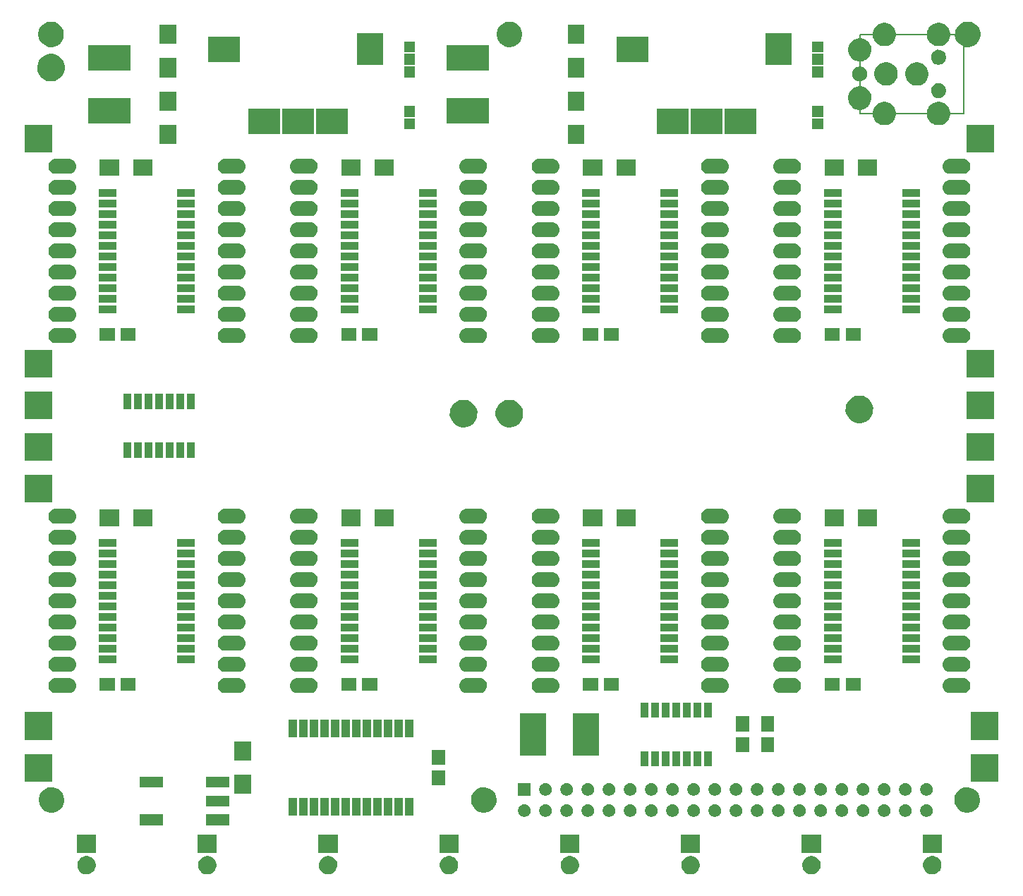
<source format=gts>
G04 #@! TF.FileFunction,Soldermask,Top*
%FSLAX46Y46*%
G04 Gerber Fmt 4.6, Leading zero omitted, Abs format (unit mm)*
G04 Created by KiCad (PCBNEW 4.0.2+dfsg1-stable) date Fr 12 Mai 2017 23:59:51 CEST*
%MOMM*%
G01*
G04 APERTURE LIST*
%ADD10C,0.100000*%
%ADD11C,0.150000*%
G04 APERTURE END LIST*
D10*
D11*
X212550000Y-62500000D02*
X212550000Y-53000000D01*
X200050000Y-53000000D02*
X200050000Y-62500000D01*
X212550000Y-62500000D02*
X200050000Y-62500000D01*
X212550000Y-53000000D02*
X200050000Y-53000000D01*
D10*
G36*
X107365787Y-151588131D02*
X107577568Y-151631603D01*
X107776867Y-151715381D01*
X107956100Y-151836275D01*
X108108434Y-151989676D01*
X108228075Y-152169750D01*
X108310458Y-152369627D01*
X108352346Y-152581176D01*
X108352346Y-152581193D01*
X108352447Y-152581704D01*
X108348999Y-152828636D01*
X108348883Y-152829145D01*
X108348883Y-152829165D01*
X108301107Y-153039454D01*
X108213172Y-153236957D01*
X108088551Y-153413620D01*
X107931992Y-153562708D01*
X107749454Y-153678551D01*
X107547891Y-153756732D01*
X107334985Y-153794274D01*
X107118839Y-153789745D01*
X106907693Y-153743322D01*
X106709579Y-153656768D01*
X106532054Y-153533385D01*
X106381871Y-153377867D01*
X106264761Y-153196145D01*
X106185174Y-152995133D01*
X106146148Y-152782497D01*
X106149167Y-152566320D01*
X106194115Y-152354851D01*
X106279280Y-152156148D01*
X106401426Y-151977758D01*
X106555889Y-151826497D01*
X106736785Y-151708121D01*
X106937243Y-151627131D01*
X107149603Y-151586621D01*
X107365787Y-151588131D01*
X107365787Y-151588131D01*
G37*
G36*
X121865786Y-151588131D02*
X122077567Y-151631603D01*
X122276866Y-151715381D01*
X122456099Y-151836275D01*
X122608433Y-151989676D01*
X122728074Y-152169750D01*
X122810457Y-152369627D01*
X122852345Y-152581176D01*
X122852345Y-152581193D01*
X122852446Y-152581704D01*
X122848998Y-152828636D01*
X122848882Y-152829145D01*
X122848882Y-152829165D01*
X122801106Y-153039454D01*
X122713171Y-153236957D01*
X122588550Y-153413620D01*
X122431991Y-153562708D01*
X122249453Y-153678551D01*
X122047890Y-153756732D01*
X121834984Y-153794274D01*
X121618838Y-153789745D01*
X121407692Y-153743322D01*
X121209578Y-153656768D01*
X121032053Y-153533385D01*
X120881870Y-153377867D01*
X120764760Y-153196145D01*
X120685173Y-152995133D01*
X120646147Y-152782497D01*
X120649166Y-152566320D01*
X120694114Y-152354851D01*
X120779279Y-152156148D01*
X120901425Y-151977758D01*
X121055888Y-151826497D01*
X121236784Y-151708121D01*
X121437242Y-151627131D01*
X121649602Y-151586621D01*
X121865786Y-151588131D01*
X121865786Y-151588131D01*
G37*
G36*
X165365783Y-151588131D02*
X165577564Y-151631603D01*
X165776863Y-151715381D01*
X165956096Y-151836275D01*
X166108430Y-151989676D01*
X166228071Y-152169750D01*
X166310454Y-152369627D01*
X166352342Y-152581176D01*
X166352342Y-152581193D01*
X166352443Y-152581704D01*
X166348995Y-152828636D01*
X166348879Y-152829145D01*
X166348879Y-152829165D01*
X166301103Y-153039454D01*
X166213168Y-153236957D01*
X166088547Y-153413620D01*
X165931988Y-153562708D01*
X165749450Y-153678551D01*
X165547887Y-153756732D01*
X165334981Y-153794274D01*
X165118835Y-153789745D01*
X164907689Y-153743322D01*
X164709575Y-153656768D01*
X164532050Y-153533385D01*
X164381867Y-153377867D01*
X164264757Y-153196145D01*
X164185170Y-152995133D01*
X164146144Y-152782497D01*
X164149163Y-152566320D01*
X164194111Y-152354851D01*
X164279276Y-152156148D01*
X164401422Y-151977758D01*
X164555885Y-151826497D01*
X164736781Y-151708121D01*
X164937239Y-151627131D01*
X165149599Y-151586621D01*
X165365783Y-151588131D01*
X165365783Y-151588131D01*
G37*
G36*
X136365785Y-151588131D02*
X136577566Y-151631603D01*
X136776865Y-151715381D01*
X136956098Y-151836275D01*
X137108432Y-151989676D01*
X137228073Y-152169750D01*
X137310456Y-152369627D01*
X137352344Y-152581176D01*
X137352344Y-152581193D01*
X137352445Y-152581704D01*
X137348997Y-152828636D01*
X137348881Y-152829145D01*
X137348881Y-152829165D01*
X137301105Y-153039454D01*
X137213170Y-153236957D01*
X137088549Y-153413620D01*
X136931990Y-153562708D01*
X136749452Y-153678551D01*
X136547889Y-153756732D01*
X136334983Y-153794274D01*
X136118837Y-153789745D01*
X135907691Y-153743322D01*
X135709577Y-153656768D01*
X135532052Y-153533385D01*
X135381869Y-153377867D01*
X135264759Y-153196145D01*
X135185172Y-152995133D01*
X135146146Y-152782497D01*
X135149165Y-152566320D01*
X135194113Y-152354851D01*
X135279278Y-152156148D01*
X135401424Y-151977758D01*
X135555887Y-151826497D01*
X135736783Y-151708121D01*
X135937241Y-151627131D01*
X136149601Y-151586621D01*
X136365785Y-151588131D01*
X136365785Y-151588131D01*
G37*
G36*
X150865784Y-151588131D02*
X151077565Y-151631603D01*
X151276864Y-151715381D01*
X151456097Y-151836275D01*
X151608431Y-151989676D01*
X151728072Y-152169750D01*
X151810455Y-152369627D01*
X151852343Y-152581176D01*
X151852343Y-152581193D01*
X151852444Y-152581704D01*
X151848996Y-152828636D01*
X151848880Y-152829145D01*
X151848880Y-152829165D01*
X151801104Y-153039454D01*
X151713169Y-153236957D01*
X151588548Y-153413620D01*
X151431989Y-153562708D01*
X151249451Y-153678551D01*
X151047888Y-153756732D01*
X150834982Y-153794274D01*
X150618836Y-153789745D01*
X150407690Y-153743322D01*
X150209576Y-153656768D01*
X150032051Y-153533385D01*
X149881868Y-153377867D01*
X149764758Y-153196145D01*
X149685171Y-152995133D01*
X149646145Y-152782497D01*
X149649164Y-152566320D01*
X149694112Y-152354851D01*
X149779277Y-152156148D01*
X149901423Y-151977758D01*
X150055886Y-151826497D01*
X150236782Y-151708121D01*
X150437240Y-151627131D01*
X150649600Y-151586621D01*
X150865784Y-151588131D01*
X150865784Y-151588131D01*
G37*
G36*
X194365781Y-151588131D02*
X194577562Y-151631603D01*
X194776861Y-151715381D01*
X194956094Y-151836275D01*
X195108428Y-151989676D01*
X195228069Y-152169750D01*
X195310452Y-152369627D01*
X195352340Y-152581176D01*
X195352340Y-152581193D01*
X195352441Y-152581704D01*
X195348993Y-152828636D01*
X195348877Y-152829145D01*
X195348877Y-152829165D01*
X195301101Y-153039454D01*
X195213166Y-153236957D01*
X195088545Y-153413620D01*
X194931986Y-153562708D01*
X194749448Y-153678551D01*
X194547885Y-153756732D01*
X194334979Y-153794274D01*
X194118833Y-153789745D01*
X193907687Y-153743322D01*
X193709573Y-153656768D01*
X193532048Y-153533385D01*
X193381865Y-153377867D01*
X193264755Y-153196145D01*
X193185168Y-152995133D01*
X193146142Y-152782497D01*
X193149161Y-152566320D01*
X193194109Y-152354851D01*
X193279274Y-152156148D01*
X193401420Y-151977758D01*
X193555883Y-151826497D01*
X193736779Y-151708121D01*
X193937237Y-151627131D01*
X194149597Y-151586621D01*
X194365781Y-151588131D01*
X194365781Y-151588131D01*
G37*
G36*
X179865782Y-151588131D02*
X180077563Y-151631603D01*
X180276862Y-151715381D01*
X180456095Y-151836275D01*
X180608429Y-151989676D01*
X180728070Y-152169750D01*
X180810453Y-152369627D01*
X180852341Y-152581176D01*
X180852341Y-152581193D01*
X180852442Y-152581704D01*
X180848994Y-152828636D01*
X180848878Y-152829145D01*
X180848878Y-152829165D01*
X180801102Y-153039454D01*
X180713167Y-153236957D01*
X180588546Y-153413620D01*
X180431987Y-153562708D01*
X180249449Y-153678551D01*
X180047886Y-153756732D01*
X179834980Y-153794274D01*
X179618834Y-153789745D01*
X179407688Y-153743322D01*
X179209574Y-153656768D01*
X179032049Y-153533385D01*
X178881866Y-153377867D01*
X178764756Y-153196145D01*
X178685169Y-152995133D01*
X178646143Y-152782497D01*
X178649162Y-152566320D01*
X178694110Y-152354851D01*
X178779275Y-152156148D01*
X178901421Y-151977758D01*
X179055884Y-151826497D01*
X179236780Y-151708121D01*
X179437238Y-151627131D01*
X179649598Y-151586621D01*
X179865782Y-151588131D01*
X179865782Y-151588131D01*
G37*
G36*
X208865780Y-151588131D02*
X209077561Y-151631603D01*
X209276860Y-151715381D01*
X209456093Y-151836275D01*
X209608427Y-151989676D01*
X209728068Y-152169750D01*
X209810451Y-152369627D01*
X209852339Y-152581176D01*
X209852339Y-152581193D01*
X209852440Y-152581704D01*
X209848992Y-152828636D01*
X209848876Y-152829145D01*
X209848876Y-152829165D01*
X209801100Y-153039454D01*
X209713165Y-153236957D01*
X209588544Y-153413620D01*
X209431985Y-153562708D01*
X209249447Y-153678551D01*
X209047884Y-153756732D01*
X208834978Y-153794274D01*
X208618832Y-153789745D01*
X208407686Y-153743322D01*
X208209572Y-153656768D01*
X208032047Y-153533385D01*
X207881864Y-153377867D01*
X207764754Y-153196145D01*
X207685167Y-152995133D01*
X207646141Y-152782497D01*
X207649160Y-152566320D01*
X207694108Y-152354851D01*
X207779273Y-152156148D01*
X207901419Y-151977758D01*
X208055882Y-151826497D01*
X208236778Y-151708121D01*
X208437236Y-151627131D01*
X208649596Y-151586621D01*
X208865780Y-151588131D01*
X208865780Y-151588131D01*
G37*
G36*
X151902397Y-151252200D02*
X149597597Y-151252200D01*
X149597597Y-149047400D01*
X151902397Y-149047400D01*
X151902397Y-151252200D01*
X151902397Y-151252200D01*
G37*
G36*
X166402396Y-151252200D02*
X164097596Y-151252200D01*
X164097596Y-149047400D01*
X166402396Y-149047400D01*
X166402396Y-151252200D01*
X166402396Y-151252200D01*
G37*
G36*
X108402400Y-151252200D02*
X106097600Y-151252200D01*
X106097600Y-149047400D01*
X108402400Y-149047400D01*
X108402400Y-151252200D01*
X108402400Y-151252200D01*
G37*
G36*
X180902395Y-151252200D02*
X178597595Y-151252200D01*
X178597595Y-149047400D01*
X180902395Y-149047400D01*
X180902395Y-151252200D01*
X180902395Y-151252200D01*
G37*
G36*
X195402394Y-151252200D02*
X193097594Y-151252200D01*
X193097594Y-149047400D01*
X195402394Y-149047400D01*
X195402394Y-151252200D01*
X195402394Y-151252200D01*
G37*
G36*
X122902399Y-151252200D02*
X120597599Y-151252200D01*
X120597599Y-149047400D01*
X122902399Y-149047400D01*
X122902399Y-151252200D01*
X122902399Y-151252200D01*
G37*
G36*
X209902393Y-151252200D02*
X207597593Y-151252200D01*
X207597593Y-149047400D01*
X209902393Y-149047400D01*
X209902393Y-151252200D01*
X209902393Y-151252200D01*
G37*
G36*
X137402398Y-151252200D02*
X135097598Y-151252200D01*
X135097598Y-149047400D01*
X137402398Y-149047400D01*
X137402398Y-151252200D01*
X137402398Y-151252200D01*
G37*
G36*
X124402400Y-147902400D02*
X121597600Y-147902400D01*
X121597600Y-146597600D01*
X124402400Y-146597600D01*
X124402400Y-147902400D01*
X124402400Y-147902400D01*
G37*
G36*
X116402400Y-147902400D02*
X113597600Y-147902400D01*
X113597600Y-146597600D01*
X116402400Y-146597600D01*
X116402400Y-147902400D01*
X116402400Y-147902400D01*
G37*
G36*
X195441825Y-145397898D02*
X195586369Y-145427569D01*
X195722393Y-145484748D01*
X195844722Y-145567260D01*
X195948691Y-145671957D01*
X196030348Y-145794861D01*
X196086575Y-145931278D01*
X196115130Y-146075495D01*
X196115130Y-146075502D01*
X196115233Y-146076023D01*
X196112879Y-146244557D01*
X196112763Y-146245066D01*
X196112763Y-146245086D01*
X196080193Y-146388442D01*
X196020176Y-146523240D01*
X195935120Y-146643816D01*
X195828267Y-146745570D01*
X195703682Y-146824634D01*
X195566113Y-146877994D01*
X195420803Y-146903616D01*
X195273281Y-146900525D01*
X195129171Y-146868841D01*
X194993958Y-146809768D01*
X194872794Y-146725557D01*
X194770292Y-146619413D01*
X194690363Y-146495387D01*
X194636044Y-146358193D01*
X194609408Y-146213067D01*
X194611469Y-146065523D01*
X194642147Y-145921193D01*
X194700272Y-145785578D01*
X194783640Y-145663822D01*
X194889059Y-145560588D01*
X195012531Y-145479790D01*
X195149337Y-145424517D01*
X195294277Y-145396868D01*
X195441825Y-145397898D01*
X195441825Y-145397898D01*
G37*
G36*
X167501825Y-145397898D02*
X167646369Y-145427569D01*
X167782393Y-145484748D01*
X167904722Y-145567260D01*
X168008691Y-145671957D01*
X168090348Y-145794861D01*
X168146575Y-145931278D01*
X168175130Y-146075495D01*
X168175130Y-146075502D01*
X168175233Y-146076023D01*
X168172879Y-146244557D01*
X168172763Y-146245066D01*
X168172763Y-146245086D01*
X168140193Y-146388442D01*
X168080176Y-146523240D01*
X167995120Y-146643816D01*
X167888267Y-146745570D01*
X167763682Y-146824634D01*
X167626113Y-146877994D01*
X167480803Y-146903616D01*
X167333281Y-146900525D01*
X167189171Y-146868841D01*
X167053958Y-146809768D01*
X166932794Y-146725557D01*
X166830292Y-146619413D01*
X166750363Y-146495387D01*
X166696044Y-146358193D01*
X166669408Y-146213067D01*
X166671469Y-146065523D01*
X166702147Y-145921193D01*
X166760272Y-145785578D01*
X166843640Y-145663822D01*
X166949059Y-145560588D01*
X167072531Y-145479790D01*
X167209337Y-145424517D01*
X167354277Y-145396868D01*
X167501825Y-145397898D01*
X167501825Y-145397898D01*
G37*
G36*
X170041825Y-145397898D02*
X170186369Y-145427569D01*
X170322393Y-145484748D01*
X170444722Y-145567260D01*
X170548691Y-145671957D01*
X170630348Y-145794861D01*
X170686575Y-145931278D01*
X170715130Y-146075495D01*
X170715130Y-146075502D01*
X170715233Y-146076023D01*
X170712879Y-146244557D01*
X170712763Y-146245066D01*
X170712763Y-146245086D01*
X170680193Y-146388442D01*
X170620176Y-146523240D01*
X170535120Y-146643816D01*
X170428267Y-146745570D01*
X170303682Y-146824634D01*
X170166113Y-146877994D01*
X170020803Y-146903616D01*
X169873281Y-146900525D01*
X169729171Y-146868841D01*
X169593958Y-146809768D01*
X169472794Y-146725557D01*
X169370292Y-146619413D01*
X169290363Y-146495387D01*
X169236044Y-146358193D01*
X169209408Y-146213067D01*
X169211469Y-146065523D01*
X169242147Y-145921193D01*
X169300272Y-145785578D01*
X169383640Y-145663822D01*
X169489059Y-145560588D01*
X169612531Y-145479790D01*
X169749337Y-145424517D01*
X169894277Y-145396868D01*
X170041825Y-145397898D01*
X170041825Y-145397898D01*
G37*
G36*
X172581825Y-145397898D02*
X172726369Y-145427569D01*
X172862393Y-145484748D01*
X172984722Y-145567260D01*
X173088691Y-145671957D01*
X173170348Y-145794861D01*
X173226575Y-145931278D01*
X173255130Y-146075495D01*
X173255130Y-146075502D01*
X173255233Y-146076023D01*
X173252879Y-146244557D01*
X173252763Y-146245066D01*
X173252763Y-146245086D01*
X173220193Y-146388442D01*
X173160176Y-146523240D01*
X173075120Y-146643816D01*
X172968267Y-146745570D01*
X172843682Y-146824634D01*
X172706113Y-146877994D01*
X172560803Y-146903616D01*
X172413281Y-146900525D01*
X172269171Y-146868841D01*
X172133958Y-146809768D01*
X172012794Y-146725557D01*
X171910292Y-146619413D01*
X171830363Y-146495387D01*
X171776044Y-146358193D01*
X171749408Y-146213067D01*
X171751469Y-146065523D01*
X171782147Y-145921193D01*
X171840272Y-145785578D01*
X171923640Y-145663822D01*
X172029059Y-145560588D01*
X172152531Y-145479790D01*
X172289337Y-145424517D01*
X172434277Y-145396868D01*
X172581825Y-145397898D01*
X172581825Y-145397898D01*
G37*
G36*
X175121825Y-145397898D02*
X175266369Y-145427569D01*
X175402393Y-145484748D01*
X175524722Y-145567260D01*
X175628691Y-145671957D01*
X175710348Y-145794861D01*
X175766575Y-145931278D01*
X175795130Y-146075495D01*
X175795130Y-146075502D01*
X175795233Y-146076023D01*
X175792879Y-146244557D01*
X175792763Y-146245066D01*
X175792763Y-146245086D01*
X175760193Y-146388442D01*
X175700176Y-146523240D01*
X175615120Y-146643816D01*
X175508267Y-146745570D01*
X175383682Y-146824634D01*
X175246113Y-146877994D01*
X175100803Y-146903616D01*
X174953281Y-146900525D01*
X174809171Y-146868841D01*
X174673958Y-146809768D01*
X174552794Y-146725557D01*
X174450292Y-146619413D01*
X174370363Y-146495387D01*
X174316044Y-146358193D01*
X174289408Y-146213067D01*
X174291469Y-146065523D01*
X174322147Y-145921193D01*
X174380272Y-145785578D01*
X174463640Y-145663822D01*
X174569059Y-145560588D01*
X174692531Y-145479790D01*
X174829337Y-145424517D01*
X174974277Y-145396868D01*
X175121825Y-145397898D01*
X175121825Y-145397898D01*
G37*
G36*
X177661825Y-145397898D02*
X177806369Y-145427569D01*
X177942393Y-145484748D01*
X178064722Y-145567260D01*
X178168691Y-145671957D01*
X178250348Y-145794861D01*
X178306575Y-145931278D01*
X178335130Y-146075495D01*
X178335130Y-146075502D01*
X178335233Y-146076023D01*
X178332879Y-146244557D01*
X178332763Y-146245066D01*
X178332763Y-146245086D01*
X178300193Y-146388442D01*
X178240176Y-146523240D01*
X178155120Y-146643816D01*
X178048267Y-146745570D01*
X177923682Y-146824634D01*
X177786113Y-146877994D01*
X177640803Y-146903616D01*
X177493281Y-146900525D01*
X177349171Y-146868841D01*
X177213958Y-146809768D01*
X177092794Y-146725557D01*
X176990292Y-146619413D01*
X176910363Y-146495387D01*
X176856044Y-146358193D01*
X176829408Y-146213067D01*
X176831469Y-146065523D01*
X176862147Y-145921193D01*
X176920272Y-145785578D01*
X177003640Y-145663822D01*
X177109059Y-145560588D01*
X177232531Y-145479790D01*
X177369337Y-145424517D01*
X177514277Y-145396868D01*
X177661825Y-145397898D01*
X177661825Y-145397898D01*
G37*
G36*
X180201825Y-145397898D02*
X180346369Y-145427569D01*
X180482393Y-145484748D01*
X180604722Y-145567260D01*
X180708691Y-145671957D01*
X180790348Y-145794861D01*
X180846575Y-145931278D01*
X180875130Y-146075495D01*
X180875130Y-146075502D01*
X180875233Y-146076023D01*
X180872879Y-146244557D01*
X180872763Y-146245066D01*
X180872763Y-146245086D01*
X180840193Y-146388442D01*
X180780176Y-146523240D01*
X180695120Y-146643816D01*
X180588267Y-146745570D01*
X180463682Y-146824634D01*
X180326113Y-146877994D01*
X180180803Y-146903616D01*
X180033281Y-146900525D01*
X179889171Y-146868841D01*
X179753958Y-146809768D01*
X179632794Y-146725557D01*
X179530292Y-146619413D01*
X179450363Y-146495387D01*
X179396044Y-146358193D01*
X179369408Y-146213067D01*
X179371469Y-146065523D01*
X179402147Y-145921193D01*
X179460272Y-145785578D01*
X179543640Y-145663822D01*
X179649059Y-145560588D01*
X179772531Y-145479790D01*
X179909337Y-145424517D01*
X180054277Y-145396868D01*
X180201825Y-145397898D01*
X180201825Y-145397898D01*
G37*
G36*
X182741825Y-145397898D02*
X182886369Y-145427569D01*
X183022393Y-145484748D01*
X183144722Y-145567260D01*
X183248691Y-145671957D01*
X183330348Y-145794861D01*
X183386575Y-145931278D01*
X183415130Y-146075495D01*
X183415130Y-146075502D01*
X183415233Y-146076023D01*
X183412879Y-146244557D01*
X183412763Y-146245066D01*
X183412763Y-146245086D01*
X183380193Y-146388442D01*
X183320176Y-146523240D01*
X183235120Y-146643816D01*
X183128267Y-146745570D01*
X183003682Y-146824634D01*
X182866113Y-146877994D01*
X182720803Y-146903616D01*
X182573281Y-146900525D01*
X182429171Y-146868841D01*
X182293958Y-146809768D01*
X182172794Y-146725557D01*
X182070292Y-146619413D01*
X181990363Y-146495387D01*
X181936044Y-146358193D01*
X181909408Y-146213067D01*
X181911469Y-146065523D01*
X181942147Y-145921193D01*
X182000272Y-145785578D01*
X182083640Y-145663822D01*
X182189059Y-145560588D01*
X182312531Y-145479790D01*
X182449337Y-145424517D01*
X182594277Y-145396868D01*
X182741825Y-145397898D01*
X182741825Y-145397898D01*
G37*
G36*
X190361825Y-145397898D02*
X190506369Y-145427569D01*
X190642393Y-145484748D01*
X190764722Y-145567260D01*
X190868691Y-145671957D01*
X190950348Y-145794861D01*
X191006575Y-145931278D01*
X191035130Y-146075495D01*
X191035130Y-146075502D01*
X191035233Y-146076023D01*
X191032879Y-146244557D01*
X191032763Y-146245066D01*
X191032763Y-146245086D01*
X191000193Y-146388442D01*
X190940176Y-146523240D01*
X190855120Y-146643816D01*
X190748267Y-146745570D01*
X190623682Y-146824634D01*
X190486113Y-146877994D01*
X190340803Y-146903616D01*
X190193281Y-146900525D01*
X190049171Y-146868841D01*
X189913958Y-146809768D01*
X189792794Y-146725557D01*
X189690292Y-146619413D01*
X189610363Y-146495387D01*
X189556044Y-146358193D01*
X189529408Y-146213067D01*
X189531469Y-146065523D01*
X189562147Y-145921193D01*
X189620272Y-145785578D01*
X189703640Y-145663822D01*
X189809059Y-145560588D01*
X189932531Y-145479790D01*
X190069337Y-145424517D01*
X190214277Y-145396868D01*
X190361825Y-145397898D01*
X190361825Y-145397898D01*
G37*
G36*
X187821825Y-145397898D02*
X187966369Y-145427569D01*
X188102393Y-145484748D01*
X188224722Y-145567260D01*
X188328691Y-145671957D01*
X188410348Y-145794861D01*
X188466575Y-145931278D01*
X188495130Y-146075495D01*
X188495130Y-146075502D01*
X188495233Y-146076023D01*
X188492879Y-146244557D01*
X188492763Y-146245066D01*
X188492763Y-146245086D01*
X188460193Y-146388442D01*
X188400176Y-146523240D01*
X188315120Y-146643816D01*
X188208267Y-146745570D01*
X188083682Y-146824634D01*
X187946113Y-146877994D01*
X187800803Y-146903616D01*
X187653281Y-146900525D01*
X187509171Y-146868841D01*
X187373958Y-146809768D01*
X187252794Y-146725557D01*
X187150292Y-146619413D01*
X187070363Y-146495387D01*
X187016044Y-146358193D01*
X186989408Y-146213067D01*
X186991469Y-146065523D01*
X187022147Y-145921193D01*
X187080272Y-145785578D01*
X187163640Y-145663822D01*
X187269059Y-145560588D01*
X187392531Y-145479790D01*
X187529337Y-145424517D01*
X187674277Y-145396868D01*
X187821825Y-145397898D01*
X187821825Y-145397898D01*
G37*
G36*
X159881825Y-145397898D02*
X160026369Y-145427569D01*
X160162393Y-145484748D01*
X160284722Y-145567260D01*
X160388691Y-145671957D01*
X160470348Y-145794861D01*
X160526575Y-145931278D01*
X160555130Y-146075495D01*
X160555130Y-146075502D01*
X160555233Y-146076023D01*
X160552879Y-146244557D01*
X160552763Y-146245066D01*
X160552763Y-146245086D01*
X160520193Y-146388442D01*
X160460176Y-146523240D01*
X160375120Y-146643816D01*
X160268267Y-146745570D01*
X160143682Y-146824634D01*
X160006113Y-146877994D01*
X159860803Y-146903616D01*
X159713281Y-146900525D01*
X159569171Y-146868841D01*
X159433958Y-146809768D01*
X159312794Y-146725557D01*
X159210292Y-146619413D01*
X159130363Y-146495387D01*
X159076044Y-146358193D01*
X159049408Y-146213067D01*
X159051469Y-146065523D01*
X159082147Y-145921193D01*
X159140272Y-145785578D01*
X159223640Y-145663822D01*
X159329059Y-145560588D01*
X159452531Y-145479790D01*
X159589337Y-145424517D01*
X159734277Y-145396868D01*
X159881825Y-145397898D01*
X159881825Y-145397898D01*
G37*
G36*
X162421825Y-145397898D02*
X162566369Y-145427569D01*
X162702393Y-145484748D01*
X162824722Y-145567260D01*
X162928691Y-145671957D01*
X163010348Y-145794861D01*
X163066575Y-145931278D01*
X163095130Y-146075495D01*
X163095130Y-146075502D01*
X163095233Y-146076023D01*
X163092879Y-146244557D01*
X163092763Y-146245066D01*
X163092763Y-146245086D01*
X163060193Y-146388442D01*
X163000176Y-146523240D01*
X162915120Y-146643816D01*
X162808267Y-146745570D01*
X162683682Y-146824634D01*
X162546113Y-146877994D01*
X162400803Y-146903616D01*
X162253281Y-146900525D01*
X162109171Y-146868841D01*
X161973958Y-146809768D01*
X161852794Y-146725557D01*
X161750292Y-146619413D01*
X161670363Y-146495387D01*
X161616044Y-146358193D01*
X161589408Y-146213067D01*
X161591469Y-146065523D01*
X161622147Y-145921193D01*
X161680272Y-145785578D01*
X161763640Y-145663822D01*
X161869059Y-145560588D01*
X161992531Y-145479790D01*
X162129337Y-145424517D01*
X162274277Y-145396868D01*
X162421825Y-145397898D01*
X162421825Y-145397898D01*
G37*
G36*
X164961825Y-145397898D02*
X165106369Y-145427569D01*
X165242393Y-145484748D01*
X165364722Y-145567260D01*
X165468691Y-145671957D01*
X165550348Y-145794861D01*
X165606575Y-145931278D01*
X165635130Y-146075495D01*
X165635130Y-146075502D01*
X165635233Y-146076023D01*
X165632879Y-146244557D01*
X165632763Y-146245066D01*
X165632763Y-146245086D01*
X165600193Y-146388442D01*
X165540176Y-146523240D01*
X165455120Y-146643816D01*
X165348267Y-146745570D01*
X165223682Y-146824634D01*
X165086113Y-146877994D01*
X164940803Y-146903616D01*
X164793281Y-146900525D01*
X164649171Y-146868841D01*
X164513958Y-146809768D01*
X164392794Y-146725557D01*
X164290292Y-146619413D01*
X164210363Y-146495387D01*
X164156044Y-146358193D01*
X164129408Y-146213067D01*
X164131469Y-146065523D01*
X164162147Y-145921193D01*
X164220272Y-145785578D01*
X164303640Y-145663822D01*
X164409059Y-145560588D01*
X164532531Y-145479790D01*
X164669337Y-145424517D01*
X164814277Y-145396868D01*
X164961825Y-145397898D01*
X164961825Y-145397898D01*
G37*
G36*
X197981825Y-145397898D02*
X198126369Y-145427569D01*
X198262393Y-145484748D01*
X198384722Y-145567260D01*
X198488691Y-145671957D01*
X198570348Y-145794861D01*
X198626575Y-145931278D01*
X198655130Y-146075495D01*
X198655130Y-146075502D01*
X198655233Y-146076023D01*
X198652879Y-146244557D01*
X198652763Y-146245066D01*
X198652763Y-146245086D01*
X198620193Y-146388442D01*
X198560176Y-146523240D01*
X198475120Y-146643816D01*
X198368267Y-146745570D01*
X198243682Y-146824634D01*
X198106113Y-146877994D01*
X197960803Y-146903616D01*
X197813281Y-146900525D01*
X197669171Y-146868841D01*
X197533958Y-146809768D01*
X197412794Y-146725557D01*
X197310292Y-146619413D01*
X197230363Y-146495387D01*
X197176044Y-146358193D01*
X197149408Y-146213067D01*
X197151469Y-146065523D01*
X197182147Y-145921193D01*
X197240272Y-145785578D01*
X197323640Y-145663822D01*
X197429059Y-145560588D01*
X197552531Y-145479790D01*
X197689337Y-145424517D01*
X197834277Y-145396868D01*
X197981825Y-145397898D01*
X197981825Y-145397898D01*
G37*
G36*
X200521825Y-145397898D02*
X200666369Y-145427569D01*
X200802393Y-145484748D01*
X200924722Y-145567260D01*
X201028691Y-145671957D01*
X201110348Y-145794861D01*
X201166575Y-145931278D01*
X201195130Y-146075495D01*
X201195130Y-146075502D01*
X201195233Y-146076023D01*
X201192879Y-146244557D01*
X201192763Y-146245066D01*
X201192763Y-146245086D01*
X201160193Y-146388442D01*
X201100176Y-146523240D01*
X201015120Y-146643816D01*
X200908267Y-146745570D01*
X200783682Y-146824634D01*
X200646113Y-146877994D01*
X200500803Y-146903616D01*
X200353281Y-146900525D01*
X200209171Y-146868841D01*
X200073958Y-146809768D01*
X199952794Y-146725557D01*
X199850292Y-146619413D01*
X199770363Y-146495387D01*
X199716044Y-146358193D01*
X199689408Y-146213067D01*
X199691469Y-146065523D01*
X199722147Y-145921193D01*
X199780272Y-145785578D01*
X199863640Y-145663822D01*
X199969059Y-145560588D01*
X200092531Y-145479790D01*
X200229337Y-145424517D01*
X200374277Y-145396868D01*
X200521825Y-145397898D01*
X200521825Y-145397898D01*
G37*
G36*
X203061825Y-145397898D02*
X203206369Y-145427569D01*
X203342393Y-145484748D01*
X203464722Y-145567260D01*
X203568691Y-145671957D01*
X203650348Y-145794861D01*
X203706575Y-145931278D01*
X203735130Y-146075495D01*
X203735130Y-146075502D01*
X203735233Y-146076023D01*
X203732879Y-146244557D01*
X203732763Y-146245066D01*
X203732763Y-146245086D01*
X203700193Y-146388442D01*
X203640176Y-146523240D01*
X203555120Y-146643816D01*
X203448267Y-146745570D01*
X203323682Y-146824634D01*
X203186113Y-146877994D01*
X203040803Y-146903616D01*
X202893281Y-146900525D01*
X202749171Y-146868841D01*
X202613958Y-146809768D01*
X202492794Y-146725557D01*
X202390292Y-146619413D01*
X202310363Y-146495387D01*
X202256044Y-146358193D01*
X202229408Y-146213067D01*
X202231469Y-146065523D01*
X202262147Y-145921193D01*
X202320272Y-145785578D01*
X202403640Y-145663822D01*
X202509059Y-145560588D01*
X202632531Y-145479790D01*
X202769337Y-145424517D01*
X202914277Y-145396868D01*
X203061825Y-145397898D01*
X203061825Y-145397898D01*
G37*
G36*
X205601825Y-145397898D02*
X205746369Y-145427569D01*
X205882393Y-145484748D01*
X206004722Y-145567260D01*
X206108691Y-145671957D01*
X206190348Y-145794861D01*
X206246575Y-145931278D01*
X206275130Y-146075495D01*
X206275130Y-146075502D01*
X206275233Y-146076023D01*
X206272879Y-146244557D01*
X206272763Y-146245066D01*
X206272763Y-146245086D01*
X206240193Y-146388442D01*
X206180176Y-146523240D01*
X206095120Y-146643816D01*
X205988267Y-146745570D01*
X205863682Y-146824634D01*
X205726113Y-146877994D01*
X205580803Y-146903616D01*
X205433281Y-146900525D01*
X205289171Y-146868841D01*
X205153958Y-146809768D01*
X205032794Y-146725557D01*
X204930292Y-146619413D01*
X204850363Y-146495387D01*
X204796044Y-146358193D01*
X204769408Y-146213067D01*
X204771469Y-146065523D01*
X204802147Y-145921193D01*
X204860272Y-145785578D01*
X204943640Y-145663822D01*
X205049059Y-145560588D01*
X205172531Y-145479790D01*
X205309337Y-145424517D01*
X205454277Y-145396868D01*
X205601825Y-145397898D01*
X205601825Y-145397898D01*
G37*
G36*
X208141825Y-145397898D02*
X208286369Y-145427569D01*
X208422393Y-145484748D01*
X208544722Y-145567260D01*
X208648691Y-145671957D01*
X208730348Y-145794861D01*
X208786575Y-145931278D01*
X208815130Y-146075495D01*
X208815130Y-146075502D01*
X208815233Y-146076023D01*
X208812879Y-146244557D01*
X208812763Y-146245066D01*
X208812763Y-146245086D01*
X208780193Y-146388442D01*
X208720176Y-146523240D01*
X208635120Y-146643816D01*
X208528267Y-146745570D01*
X208403682Y-146824634D01*
X208266113Y-146877994D01*
X208120803Y-146903616D01*
X207973281Y-146900525D01*
X207829171Y-146868841D01*
X207693958Y-146809768D01*
X207572794Y-146725557D01*
X207470292Y-146619413D01*
X207390363Y-146495387D01*
X207336044Y-146358193D01*
X207309408Y-146213067D01*
X207311469Y-146065523D01*
X207342147Y-145921193D01*
X207400272Y-145785578D01*
X207483640Y-145663822D01*
X207589059Y-145560588D01*
X207712531Y-145479790D01*
X207849337Y-145424517D01*
X207994277Y-145396868D01*
X208141825Y-145397898D01*
X208141825Y-145397898D01*
G37*
G36*
X185281825Y-145397898D02*
X185426369Y-145427569D01*
X185562393Y-145484748D01*
X185684722Y-145567260D01*
X185788691Y-145671957D01*
X185870348Y-145794861D01*
X185926575Y-145931278D01*
X185955130Y-146075495D01*
X185955130Y-146075502D01*
X185955233Y-146076023D01*
X185952879Y-146244557D01*
X185952763Y-146245066D01*
X185952763Y-146245086D01*
X185920193Y-146388442D01*
X185860176Y-146523240D01*
X185775120Y-146643816D01*
X185668267Y-146745570D01*
X185543682Y-146824634D01*
X185406113Y-146877994D01*
X185260803Y-146903616D01*
X185113281Y-146900525D01*
X184969171Y-146868841D01*
X184833958Y-146809768D01*
X184712794Y-146725557D01*
X184610292Y-146619413D01*
X184530363Y-146495387D01*
X184476044Y-146358193D01*
X184449408Y-146213067D01*
X184451469Y-146065523D01*
X184482147Y-145921193D01*
X184540272Y-145785578D01*
X184623640Y-145663822D01*
X184729059Y-145560588D01*
X184852531Y-145479790D01*
X184989337Y-145424517D01*
X185134277Y-145396868D01*
X185281825Y-145397898D01*
X185281825Y-145397898D01*
G37*
G36*
X192901825Y-145397898D02*
X193046369Y-145427569D01*
X193182393Y-145484748D01*
X193304722Y-145567260D01*
X193408691Y-145671957D01*
X193490348Y-145794861D01*
X193546575Y-145931278D01*
X193575130Y-146075495D01*
X193575130Y-146075502D01*
X193575233Y-146076023D01*
X193572879Y-146244557D01*
X193572763Y-146245066D01*
X193572763Y-146245086D01*
X193540193Y-146388442D01*
X193480176Y-146523240D01*
X193395120Y-146643816D01*
X193288267Y-146745570D01*
X193163682Y-146824634D01*
X193026113Y-146877994D01*
X192880803Y-146903616D01*
X192733281Y-146900525D01*
X192589171Y-146868841D01*
X192453958Y-146809768D01*
X192332794Y-146725557D01*
X192230292Y-146619413D01*
X192150363Y-146495387D01*
X192096044Y-146358193D01*
X192069408Y-146213067D01*
X192071469Y-146065523D01*
X192102147Y-145921193D01*
X192160272Y-145785578D01*
X192243640Y-145663822D01*
X192349059Y-145560588D01*
X192472531Y-145479790D01*
X192609337Y-145424517D01*
X192754277Y-145396868D01*
X192901825Y-145397898D01*
X192901825Y-145397898D01*
G37*
G36*
X140104900Y-146751400D02*
X139165100Y-146751400D01*
X139165100Y-144646600D01*
X140104900Y-144646600D01*
X140104900Y-146751400D01*
X140104900Y-146751400D01*
G37*
G36*
X146454900Y-146751400D02*
X145515100Y-146751400D01*
X145515100Y-144646600D01*
X146454900Y-144646600D01*
X146454900Y-146751400D01*
X146454900Y-146751400D01*
G37*
G36*
X145184900Y-146751400D02*
X144245100Y-146751400D01*
X144245100Y-144646600D01*
X145184900Y-144646600D01*
X145184900Y-146751400D01*
X145184900Y-146751400D01*
G37*
G36*
X143914900Y-146751400D02*
X142975100Y-146751400D01*
X142975100Y-144646600D01*
X143914900Y-144646600D01*
X143914900Y-146751400D01*
X143914900Y-146751400D01*
G37*
G36*
X142644900Y-146751400D02*
X141705100Y-146751400D01*
X141705100Y-144646600D01*
X142644900Y-144646600D01*
X142644900Y-146751400D01*
X142644900Y-146751400D01*
G37*
G36*
X141374900Y-146751400D02*
X140435100Y-146751400D01*
X140435100Y-144646600D01*
X141374900Y-144646600D01*
X141374900Y-146751400D01*
X141374900Y-146751400D01*
G37*
G36*
X137564900Y-146751400D02*
X136625100Y-146751400D01*
X136625100Y-144646600D01*
X137564900Y-144646600D01*
X137564900Y-146751400D01*
X137564900Y-146751400D01*
G37*
G36*
X136294900Y-146751400D02*
X135355100Y-146751400D01*
X135355100Y-144646600D01*
X136294900Y-144646600D01*
X136294900Y-146751400D01*
X136294900Y-146751400D01*
G37*
G36*
X135024900Y-146751400D02*
X134085100Y-146751400D01*
X134085100Y-144646600D01*
X135024900Y-144646600D01*
X135024900Y-146751400D01*
X135024900Y-146751400D01*
G37*
G36*
X133754900Y-146751400D02*
X132815100Y-146751400D01*
X132815100Y-144646600D01*
X133754900Y-144646600D01*
X133754900Y-146751400D01*
X133754900Y-146751400D01*
G37*
G36*
X132484900Y-146751400D02*
X131545100Y-146751400D01*
X131545100Y-144646600D01*
X132484900Y-144646600D01*
X132484900Y-146751400D01*
X132484900Y-146751400D01*
G37*
G36*
X138834900Y-146751400D02*
X137895100Y-146751400D01*
X137895100Y-144646600D01*
X138834900Y-144646600D01*
X138834900Y-146751400D01*
X138834900Y-146751400D01*
G37*
G36*
X103227627Y-143353414D02*
X103521052Y-143413646D01*
X103797183Y-143529720D01*
X104045518Y-143697225D01*
X104256579Y-143909764D01*
X104422345Y-144159261D01*
X104536486Y-144436192D01*
X104594564Y-144729503D01*
X104594564Y-144729520D01*
X104594665Y-144730031D01*
X104589888Y-145072160D01*
X104589772Y-145072669D01*
X104589772Y-145072689D01*
X104523529Y-145364256D01*
X104401695Y-145637900D01*
X104229033Y-145882664D01*
X104012114Y-146089233D01*
X103759204Y-146249735D01*
X103479934Y-146358057D01*
X103184948Y-146410071D01*
X102885474Y-146403797D01*
X102592924Y-146339476D01*
X102318437Y-146219556D01*
X102072470Y-146048605D01*
X101864390Y-145833132D01*
X101702130Y-145581352D01*
X101591861Y-145302846D01*
X101537789Y-145008231D01*
X101541972Y-144708717D01*
X101604250Y-144415723D01*
X101722249Y-144140409D01*
X101891480Y-143893253D01*
X102105494Y-143683676D01*
X102356135Y-143519661D01*
X102633864Y-143407451D01*
X102928096Y-143351323D01*
X103227627Y-143353414D01*
X103227627Y-143353414D01*
G37*
G36*
X155093227Y-143353414D02*
X155386652Y-143413646D01*
X155662783Y-143529720D01*
X155911118Y-143697225D01*
X156122179Y-143909764D01*
X156287945Y-144159261D01*
X156402086Y-144436192D01*
X156460164Y-144729503D01*
X156460164Y-144729520D01*
X156460265Y-144730031D01*
X156455488Y-145072160D01*
X156455372Y-145072669D01*
X156455372Y-145072689D01*
X156389129Y-145364256D01*
X156267295Y-145637900D01*
X156094633Y-145882664D01*
X155877714Y-146089233D01*
X155624804Y-146249735D01*
X155345534Y-146358057D01*
X155050548Y-146410071D01*
X154751074Y-146403797D01*
X154458524Y-146339476D01*
X154184037Y-146219556D01*
X153938070Y-146048605D01*
X153729990Y-145833132D01*
X153567730Y-145581352D01*
X153457461Y-145302846D01*
X153403389Y-145008231D01*
X153407572Y-144708717D01*
X153469850Y-144415723D01*
X153587849Y-144140409D01*
X153757080Y-143893253D01*
X153971094Y-143683676D01*
X154221735Y-143519661D01*
X154499464Y-143407451D01*
X154793696Y-143351323D01*
X155093227Y-143353414D01*
X155093227Y-143353414D01*
G37*
G36*
X213093227Y-143353414D02*
X213386652Y-143413646D01*
X213662783Y-143529720D01*
X213911118Y-143697225D01*
X214122179Y-143909764D01*
X214287945Y-144159261D01*
X214402086Y-144436192D01*
X214460164Y-144729503D01*
X214460164Y-144729520D01*
X214460265Y-144730031D01*
X214455488Y-145072160D01*
X214455372Y-145072669D01*
X214455372Y-145072689D01*
X214389129Y-145364256D01*
X214267295Y-145637900D01*
X214094633Y-145882664D01*
X213877714Y-146089233D01*
X213624804Y-146249735D01*
X213345534Y-146358057D01*
X213050548Y-146410071D01*
X212751074Y-146403797D01*
X212458524Y-146339476D01*
X212184037Y-146219556D01*
X211938070Y-146048605D01*
X211729990Y-145833132D01*
X211567730Y-145581352D01*
X211457461Y-145302846D01*
X211403389Y-145008231D01*
X211407572Y-144708717D01*
X211469850Y-144415723D01*
X211587849Y-144140409D01*
X211757080Y-143893253D01*
X211971094Y-143683676D01*
X212221735Y-143519661D01*
X212499464Y-143407451D01*
X212793696Y-143351323D01*
X213093227Y-143353414D01*
X213093227Y-143353414D01*
G37*
G36*
X124402400Y-145652400D02*
X121597600Y-145652400D01*
X121597600Y-144347600D01*
X124402400Y-144347600D01*
X124402400Y-145652400D01*
X124402400Y-145652400D01*
G37*
G36*
X192901825Y-142857898D02*
X193046369Y-142887569D01*
X193182393Y-142944748D01*
X193304722Y-143027260D01*
X193408691Y-143131957D01*
X193490348Y-143254861D01*
X193546575Y-143391278D01*
X193575130Y-143535495D01*
X193575130Y-143535502D01*
X193575233Y-143536023D01*
X193572879Y-143704557D01*
X193572763Y-143705066D01*
X193572763Y-143705086D01*
X193540193Y-143848442D01*
X193480176Y-143983240D01*
X193395120Y-144103816D01*
X193288267Y-144205570D01*
X193163682Y-144284634D01*
X193026113Y-144337994D01*
X192880803Y-144363616D01*
X192733281Y-144360525D01*
X192589171Y-144328841D01*
X192453958Y-144269768D01*
X192332794Y-144185557D01*
X192230292Y-144079413D01*
X192150363Y-143955387D01*
X192096044Y-143818193D01*
X192069408Y-143673067D01*
X192071469Y-143525523D01*
X192102147Y-143381193D01*
X192160272Y-143245578D01*
X192243640Y-143123822D01*
X192349059Y-143020588D01*
X192472531Y-142939790D01*
X192609337Y-142884517D01*
X192754277Y-142856868D01*
X192901825Y-142857898D01*
X192901825Y-142857898D01*
G37*
G36*
X170041825Y-142857898D02*
X170186369Y-142887569D01*
X170322393Y-142944748D01*
X170444722Y-143027260D01*
X170548691Y-143131957D01*
X170630348Y-143254861D01*
X170686575Y-143391278D01*
X170715130Y-143535495D01*
X170715130Y-143535502D01*
X170715233Y-143536023D01*
X170712879Y-143704557D01*
X170712763Y-143705066D01*
X170712763Y-143705086D01*
X170680193Y-143848442D01*
X170620176Y-143983240D01*
X170535120Y-144103816D01*
X170428267Y-144205570D01*
X170303682Y-144284634D01*
X170166113Y-144337994D01*
X170020803Y-144363616D01*
X169873281Y-144360525D01*
X169729171Y-144328841D01*
X169593958Y-144269768D01*
X169472794Y-144185557D01*
X169370292Y-144079413D01*
X169290363Y-143955387D01*
X169236044Y-143818193D01*
X169209408Y-143673067D01*
X169211469Y-143525523D01*
X169242147Y-143381193D01*
X169300272Y-143245578D01*
X169383640Y-143123822D01*
X169489059Y-143020588D01*
X169612531Y-142939790D01*
X169749337Y-142884517D01*
X169894277Y-142856868D01*
X170041825Y-142857898D01*
X170041825Y-142857898D01*
G37*
G36*
X182741825Y-142857898D02*
X182886369Y-142887569D01*
X183022393Y-142944748D01*
X183144722Y-143027260D01*
X183248691Y-143131957D01*
X183330348Y-143254861D01*
X183386575Y-143391278D01*
X183415130Y-143535495D01*
X183415130Y-143535502D01*
X183415233Y-143536023D01*
X183412879Y-143704557D01*
X183412763Y-143705066D01*
X183412763Y-143705086D01*
X183380193Y-143848442D01*
X183320176Y-143983240D01*
X183235120Y-144103816D01*
X183128267Y-144205570D01*
X183003682Y-144284634D01*
X182866113Y-144337994D01*
X182720803Y-144363616D01*
X182573281Y-144360525D01*
X182429171Y-144328841D01*
X182293958Y-144269768D01*
X182172794Y-144185557D01*
X182070292Y-144079413D01*
X181990363Y-143955387D01*
X181936044Y-143818193D01*
X181909408Y-143673067D01*
X181911469Y-143525523D01*
X181942147Y-143381193D01*
X182000272Y-143245578D01*
X182083640Y-143123822D01*
X182189059Y-143020588D01*
X182312531Y-142939790D01*
X182449337Y-142884517D01*
X182594277Y-142856868D01*
X182741825Y-142857898D01*
X182741825Y-142857898D01*
G37*
G36*
X195441825Y-142857898D02*
X195586369Y-142887569D01*
X195722393Y-142944748D01*
X195844722Y-143027260D01*
X195948691Y-143131957D01*
X196030348Y-143254861D01*
X196086575Y-143391278D01*
X196115130Y-143535495D01*
X196115130Y-143535502D01*
X196115233Y-143536023D01*
X196112879Y-143704557D01*
X196112763Y-143705066D01*
X196112763Y-143705086D01*
X196080193Y-143848442D01*
X196020176Y-143983240D01*
X195935120Y-144103816D01*
X195828267Y-144205570D01*
X195703682Y-144284634D01*
X195566113Y-144337994D01*
X195420803Y-144363616D01*
X195273281Y-144360525D01*
X195129171Y-144328841D01*
X194993958Y-144269768D01*
X194872794Y-144185557D01*
X194770292Y-144079413D01*
X194690363Y-143955387D01*
X194636044Y-143818193D01*
X194609408Y-143673067D01*
X194611469Y-143525523D01*
X194642147Y-143381193D01*
X194700272Y-143245578D01*
X194783640Y-143123822D01*
X194889059Y-143020588D01*
X195012531Y-142939790D01*
X195149337Y-142884517D01*
X195294277Y-142856868D01*
X195441825Y-142857898D01*
X195441825Y-142857898D01*
G37*
G36*
X185281825Y-142857898D02*
X185426369Y-142887569D01*
X185562393Y-142944748D01*
X185684722Y-143027260D01*
X185788691Y-143131957D01*
X185870348Y-143254861D01*
X185926575Y-143391278D01*
X185955130Y-143535495D01*
X185955130Y-143535502D01*
X185955233Y-143536023D01*
X185952879Y-143704557D01*
X185952763Y-143705066D01*
X185952763Y-143705086D01*
X185920193Y-143848442D01*
X185860176Y-143983240D01*
X185775120Y-144103816D01*
X185668267Y-144205570D01*
X185543682Y-144284634D01*
X185406113Y-144337994D01*
X185260803Y-144363616D01*
X185113281Y-144360525D01*
X184969171Y-144328841D01*
X184833958Y-144269768D01*
X184712794Y-144185557D01*
X184610292Y-144079413D01*
X184530363Y-143955387D01*
X184476044Y-143818193D01*
X184449408Y-143673067D01*
X184451469Y-143525523D01*
X184482147Y-143381193D01*
X184540272Y-143245578D01*
X184623640Y-143123822D01*
X184729059Y-143020588D01*
X184852531Y-142939790D01*
X184989337Y-142884517D01*
X185134277Y-142856868D01*
X185281825Y-142857898D01*
X185281825Y-142857898D01*
G37*
G36*
X208141825Y-142857898D02*
X208286369Y-142887569D01*
X208422393Y-142944748D01*
X208544722Y-143027260D01*
X208648691Y-143131957D01*
X208730348Y-143254861D01*
X208786575Y-143391278D01*
X208815130Y-143535495D01*
X208815130Y-143535502D01*
X208815233Y-143536023D01*
X208812879Y-143704557D01*
X208812763Y-143705066D01*
X208812763Y-143705086D01*
X208780193Y-143848442D01*
X208720176Y-143983240D01*
X208635120Y-144103816D01*
X208528267Y-144205570D01*
X208403682Y-144284634D01*
X208266113Y-144337994D01*
X208120803Y-144363616D01*
X207973281Y-144360525D01*
X207829171Y-144328841D01*
X207693958Y-144269768D01*
X207572794Y-144185557D01*
X207470292Y-144079413D01*
X207390363Y-143955387D01*
X207336044Y-143818193D01*
X207309408Y-143673067D01*
X207311469Y-143525523D01*
X207342147Y-143381193D01*
X207400272Y-143245578D01*
X207483640Y-143123822D01*
X207589059Y-143020588D01*
X207712531Y-142939790D01*
X207849337Y-142884517D01*
X207994277Y-142856868D01*
X208141825Y-142857898D01*
X208141825Y-142857898D01*
G37*
G36*
X205601825Y-142857898D02*
X205746369Y-142887569D01*
X205882393Y-142944748D01*
X206004722Y-143027260D01*
X206108691Y-143131957D01*
X206190348Y-143254861D01*
X206246575Y-143391278D01*
X206275130Y-143535495D01*
X206275130Y-143535502D01*
X206275233Y-143536023D01*
X206272879Y-143704557D01*
X206272763Y-143705066D01*
X206272763Y-143705086D01*
X206240193Y-143848442D01*
X206180176Y-143983240D01*
X206095120Y-144103816D01*
X205988267Y-144205570D01*
X205863682Y-144284634D01*
X205726113Y-144337994D01*
X205580803Y-144363616D01*
X205433281Y-144360525D01*
X205289171Y-144328841D01*
X205153958Y-144269768D01*
X205032794Y-144185557D01*
X204930292Y-144079413D01*
X204850363Y-143955387D01*
X204796044Y-143818193D01*
X204769408Y-143673067D01*
X204771469Y-143525523D01*
X204802147Y-143381193D01*
X204860272Y-143245578D01*
X204943640Y-143123822D01*
X205049059Y-143020588D01*
X205172531Y-142939790D01*
X205309337Y-142884517D01*
X205454277Y-142856868D01*
X205601825Y-142857898D01*
X205601825Y-142857898D01*
G37*
G36*
X203061825Y-142857898D02*
X203206369Y-142887569D01*
X203342393Y-142944748D01*
X203464722Y-143027260D01*
X203568691Y-143131957D01*
X203650348Y-143254861D01*
X203706575Y-143391278D01*
X203735130Y-143535495D01*
X203735130Y-143535502D01*
X203735233Y-143536023D01*
X203732879Y-143704557D01*
X203732763Y-143705066D01*
X203732763Y-143705086D01*
X203700193Y-143848442D01*
X203640176Y-143983240D01*
X203555120Y-144103816D01*
X203448267Y-144205570D01*
X203323682Y-144284634D01*
X203186113Y-144337994D01*
X203040803Y-144363616D01*
X202893281Y-144360525D01*
X202749171Y-144328841D01*
X202613958Y-144269768D01*
X202492794Y-144185557D01*
X202390292Y-144079413D01*
X202310363Y-143955387D01*
X202256044Y-143818193D01*
X202229408Y-143673067D01*
X202231469Y-143525523D01*
X202262147Y-143381193D01*
X202320272Y-143245578D01*
X202403640Y-143123822D01*
X202509059Y-143020588D01*
X202632531Y-142939790D01*
X202769337Y-142884517D01*
X202914277Y-142856868D01*
X203061825Y-142857898D01*
X203061825Y-142857898D01*
G37*
G36*
X200521825Y-142857898D02*
X200666369Y-142887569D01*
X200802393Y-142944748D01*
X200924722Y-143027260D01*
X201028691Y-143131957D01*
X201110348Y-143254861D01*
X201166575Y-143391278D01*
X201195130Y-143535495D01*
X201195130Y-143535502D01*
X201195233Y-143536023D01*
X201192879Y-143704557D01*
X201192763Y-143705066D01*
X201192763Y-143705086D01*
X201160193Y-143848442D01*
X201100176Y-143983240D01*
X201015120Y-144103816D01*
X200908267Y-144205570D01*
X200783682Y-144284634D01*
X200646113Y-144337994D01*
X200500803Y-144363616D01*
X200353281Y-144360525D01*
X200209171Y-144328841D01*
X200073958Y-144269768D01*
X199952794Y-144185557D01*
X199850292Y-144079413D01*
X199770363Y-143955387D01*
X199716044Y-143818193D01*
X199689408Y-143673067D01*
X199691469Y-143525523D01*
X199722147Y-143381193D01*
X199780272Y-143245578D01*
X199863640Y-143123822D01*
X199969059Y-143020588D01*
X200092531Y-142939790D01*
X200229337Y-142884517D01*
X200374277Y-142856868D01*
X200521825Y-142857898D01*
X200521825Y-142857898D01*
G37*
G36*
X197981825Y-142857898D02*
X198126369Y-142887569D01*
X198262393Y-142944748D01*
X198384722Y-143027260D01*
X198488691Y-143131957D01*
X198570348Y-143254861D01*
X198626575Y-143391278D01*
X198655130Y-143535495D01*
X198655130Y-143535502D01*
X198655233Y-143536023D01*
X198652879Y-143704557D01*
X198652763Y-143705066D01*
X198652763Y-143705086D01*
X198620193Y-143848442D01*
X198560176Y-143983240D01*
X198475120Y-144103816D01*
X198368267Y-144205570D01*
X198243682Y-144284634D01*
X198106113Y-144337994D01*
X197960803Y-144363616D01*
X197813281Y-144360525D01*
X197669171Y-144328841D01*
X197533958Y-144269768D01*
X197412794Y-144185557D01*
X197310292Y-144079413D01*
X197230363Y-143955387D01*
X197176044Y-143818193D01*
X197149408Y-143673067D01*
X197151469Y-143525523D01*
X197182147Y-143381193D01*
X197240272Y-143245578D01*
X197323640Y-143123822D01*
X197429059Y-143020588D01*
X197552531Y-142939790D01*
X197689337Y-142884517D01*
X197834277Y-142856868D01*
X197981825Y-142857898D01*
X197981825Y-142857898D01*
G37*
G36*
X180201825Y-142857898D02*
X180346369Y-142887569D01*
X180482393Y-142944748D01*
X180604722Y-143027260D01*
X180708691Y-143131957D01*
X180790348Y-143254861D01*
X180846575Y-143391278D01*
X180875130Y-143535495D01*
X180875130Y-143535502D01*
X180875233Y-143536023D01*
X180872879Y-143704557D01*
X180872763Y-143705066D01*
X180872763Y-143705086D01*
X180840193Y-143848442D01*
X180780176Y-143983240D01*
X180695120Y-144103816D01*
X180588267Y-144205570D01*
X180463682Y-144284634D01*
X180326113Y-144337994D01*
X180180803Y-144363616D01*
X180033281Y-144360525D01*
X179889171Y-144328841D01*
X179753958Y-144269768D01*
X179632794Y-144185557D01*
X179530292Y-144079413D01*
X179450363Y-143955387D01*
X179396044Y-143818193D01*
X179369408Y-143673067D01*
X179371469Y-143525523D01*
X179402147Y-143381193D01*
X179460272Y-143245578D01*
X179543640Y-143123822D01*
X179649059Y-143020588D01*
X179772531Y-142939790D01*
X179909337Y-142884517D01*
X180054277Y-142856868D01*
X180201825Y-142857898D01*
X180201825Y-142857898D01*
G37*
G36*
X164961825Y-142857898D02*
X165106369Y-142887569D01*
X165242393Y-142944748D01*
X165364722Y-143027260D01*
X165468691Y-143131957D01*
X165550348Y-143254861D01*
X165606575Y-143391278D01*
X165635130Y-143535495D01*
X165635130Y-143535502D01*
X165635233Y-143536023D01*
X165632879Y-143704557D01*
X165632763Y-143705066D01*
X165632763Y-143705086D01*
X165600193Y-143848442D01*
X165540176Y-143983240D01*
X165455120Y-144103816D01*
X165348267Y-144205570D01*
X165223682Y-144284634D01*
X165086113Y-144337994D01*
X164940803Y-144363616D01*
X164793281Y-144360525D01*
X164649171Y-144328841D01*
X164513958Y-144269768D01*
X164392794Y-144185557D01*
X164290292Y-144079413D01*
X164210363Y-143955387D01*
X164156044Y-143818193D01*
X164129408Y-143673067D01*
X164131469Y-143525523D01*
X164162147Y-143381193D01*
X164220272Y-143245578D01*
X164303640Y-143123822D01*
X164409059Y-143020588D01*
X164532531Y-142939790D01*
X164669337Y-142884517D01*
X164814277Y-142856868D01*
X164961825Y-142857898D01*
X164961825Y-142857898D01*
G37*
G36*
X190361825Y-142857898D02*
X190506369Y-142887569D01*
X190642393Y-142944748D01*
X190764722Y-143027260D01*
X190868691Y-143131957D01*
X190950348Y-143254861D01*
X191006575Y-143391278D01*
X191035130Y-143535495D01*
X191035130Y-143535502D01*
X191035233Y-143536023D01*
X191032879Y-143704557D01*
X191032763Y-143705066D01*
X191032763Y-143705086D01*
X191000193Y-143848442D01*
X190940176Y-143983240D01*
X190855120Y-144103816D01*
X190748267Y-144205570D01*
X190623682Y-144284634D01*
X190486113Y-144337994D01*
X190340803Y-144363616D01*
X190193281Y-144360525D01*
X190049171Y-144328841D01*
X189913958Y-144269768D01*
X189792794Y-144185557D01*
X189690292Y-144079413D01*
X189610363Y-143955387D01*
X189556044Y-143818193D01*
X189529408Y-143673067D01*
X189531469Y-143525523D01*
X189562147Y-143381193D01*
X189620272Y-143245578D01*
X189703640Y-143123822D01*
X189809059Y-143020588D01*
X189932531Y-142939790D01*
X190069337Y-142884517D01*
X190214277Y-142856868D01*
X190361825Y-142857898D01*
X190361825Y-142857898D01*
G37*
G36*
X167501825Y-142857898D02*
X167646369Y-142887569D01*
X167782393Y-142944748D01*
X167904722Y-143027260D01*
X168008691Y-143131957D01*
X168090348Y-143254861D01*
X168146575Y-143391278D01*
X168175130Y-143535495D01*
X168175130Y-143535502D01*
X168175233Y-143536023D01*
X168172879Y-143704557D01*
X168172763Y-143705066D01*
X168172763Y-143705086D01*
X168140193Y-143848442D01*
X168080176Y-143983240D01*
X167995120Y-144103816D01*
X167888267Y-144205570D01*
X167763682Y-144284634D01*
X167626113Y-144337994D01*
X167480803Y-144363616D01*
X167333281Y-144360525D01*
X167189171Y-144328841D01*
X167053958Y-144269768D01*
X166932794Y-144185557D01*
X166830292Y-144079413D01*
X166750363Y-143955387D01*
X166696044Y-143818193D01*
X166669408Y-143673067D01*
X166671469Y-143525523D01*
X166702147Y-143381193D01*
X166760272Y-143245578D01*
X166843640Y-143123822D01*
X166949059Y-143020588D01*
X167072531Y-142939790D01*
X167209337Y-142884517D01*
X167354277Y-142856868D01*
X167501825Y-142857898D01*
X167501825Y-142857898D01*
G37*
G36*
X187821825Y-142857898D02*
X187966369Y-142887569D01*
X188102393Y-142944748D01*
X188224722Y-143027260D01*
X188328691Y-143131957D01*
X188410348Y-143254861D01*
X188466575Y-143391278D01*
X188495130Y-143535495D01*
X188495130Y-143535502D01*
X188495233Y-143536023D01*
X188492879Y-143704557D01*
X188492763Y-143705066D01*
X188492763Y-143705086D01*
X188460193Y-143848442D01*
X188400176Y-143983240D01*
X188315120Y-144103816D01*
X188208267Y-144205570D01*
X188083682Y-144284634D01*
X187946113Y-144337994D01*
X187800803Y-144363616D01*
X187653281Y-144360525D01*
X187509171Y-144328841D01*
X187373958Y-144269768D01*
X187252794Y-144185557D01*
X187150292Y-144079413D01*
X187070363Y-143955387D01*
X187016044Y-143818193D01*
X186989408Y-143673067D01*
X186991469Y-143525523D01*
X187022147Y-143381193D01*
X187080272Y-143245578D01*
X187163640Y-143123822D01*
X187269059Y-143020588D01*
X187392531Y-142939790D01*
X187529337Y-142884517D01*
X187674277Y-142856868D01*
X187821825Y-142857898D01*
X187821825Y-142857898D01*
G37*
G36*
X172581825Y-142857898D02*
X172726369Y-142887569D01*
X172862393Y-142944748D01*
X172984722Y-143027260D01*
X173088691Y-143131957D01*
X173170348Y-143254861D01*
X173226575Y-143391278D01*
X173255130Y-143535495D01*
X173255130Y-143535502D01*
X173255233Y-143536023D01*
X173252879Y-143704557D01*
X173252763Y-143705066D01*
X173252763Y-143705086D01*
X173220193Y-143848442D01*
X173160176Y-143983240D01*
X173075120Y-144103816D01*
X172968267Y-144205570D01*
X172843682Y-144284634D01*
X172706113Y-144337994D01*
X172560803Y-144363616D01*
X172413281Y-144360525D01*
X172269171Y-144328841D01*
X172133958Y-144269768D01*
X172012794Y-144185557D01*
X171910292Y-144079413D01*
X171830363Y-143955387D01*
X171776044Y-143818193D01*
X171749408Y-143673067D01*
X171751469Y-143525523D01*
X171782147Y-143381193D01*
X171840272Y-143245578D01*
X171923640Y-143123822D01*
X172029059Y-143020588D01*
X172152531Y-142939790D01*
X172289337Y-142884517D01*
X172434277Y-142856868D01*
X172581825Y-142857898D01*
X172581825Y-142857898D01*
G37*
G36*
X175121825Y-142857898D02*
X175266369Y-142887569D01*
X175402393Y-142944748D01*
X175524722Y-143027260D01*
X175628691Y-143131957D01*
X175710348Y-143254861D01*
X175766575Y-143391278D01*
X175795130Y-143535495D01*
X175795130Y-143535502D01*
X175795233Y-143536023D01*
X175792879Y-143704557D01*
X175792763Y-143705066D01*
X175792763Y-143705086D01*
X175760193Y-143848442D01*
X175700176Y-143983240D01*
X175615120Y-144103816D01*
X175508267Y-144205570D01*
X175383682Y-144284634D01*
X175246113Y-144337994D01*
X175100803Y-144363616D01*
X174953281Y-144360525D01*
X174809171Y-144328841D01*
X174673958Y-144269768D01*
X174552794Y-144185557D01*
X174450292Y-144079413D01*
X174370363Y-143955387D01*
X174316044Y-143818193D01*
X174289408Y-143673067D01*
X174291469Y-143525523D01*
X174322147Y-143381193D01*
X174380272Y-143245578D01*
X174463640Y-143123822D01*
X174569059Y-143020588D01*
X174692531Y-142939790D01*
X174829337Y-142884517D01*
X174974277Y-142856868D01*
X175121825Y-142857898D01*
X175121825Y-142857898D01*
G37*
G36*
X162421825Y-142857898D02*
X162566369Y-142887569D01*
X162702393Y-142944748D01*
X162824722Y-143027260D01*
X162928691Y-143131957D01*
X163010348Y-143254861D01*
X163066575Y-143391278D01*
X163095130Y-143535495D01*
X163095130Y-143535502D01*
X163095233Y-143536023D01*
X163092879Y-143704557D01*
X163092763Y-143705066D01*
X163092763Y-143705086D01*
X163060193Y-143848442D01*
X163000176Y-143983240D01*
X162915120Y-144103816D01*
X162808267Y-144205570D01*
X162683682Y-144284634D01*
X162546113Y-144337994D01*
X162400803Y-144363616D01*
X162253281Y-144360525D01*
X162109171Y-144328841D01*
X161973958Y-144269768D01*
X161852794Y-144185557D01*
X161750292Y-144079413D01*
X161670363Y-143955387D01*
X161616044Y-143818193D01*
X161589408Y-143673067D01*
X161591469Y-143525523D01*
X161622147Y-143381193D01*
X161680272Y-143245578D01*
X161763640Y-143123822D01*
X161869059Y-143020588D01*
X161992531Y-142939790D01*
X162129337Y-142884517D01*
X162274277Y-142856868D01*
X162421825Y-142857898D01*
X162421825Y-142857898D01*
G37*
G36*
X177661825Y-142857898D02*
X177806369Y-142887569D01*
X177942393Y-142944748D01*
X178064722Y-143027260D01*
X178168691Y-143131957D01*
X178250348Y-143254861D01*
X178306575Y-143391278D01*
X178335130Y-143535495D01*
X178335130Y-143535502D01*
X178335233Y-143536023D01*
X178332879Y-143704557D01*
X178332763Y-143705066D01*
X178332763Y-143705086D01*
X178300193Y-143848442D01*
X178240176Y-143983240D01*
X178155120Y-144103816D01*
X178048267Y-144205570D01*
X177923682Y-144284634D01*
X177786113Y-144337994D01*
X177640803Y-144363616D01*
X177493281Y-144360525D01*
X177349171Y-144328841D01*
X177213958Y-144269768D01*
X177092794Y-144185557D01*
X176990292Y-144079413D01*
X176910363Y-143955387D01*
X176856044Y-143818193D01*
X176829408Y-143673067D01*
X176831469Y-143525523D01*
X176862147Y-143381193D01*
X176920272Y-143245578D01*
X177003640Y-143123822D01*
X177109059Y-143020588D01*
X177232531Y-142939790D01*
X177369337Y-142884517D01*
X177514277Y-142856868D01*
X177661825Y-142857898D01*
X177661825Y-142857898D01*
G37*
G36*
X160555200Y-144362200D02*
X159050400Y-144362200D01*
X159050400Y-142857400D01*
X160555200Y-142857400D01*
X160555200Y-144362200D01*
X160555200Y-144362200D01*
G37*
G36*
X127002400Y-144152400D02*
X124997600Y-144152400D01*
X124997600Y-141847600D01*
X127002400Y-141847600D01*
X127002400Y-144152400D01*
X127002400Y-144152400D01*
G37*
G36*
X124402400Y-143402400D02*
X121597600Y-143402400D01*
X121597600Y-142097600D01*
X124402400Y-142097600D01*
X124402400Y-143402400D01*
X124402400Y-143402400D01*
G37*
G36*
X116402400Y-143402400D02*
X113597600Y-143402400D01*
X113597600Y-142097600D01*
X116402400Y-142097600D01*
X116402400Y-143402400D01*
X116402400Y-143402400D01*
G37*
G36*
X150277400Y-143152400D02*
X148722600Y-143152400D01*
X148722600Y-141347600D01*
X150277400Y-141347600D01*
X150277400Y-143152400D01*
X150277400Y-143152400D01*
G37*
G36*
X103152270Y-142652270D02*
X99847730Y-142652270D01*
X99847730Y-139347730D01*
X103152270Y-139347730D01*
X103152270Y-142652270D01*
X103152270Y-142652270D01*
G37*
G36*
X216652270Y-142652270D02*
X213347730Y-142652270D01*
X213347730Y-139347730D01*
X216652270Y-139347730D01*
X216652270Y-142652270D01*
X216652270Y-142652270D01*
G37*
G36*
X175929900Y-140835400D02*
X174990100Y-140835400D01*
X174990100Y-139006600D01*
X175929900Y-139006600D01*
X175929900Y-140835400D01*
X175929900Y-140835400D01*
G37*
G36*
X174659900Y-140835400D02*
X173720100Y-140835400D01*
X173720100Y-139006600D01*
X174659900Y-139006600D01*
X174659900Y-140835400D01*
X174659900Y-140835400D01*
G37*
G36*
X177199900Y-140835400D02*
X176260100Y-140835400D01*
X176260100Y-139006600D01*
X177199900Y-139006600D01*
X177199900Y-140835400D01*
X177199900Y-140835400D01*
G37*
G36*
X178469900Y-140835400D02*
X177530100Y-140835400D01*
X177530100Y-139006600D01*
X178469900Y-139006600D01*
X178469900Y-140835400D01*
X178469900Y-140835400D01*
G37*
G36*
X179739900Y-140835400D02*
X178800100Y-140835400D01*
X178800100Y-139006600D01*
X179739900Y-139006600D01*
X179739900Y-140835400D01*
X179739900Y-140835400D01*
G37*
G36*
X181009900Y-140835400D02*
X180070100Y-140835400D01*
X180070100Y-139006600D01*
X181009900Y-139006600D01*
X181009900Y-140835400D01*
X181009900Y-140835400D01*
G37*
G36*
X182279900Y-140835400D02*
X181340100Y-140835400D01*
X181340100Y-139006600D01*
X182279900Y-139006600D01*
X182279900Y-140835400D01*
X182279900Y-140835400D01*
G37*
G36*
X150277400Y-140652400D02*
X148722600Y-140652400D01*
X148722600Y-138847600D01*
X150277400Y-138847600D01*
X150277400Y-140652400D01*
X150277400Y-140652400D01*
G37*
G36*
X127002400Y-140152400D02*
X124997600Y-140152400D01*
X124997600Y-137847600D01*
X127002400Y-137847600D01*
X127002400Y-140152400D01*
X127002400Y-140152400D01*
G37*
G36*
X168724400Y-139565400D02*
X165625600Y-139565400D01*
X165625600Y-134434600D01*
X168724400Y-134434600D01*
X168724400Y-139565400D01*
X168724400Y-139565400D01*
G37*
G36*
X162374400Y-139565400D02*
X159275600Y-139565400D01*
X159275600Y-134434600D01*
X162374400Y-134434600D01*
X162374400Y-139565400D01*
X162374400Y-139565400D01*
G37*
G36*
X186777400Y-139152400D02*
X185222600Y-139152400D01*
X185222600Y-137347600D01*
X186777400Y-137347600D01*
X186777400Y-139152400D01*
X186777400Y-139152400D01*
G37*
G36*
X189777400Y-139152400D02*
X188222600Y-139152400D01*
X188222600Y-137347600D01*
X189777400Y-137347600D01*
X189777400Y-139152400D01*
X189777400Y-139152400D01*
G37*
G36*
X103152270Y-137652270D02*
X99847730Y-137652270D01*
X99847730Y-134347730D01*
X103152270Y-134347730D01*
X103152270Y-137652270D01*
X103152270Y-137652270D01*
G37*
G36*
X216652270Y-137652270D02*
X213347730Y-137652270D01*
X213347730Y-134347730D01*
X216652270Y-134347730D01*
X216652270Y-137652270D01*
X216652270Y-137652270D01*
G37*
G36*
X145184900Y-137353400D02*
X144245100Y-137353400D01*
X144245100Y-135248600D01*
X145184900Y-135248600D01*
X145184900Y-137353400D01*
X145184900Y-137353400D01*
G37*
G36*
X132484900Y-137353400D02*
X131545100Y-137353400D01*
X131545100Y-135248600D01*
X132484900Y-135248600D01*
X132484900Y-137353400D01*
X132484900Y-137353400D01*
G37*
G36*
X133754900Y-137353400D02*
X132815100Y-137353400D01*
X132815100Y-135248600D01*
X133754900Y-135248600D01*
X133754900Y-137353400D01*
X133754900Y-137353400D01*
G37*
G36*
X135024900Y-137353400D02*
X134085100Y-137353400D01*
X134085100Y-135248600D01*
X135024900Y-135248600D01*
X135024900Y-137353400D01*
X135024900Y-137353400D01*
G37*
G36*
X136294900Y-137353400D02*
X135355100Y-137353400D01*
X135355100Y-135248600D01*
X136294900Y-135248600D01*
X136294900Y-137353400D01*
X136294900Y-137353400D01*
G37*
G36*
X137564900Y-137353400D02*
X136625100Y-137353400D01*
X136625100Y-135248600D01*
X137564900Y-135248600D01*
X137564900Y-137353400D01*
X137564900Y-137353400D01*
G37*
G36*
X141374900Y-137353400D02*
X140435100Y-137353400D01*
X140435100Y-135248600D01*
X141374900Y-135248600D01*
X141374900Y-137353400D01*
X141374900Y-137353400D01*
G37*
G36*
X140104900Y-137353400D02*
X139165100Y-137353400D01*
X139165100Y-135248600D01*
X140104900Y-135248600D01*
X140104900Y-137353400D01*
X140104900Y-137353400D01*
G37*
G36*
X142644900Y-137353400D02*
X141705100Y-137353400D01*
X141705100Y-135248600D01*
X142644900Y-135248600D01*
X142644900Y-137353400D01*
X142644900Y-137353400D01*
G37*
G36*
X143914900Y-137353400D02*
X142975100Y-137353400D01*
X142975100Y-135248600D01*
X143914900Y-135248600D01*
X143914900Y-137353400D01*
X143914900Y-137353400D01*
G37*
G36*
X138834900Y-137353400D02*
X137895100Y-137353400D01*
X137895100Y-135248600D01*
X138834900Y-135248600D01*
X138834900Y-137353400D01*
X138834900Y-137353400D01*
G37*
G36*
X146454900Y-137353400D02*
X145515100Y-137353400D01*
X145515100Y-135248600D01*
X146454900Y-135248600D01*
X146454900Y-137353400D01*
X146454900Y-137353400D01*
G37*
G36*
X189777400Y-136652400D02*
X188222600Y-136652400D01*
X188222600Y-134847600D01*
X189777400Y-134847600D01*
X189777400Y-136652400D01*
X189777400Y-136652400D01*
G37*
G36*
X186777400Y-136652400D02*
X185222600Y-136652400D01*
X185222600Y-134847600D01*
X186777400Y-134847600D01*
X186777400Y-136652400D01*
X186777400Y-136652400D01*
G37*
G36*
X182279900Y-134993400D02*
X181340100Y-134993400D01*
X181340100Y-133164600D01*
X182279900Y-133164600D01*
X182279900Y-134993400D01*
X182279900Y-134993400D01*
G37*
G36*
X174659900Y-134993400D02*
X173720100Y-134993400D01*
X173720100Y-133164600D01*
X174659900Y-133164600D01*
X174659900Y-134993400D01*
X174659900Y-134993400D01*
G37*
G36*
X175929900Y-134993400D02*
X174990100Y-134993400D01*
X174990100Y-133164600D01*
X175929900Y-133164600D01*
X175929900Y-134993400D01*
X175929900Y-134993400D01*
G37*
G36*
X177199900Y-134993400D02*
X176260100Y-134993400D01*
X176260100Y-133164600D01*
X177199900Y-133164600D01*
X177199900Y-134993400D01*
X177199900Y-134993400D01*
G37*
G36*
X179739900Y-134993400D02*
X178800100Y-134993400D01*
X178800100Y-133164600D01*
X179739900Y-133164600D01*
X179739900Y-134993400D01*
X179739900Y-134993400D01*
G37*
G36*
X181009900Y-134993400D02*
X180070100Y-134993400D01*
X180070100Y-133164600D01*
X181009900Y-133164600D01*
X181009900Y-134993400D01*
X181009900Y-134993400D01*
G37*
G36*
X178469900Y-134993400D02*
X177530100Y-134993400D01*
X177530100Y-133164600D01*
X178469900Y-133164600D01*
X178469900Y-134993400D01*
X178469900Y-134993400D01*
G37*
G36*
X192107502Y-130257665D02*
X192107515Y-130257666D01*
X192110594Y-130257688D01*
X192285615Y-130277320D01*
X192453488Y-130330572D01*
X192607821Y-130415418D01*
X192742735Y-130528624D01*
X192853091Y-130665879D01*
X192934686Y-130821955D01*
X192984411Y-130990907D01*
X192984416Y-130990962D01*
X192984421Y-130990979D01*
X193000376Y-131166293D01*
X192981974Y-131341382D01*
X192981970Y-131341394D01*
X192981964Y-131341453D01*
X192929884Y-131509694D01*
X192846119Y-131664616D01*
X192733857Y-131800317D01*
X192597376Y-131911628D01*
X192441873Y-131994310D01*
X192273272Y-132045214D01*
X192097995Y-132062400D01*
X190581878Y-132062400D01*
X190572498Y-132062335D01*
X190572485Y-132062334D01*
X190569406Y-132062312D01*
X190394385Y-132042680D01*
X190226512Y-131989428D01*
X190072179Y-131904582D01*
X189937265Y-131791376D01*
X189826909Y-131654121D01*
X189745314Y-131498045D01*
X189695589Y-131329093D01*
X189695584Y-131329038D01*
X189695579Y-131329021D01*
X189679624Y-131153707D01*
X189698026Y-130978618D01*
X189698030Y-130978606D01*
X189698036Y-130978547D01*
X189750116Y-130810306D01*
X189833881Y-130655384D01*
X189946143Y-130519683D01*
X190082624Y-130408372D01*
X190238127Y-130325690D01*
X190406728Y-130274786D01*
X190582005Y-130257600D01*
X192098122Y-130257600D01*
X192107502Y-130257665D01*
X192107502Y-130257665D01*
G37*
G36*
X183427502Y-130257665D02*
X183427515Y-130257666D01*
X183430594Y-130257688D01*
X183605615Y-130277320D01*
X183773488Y-130330572D01*
X183927821Y-130415418D01*
X184062735Y-130528624D01*
X184173091Y-130665879D01*
X184254686Y-130821955D01*
X184304411Y-130990907D01*
X184304416Y-130990962D01*
X184304421Y-130990979D01*
X184320376Y-131166293D01*
X184301974Y-131341382D01*
X184301970Y-131341394D01*
X184301964Y-131341453D01*
X184249884Y-131509694D01*
X184166119Y-131664616D01*
X184053857Y-131800317D01*
X183917376Y-131911628D01*
X183761873Y-131994310D01*
X183593272Y-132045214D01*
X183417995Y-132062400D01*
X181901878Y-132062400D01*
X181892498Y-132062335D01*
X181892485Y-132062334D01*
X181889406Y-132062312D01*
X181714385Y-132042680D01*
X181546512Y-131989428D01*
X181392179Y-131904582D01*
X181257265Y-131791376D01*
X181146909Y-131654121D01*
X181065314Y-131498045D01*
X181015589Y-131329093D01*
X181015584Y-131329038D01*
X181015579Y-131329021D01*
X180999624Y-131153707D01*
X181018026Y-130978618D01*
X181018030Y-130978606D01*
X181018036Y-130978547D01*
X181070116Y-130810306D01*
X181153881Y-130655384D01*
X181266143Y-130519683D01*
X181402624Y-130408372D01*
X181558127Y-130325690D01*
X181726728Y-130274786D01*
X181902005Y-130257600D01*
X183418122Y-130257600D01*
X183427502Y-130257665D01*
X183427502Y-130257665D01*
G37*
G36*
X163107502Y-130257665D02*
X163107515Y-130257666D01*
X163110594Y-130257688D01*
X163285615Y-130277320D01*
X163453488Y-130330572D01*
X163607821Y-130415418D01*
X163742735Y-130528624D01*
X163853091Y-130665879D01*
X163934686Y-130821955D01*
X163984411Y-130990907D01*
X163984416Y-130990962D01*
X163984421Y-130990979D01*
X164000376Y-131166293D01*
X163981974Y-131341382D01*
X163981970Y-131341394D01*
X163981964Y-131341453D01*
X163929884Y-131509694D01*
X163846119Y-131664616D01*
X163733857Y-131800317D01*
X163597376Y-131911628D01*
X163441873Y-131994310D01*
X163273272Y-132045214D01*
X163097995Y-132062400D01*
X161581878Y-132062400D01*
X161572498Y-132062335D01*
X161572485Y-132062334D01*
X161569406Y-132062312D01*
X161394385Y-132042680D01*
X161226512Y-131989428D01*
X161072179Y-131904582D01*
X160937265Y-131791376D01*
X160826909Y-131654121D01*
X160745314Y-131498045D01*
X160695589Y-131329093D01*
X160695584Y-131329038D01*
X160695579Y-131329021D01*
X160679624Y-131153707D01*
X160698026Y-130978618D01*
X160698030Y-130978606D01*
X160698036Y-130978547D01*
X160750116Y-130810306D01*
X160833881Y-130655384D01*
X160946143Y-130519683D01*
X161082624Y-130408372D01*
X161238127Y-130325690D01*
X161406728Y-130274786D01*
X161582005Y-130257600D01*
X163098122Y-130257600D01*
X163107502Y-130257665D01*
X163107502Y-130257665D01*
G37*
G36*
X154427502Y-130257665D02*
X154427515Y-130257666D01*
X154430594Y-130257688D01*
X154605615Y-130277320D01*
X154773488Y-130330572D01*
X154927821Y-130415418D01*
X155062735Y-130528624D01*
X155173091Y-130665879D01*
X155254686Y-130821955D01*
X155304411Y-130990907D01*
X155304416Y-130990962D01*
X155304421Y-130990979D01*
X155320376Y-131166293D01*
X155301974Y-131341382D01*
X155301970Y-131341394D01*
X155301964Y-131341453D01*
X155249884Y-131509694D01*
X155166119Y-131664616D01*
X155053857Y-131800317D01*
X154917376Y-131911628D01*
X154761873Y-131994310D01*
X154593272Y-132045214D01*
X154417995Y-132062400D01*
X152901878Y-132062400D01*
X152892498Y-132062335D01*
X152892485Y-132062334D01*
X152889406Y-132062312D01*
X152714385Y-132042680D01*
X152546512Y-131989428D01*
X152392179Y-131904582D01*
X152257265Y-131791376D01*
X152146909Y-131654121D01*
X152065314Y-131498045D01*
X152015589Y-131329093D01*
X152015584Y-131329038D01*
X152015579Y-131329021D01*
X151999624Y-131153707D01*
X152018026Y-130978618D01*
X152018030Y-130978606D01*
X152018036Y-130978547D01*
X152070116Y-130810306D01*
X152153881Y-130655384D01*
X152266143Y-130519683D01*
X152402624Y-130408372D01*
X152558127Y-130325690D01*
X152726728Y-130274786D01*
X152902005Y-130257600D01*
X154418122Y-130257600D01*
X154427502Y-130257665D01*
X154427502Y-130257665D01*
G37*
G36*
X134107502Y-130257665D02*
X134107515Y-130257666D01*
X134110594Y-130257688D01*
X134285615Y-130277320D01*
X134453488Y-130330572D01*
X134607821Y-130415418D01*
X134742735Y-130528624D01*
X134853091Y-130665879D01*
X134934686Y-130821955D01*
X134984411Y-130990907D01*
X134984416Y-130990962D01*
X134984421Y-130990979D01*
X135000376Y-131166293D01*
X134981974Y-131341382D01*
X134981970Y-131341394D01*
X134981964Y-131341453D01*
X134929884Y-131509694D01*
X134846119Y-131664616D01*
X134733857Y-131800317D01*
X134597376Y-131911628D01*
X134441873Y-131994310D01*
X134273272Y-132045214D01*
X134097995Y-132062400D01*
X132581878Y-132062400D01*
X132572498Y-132062335D01*
X132572485Y-132062334D01*
X132569406Y-132062312D01*
X132394385Y-132042680D01*
X132226512Y-131989428D01*
X132072179Y-131904582D01*
X131937265Y-131791376D01*
X131826909Y-131654121D01*
X131745314Y-131498045D01*
X131695589Y-131329093D01*
X131695584Y-131329038D01*
X131695579Y-131329021D01*
X131679624Y-131153707D01*
X131698026Y-130978618D01*
X131698030Y-130978606D01*
X131698036Y-130978547D01*
X131750116Y-130810306D01*
X131833881Y-130655384D01*
X131946143Y-130519683D01*
X132082624Y-130408372D01*
X132238127Y-130325690D01*
X132406728Y-130274786D01*
X132582005Y-130257600D01*
X134098122Y-130257600D01*
X134107502Y-130257665D01*
X134107502Y-130257665D01*
G37*
G36*
X125427502Y-130257665D02*
X125427515Y-130257666D01*
X125430594Y-130257688D01*
X125605615Y-130277320D01*
X125773488Y-130330572D01*
X125927821Y-130415418D01*
X126062735Y-130528624D01*
X126173091Y-130665879D01*
X126254686Y-130821955D01*
X126304411Y-130990907D01*
X126304416Y-130990962D01*
X126304421Y-130990979D01*
X126320376Y-131166293D01*
X126301974Y-131341382D01*
X126301970Y-131341394D01*
X126301964Y-131341453D01*
X126249884Y-131509694D01*
X126166119Y-131664616D01*
X126053857Y-131800317D01*
X125917376Y-131911628D01*
X125761873Y-131994310D01*
X125593272Y-132045214D01*
X125417995Y-132062400D01*
X123901878Y-132062400D01*
X123892498Y-132062335D01*
X123892485Y-132062334D01*
X123889406Y-132062312D01*
X123714385Y-132042680D01*
X123546512Y-131989428D01*
X123392179Y-131904582D01*
X123257265Y-131791376D01*
X123146909Y-131654121D01*
X123065314Y-131498045D01*
X123015589Y-131329093D01*
X123015584Y-131329038D01*
X123015579Y-131329021D01*
X122999624Y-131153707D01*
X123018026Y-130978618D01*
X123018030Y-130978606D01*
X123018036Y-130978547D01*
X123070116Y-130810306D01*
X123153881Y-130655384D01*
X123266143Y-130519683D01*
X123402624Y-130408372D01*
X123558127Y-130325690D01*
X123726728Y-130274786D01*
X123902005Y-130257600D01*
X125418122Y-130257600D01*
X125427502Y-130257665D01*
X125427502Y-130257665D01*
G37*
G36*
X212427502Y-130257665D02*
X212427515Y-130257666D01*
X212430594Y-130257688D01*
X212605615Y-130277320D01*
X212773488Y-130330572D01*
X212927821Y-130415418D01*
X213062735Y-130528624D01*
X213173091Y-130665879D01*
X213254686Y-130821955D01*
X213304411Y-130990907D01*
X213304416Y-130990962D01*
X213304421Y-130990979D01*
X213320376Y-131166293D01*
X213301974Y-131341382D01*
X213301970Y-131341394D01*
X213301964Y-131341453D01*
X213249884Y-131509694D01*
X213166119Y-131664616D01*
X213053857Y-131800317D01*
X212917376Y-131911628D01*
X212761873Y-131994310D01*
X212593272Y-132045214D01*
X212417995Y-132062400D01*
X210901878Y-132062400D01*
X210892498Y-132062335D01*
X210892485Y-132062334D01*
X210889406Y-132062312D01*
X210714385Y-132042680D01*
X210546512Y-131989428D01*
X210392179Y-131904582D01*
X210257265Y-131791376D01*
X210146909Y-131654121D01*
X210065314Y-131498045D01*
X210015589Y-131329093D01*
X210015584Y-131329038D01*
X210015579Y-131329021D01*
X209999624Y-131153707D01*
X210018026Y-130978618D01*
X210018030Y-130978606D01*
X210018036Y-130978547D01*
X210070116Y-130810306D01*
X210153881Y-130655384D01*
X210266143Y-130519683D01*
X210402624Y-130408372D01*
X210558127Y-130325690D01*
X210726728Y-130274786D01*
X210902005Y-130257600D01*
X212418122Y-130257600D01*
X212427502Y-130257665D01*
X212427502Y-130257665D01*
G37*
G36*
X105107502Y-130257665D02*
X105107515Y-130257666D01*
X105110594Y-130257688D01*
X105285615Y-130277320D01*
X105453488Y-130330572D01*
X105607821Y-130415418D01*
X105742735Y-130528624D01*
X105853091Y-130665879D01*
X105934686Y-130821955D01*
X105984411Y-130990907D01*
X105984416Y-130990962D01*
X105984421Y-130990979D01*
X106000376Y-131166293D01*
X105981974Y-131341382D01*
X105981970Y-131341394D01*
X105981964Y-131341453D01*
X105929884Y-131509694D01*
X105846119Y-131664616D01*
X105733857Y-131800317D01*
X105597376Y-131911628D01*
X105441873Y-131994310D01*
X105273272Y-132045214D01*
X105097995Y-132062400D01*
X103581878Y-132062400D01*
X103572498Y-132062335D01*
X103572485Y-132062334D01*
X103569406Y-132062312D01*
X103394385Y-132042680D01*
X103226512Y-131989428D01*
X103072179Y-131904582D01*
X102937265Y-131791376D01*
X102826909Y-131654121D01*
X102745314Y-131498045D01*
X102695589Y-131329093D01*
X102695584Y-131329038D01*
X102695579Y-131329021D01*
X102679624Y-131153707D01*
X102698026Y-130978618D01*
X102698030Y-130978606D01*
X102698036Y-130978547D01*
X102750116Y-130810306D01*
X102833881Y-130655384D01*
X102946143Y-130519683D01*
X103082624Y-130408372D01*
X103238127Y-130325690D01*
X103406728Y-130274786D01*
X103582005Y-130257600D01*
X105098122Y-130257600D01*
X105107502Y-130257665D01*
X105107502Y-130257665D01*
G37*
G36*
X168652400Y-131777400D02*
X166847600Y-131777400D01*
X166847600Y-130222600D01*
X168652400Y-130222600D01*
X168652400Y-131777400D01*
X168652400Y-131777400D01*
G37*
G36*
X113152400Y-131777400D02*
X111347600Y-131777400D01*
X111347600Y-130222600D01*
X113152400Y-130222600D01*
X113152400Y-131777400D01*
X113152400Y-131777400D01*
G37*
G36*
X139652400Y-131777400D02*
X137847600Y-131777400D01*
X137847600Y-130222600D01*
X139652400Y-130222600D01*
X139652400Y-131777400D01*
X139652400Y-131777400D01*
G37*
G36*
X142152400Y-131777400D02*
X140347600Y-131777400D01*
X140347600Y-130222600D01*
X142152400Y-130222600D01*
X142152400Y-131777400D01*
X142152400Y-131777400D01*
G37*
G36*
X171152400Y-131777400D02*
X169347600Y-131777400D01*
X169347600Y-130222600D01*
X171152400Y-130222600D01*
X171152400Y-131777400D01*
X171152400Y-131777400D01*
G37*
G36*
X197652400Y-131777400D02*
X195847600Y-131777400D01*
X195847600Y-130222600D01*
X197652400Y-130222600D01*
X197652400Y-131777400D01*
X197652400Y-131777400D01*
G37*
G36*
X200152400Y-131777400D02*
X198347600Y-131777400D01*
X198347600Y-130222600D01*
X200152400Y-130222600D01*
X200152400Y-131777400D01*
X200152400Y-131777400D01*
G37*
G36*
X110652400Y-131777400D02*
X108847600Y-131777400D01*
X108847600Y-130222600D01*
X110652400Y-130222600D01*
X110652400Y-131777400D01*
X110652400Y-131777400D01*
G37*
G36*
X212427502Y-127717665D02*
X212427515Y-127717666D01*
X212430594Y-127717688D01*
X212605615Y-127737320D01*
X212773488Y-127790572D01*
X212927821Y-127875418D01*
X213062735Y-127988624D01*
X213173091Y-128125879D01*
X213254686Y-128281955D01*
X213304411Y-128450907D01*
X213304416Y-128450962D01*
X213304421Y-128450979D01*
X213320376Y-128626293D01*
X213301974Y-128801382D01*
X213301970Y-128801394D01*
X213301964Y-128801453D01*
X213249884Y-128969694D01*
X213166119Y-129124616D01*
X213053857Y-129260317D01*
X212917376Y-129371628D01*
X212761873Y-129454310D01*
X212593272Y-129505214D01*
X212417995Y-129522400D01*
X210901878Y-129522400D01*
X210892498Y-129522335D01*
X210892485Y-129522334D01*
X210889406Y-129522312D01*
X210714385Y-129502680D01*
X210546512Y-129449428D01*
X210392179Y-129364582D01*
X210257265Y-129251376D01*
X210146909Y-129114121D01*
X210065314Y-128958045D01*
X210015589Y-128789093D01*
X210015584Y-128789038D01*
X210015579Y-128789021D01*
X209999624Y-128613707D01*
X210018026Y-128438618D01*
X210018030Y-128438606D01*
X210018036Y-128438547D01*
X210070116Y-128270306D01*
X210153881Y-128115384D01*
X210266143Y-127979683D01*
X210402624Y-127868372D01*
X210558127Y-127785690D01*
X210726728Y-127734786D01*
X210902005Y-127717600D01*
X212418122Y-127717600D01*
X212427502Y-127717665D01*
X212427502Y-127717665D01*
G37*
G36*
X154427502Y-127717665D02*
X154427515Y-127717666D01*
X154430594Y-127717688D01*
X154605615Y-127737320D01*
X154773488Y-127790572D01*
X154927821Y-127875418D01*
X155062735Y-127988624D01*
X155173091Y-128125879D01*
X155254686Y-128281955D01*
X155304411Y-128450907D01*
X155304416Y-128450962D01*
X155304421Y-128450979D01*
X155320376Y-128626293D01*
X155301974Y-128801382D01*
X155301970Y-128801394D01*
X155301964Y-128801453D01*
X155249884Y-128969694D01*
X155166119Y-129124616D01*
X155053857Y-129260317D01*
X154917376Y-129371628D01*
X154761873Y-129454310D01*
X154593272Y-129505214D01*
X154417995Y-129522400D01*
X152901878Y-129522400D01*
X152892498Y-129522335D01*
X152892485Y-129522334D01*
X152889406Y-129522312D01*
X152714385Y-129502680D01*
X152546512Y-129449428D01*
X152392179Y-129364582D01*
X152257265Y-129251376D01*
X152146909Y-129114121D01*
X152065314Y-128958045D01*
X152015589Y-128789093D01*
X152015584Y-128789038D01*
X152015579Y-128789021D01*
X151999624Y-128613707D01*
X152018026Y-128438618D01*
X152018030Y-128438606D01*
X152018036Y-128438547D01*
X152070116Y-128270306D01*
X152153881Y-128115384D01*
X152266143Y-127979683D01*
X152402624Y-127868372D01*
X152558127Y-127785690D01*
X152726728Y-127734786D01*
X152902005Y-127717600D01*
X154418122Y-127717600D01*
X154427502Y-127717665D01*
X154427502Y-127717665D01*
G37*
G36*
X134107502Y-127717665D02*
X134107515Y-127717666D01*
X134110594Y-127717688D01*
X134285615Y-127737320D01*
X134453488Y-127790572D01*
X134607821Y-127875418D01*
X134742735Y-127988624D01*
X134853091Y-128125879D01*
X134934686Y-128281955D01*
X134984411Y-128450907D01*
X134984416Y-128450962D01*
X134984421Y-128450979D01*
X135000376Y-128626293D01*
X134981974Y-128801382D01*
X134981970Y-128801394D01*
X134981964Y-128801453D01*
X134929884Y-128969694D01*
X134846119Y-129124616D01*
X134733857Y-129260317D01*
X134597376Y-129371628D01*
X134441873Y-129454310D01*
X134273272Y-129505214D01*
X134097995Y-129522400D01*
X132581878Y-129522400D01*
X132572498Y-129522335D01*
X132572485Y-129522334D01*
X132569406Y-129522312D01*
X132394385Y-129502680D01*
X132226512Y-129449428D01*
X132072179Y-129364582D01*
X131937265Y-129251376D01*
X131826909Y-129114121D01*
X131745314Y-128958045D01*
X131695589Y-128789093D01*
X131695584Y-128789038D01*
X131695579Y-128789021D01*
X131679624Y-128613707D01*
X131698026Y-128438618D01*
X131698030Y-128438606D01*
X131698036Y-128438547D01*
X131750116Y-128270306D01*
X131833881Y-128115384D01*
X131946143Y-127979683D01*
X132082624Y-127868372D01*
X132238127Y-127785690D01*
X132406728Y-127734786D01*
X132582005Y-127717600D01*
X134098122Y-127717600D01*
X134107502Y-127717665D01*
X134107502Y-127717665D01*
G37*
G36*
X163107502Y-127717665D02*
X163107515Y-127717666D01*
X163110594Y-127717688D01*
X163285615Y-127737320D01*
X163453488Y-127790572D01*
X163607821Y-127875418D01*
X163742735Y-127988624D01*
X163853091Y-128125879D01*
X163934686Y-128281955D01*
X163984411Y-128450907D01*
X163984416Y-128450962D01*
X163984421Y-128450979D01*
X164000376Y-128626293D01*
X163981974Y-128801382D01*
X163981970Y-128801394D01*
X163981964Y-128801453D01*
X163929884Y-128969694D01*
X163846119Y-129124616D01*
X163733857Y-129260317D01*
X163597376Y-129371628D01*
X163441873Y-129454310D01*
X163273272Y-129505214D01*
X163097995Y-129522400D01*
X161581878Y-129522400D01*
X161572498Y-129522335D01*
X161572485Y-129522334D01*
X161569406Y-129522312D01*
X161394385Y-129502680D01*
X161226512Y-129449428D01*
X161072179Y-129364582D01*
X160937265Y-129251376D01*
X160826909Y-129114121D01*
X160745314Y-128958045D01*
X160695589Y-128789093D01*
X160695584Y-128789038D01*
X160695579Y-128789021D01*
X160679624Y-128613707D01*
X160698026Y-128438618D01*
X160698030Y-128438606D01*
X160698036Y-128438547D01*
X160750116Y-128270306D01*
X160833881Y-128115384D01*
X160946143Y-127979683D01*
X161082624Y-127868372D01*
X161238127Y-127785690D01*
X161406728Y-127734786D01*
X161582005Y-127717600D01*
X163098122Y-127717600D01*
X163107502Y-127717665D01*
X163107502Y-127717665D01*
G37*
G36*
X183427502Y-127717665D02*
X183427515Y-127717666D01*
X183430594Y-127717688D01*
X183605615Y-127737320D01*
X183773488Y-127790572D01*
X183927821Y-127875418D01*
X184062735Y-127988624D01*
X184173091Y-128125879D01*
X184254686Y-128281955D01*
X184304411Y-128450907D01*
X184304416Y-128450962D01*
X184304421Y-128450979D01*
X184320376Y-128626293D01*
X184301974Y-128801382D01*
X184301970Y-128801394D01*
X184301964Y-128801453D01*
X184249884Y-128969694D01*
X184166119Y-129124616D01*
X184053857Y-129260317D01*
X183917376Y-129371628D01*
X183761873Y-129454310D01*
X183593272Y-129505214D01*
X183417995Y-129522400D01*
X181901878Y-129522400D01*
X181892498Y-129522335D01*
X181892485Y-129522334D01*
X181889406Y-129522312D01*
X181714385Y-129502680D01*
X181546512Y-129449428D01*
X181392179Y-129364582D01*
X181257265Y-129251376D01*
X181146909Y-129114121D01*
X181065314Y-128958045D01*
X181015589Y-128789093D01*
X181015584Y-128789038D01*
X181015579Y-128789021D01*
X180999624Y-128613707D01*
X181018026Y-128438618D01*
X181018030Y-128438606D01*
X181018036Y-128438547D01*
X181070116Y-128270306D01*
X181153881Y-128115384D01*
X181266143Y-127979683D01*
X181402624Y-127868372D01*
X181558127Y-127785690D01*
X181726728Y-127734786D01*
X181902005Y-127717600D01*
X183418122Y-127717600D01*
X183427502Y-127717665D01*
X183427502Y-127717665D01*
G37*
G36*
X125427502Y-127717665D02*
X125427515Y-127717666D01*
X125430594Y-127717688D01*
X125605615Y-127737320D01*
X125773488Y-127790572D01*
X125927821Y-127875418D01*
X126062735Y-127988624D01*
X126173091Y-128125879D01*
X126254686Y-128281955D01*
X126304411Y-128450907D01*
X126304416Y-128450962D01*
X126304421Y-128450979D01*
X126320376Y-128626293D01*
X126301974Y-128801382D01*
X126301970Y-128801394D01*
X126301964Y-128801453D01*
X126249884Y-128969694D01*
X126166119Y-129124616D01*
X126053857Y-129260317D01*
X125917376Y-129371628D01*
X125761873Y-129454310D01*
X125593272Y-129505214D01*
X125417995Y-129522400D01*
X123901878Y-129522400D01*
X123892498Y-129522335D01*
X123892485Y-129522334D01*
X123889406Y-129522312D01*
X123714385Y-129502680D01*
X123546512Y-129449428D01*
X123392179Y-129364582D01*
X123257265Y-129251376D01*
X123146909Y-129114121D01*
X123065314Y-128958045D01*
X123015589Y-128789093D01*
X123015584Y-128789038D01*
X123015579Y-128789021D01*
X122999624Y-128613707D01*
X123018026Y-128438618D01*
X123018030Y-128438606D01*
X123018036Y-128438547D01*
X123070116Y-128270306D01*
X123153881Y-128115384D01*
X123266143Y-127979683D01*
X123402624Y-127868372D01*
X123558127Y-127785690D01*
X123726728Y-127734786D01*
X123902005Y-127717600D01*
X125418122Y-127717600D01*
X125427502Y-127717665D01*
X125427502Y-127717665D01*
G37*
G36*
X192107502Y-127717665D02*
X192107515Y-127717666D01*
X192110594Y-127717688D01*
X192285615Y-127737320D01*
X192453488Y-127790572D01*
X192607821Y-127875418D01*
X192742735Y-127988624D01*
X192853091Y-128125879D01*
X192934686Y-128281955D01*
X192984411Y-128450907D01*
X192984416Y-128450962D01*
X192984421Y-128450979D01*
X193000376Y-128626293D01*
X192981974Y-128801382D01*
X192981970Y-128801394D01*
X192981964Y-128801453D01*
X192929884Y-128969694D01*
X192846119Y-129124616D01*
X192733857Y-129260317D01*
X192597376Y-129371628D01*
X192441873Y-129454310D01*
X192273272Y-129505214D01*
X192097995Y-129522400D01*
X190581878Y-129522400D01*
X190572498Y-129522335D01*
X190572485Y-129522334D01*
X190569406Y-129522312D01*
X190394385Y-129502680D01*
X190226512Y-129449428D01*
X190072179Y-129364582D01*
X189937265Y-129251376D01*
X189826909Y-129114121D01*
X189745314Y-128958045D01*
X189695589Y-128789093D01*
X189695584Y-128789038D01*
X189695579Y-128789021D01*
X189679624Y-128613707D01*
X189698026Y-128438618D01*
X189698030Y-128438606D01*
X189698036Y-128438547D01*
X189750116Y-128270306D01*
X189833881Y-128115384D01*
X189946143Y-127979683D01*
X190082624Y-127868372D01*
X190238127Y-127785690D01*
X190406728Y-127734786D01*
X190582005Y-127717600D01*
X192098122Y-127717600D01*
X192107502Y-127717665D01*
X192107502Y-127717665D01*
G37*
G36*
X105107502Y-127717665D02*
X105107515Y-127717666D01*
X105110594Y-127717688D01*
X105285615Y-127737320D01*
X105453488Y-127790572D01*
X105607821Y-127875418D01*
X105742735Y-127988624D01*
X105853091Y-128125879D01*
X105934686Y-128281955D01*
X105984411Y-128450907D01*
X105984416Y-128450962D01*
X105984421Y-128450979D01*
X106000376Y-128626293D01*
X105981974Y-128801382D01*
X105981970Y-128801394D01*
X105981964Y-128801453D01*
X105929884Y-128969694D01*
X105846119Y-129124616D01*
X105733857Y-129260317D01*
X105597376Y-129371628D01*
X105441873Y-129454310D01*
X105273272Y-129505214D01*
X105097995Y-129522400D01*
X103581878Y-129522400D01*
X103572498Y-129522335D01*
X103572485Y-129522334D01*
X103569406Y-129522312D01*
X103394385Y-129502680D01*
X103226512Y-129449428D01*
X103072179Y-129364582D01*
X102937265Y-129251376D01*
X102826909Y-129114121D01*
X102745314Y-128958045D01*
X102695589Y-128789093D01*
X102695584Y-128789038D01*
X102695579Y-128789021D01*
X102679624Y-128613707D01*
X102698026Y-128438618D01*
X102698030Y-128438606D01*
X102698036Y-128438547D01*
X102750116Y-128270306D01*
X102833881Y-128115384D01*
X102946143Y-127979683D01*
X103082624Y-127868372D01*
X103238127Y-127785690D01*
X103406728Y-127734786D01*
X103582005Y-127717600D01*
X105098122Y-127717600D01*
X105107502Y-127717665D01*
X105107502Y-127717665D01*
G37*
G36*
X110853400Y-128454900D02*
X108748600Y-128454900D01*
X108748600Y-127515100D01*
X110853400Y-127515100D01*
X110853400Y-128454900D01*
X110853400Y-128454900D01*
G37*
G36*
X120251400Y-128454900D02*
X118146600Y-128454900D01*
X118146600Y-127515100D01*
X120251400Y-127515100D01*
X120251400Y-128454900D01*
X120251400Y-128454900D01*
G37*
G36*
X197853400Y-128454900D02*
X195748600Y-128454900D01*
X195748600Y-127515100D01*
X197853400Y-127515100D01*
X197853400Y-128454900D01*
X197853400Y-128454900D01*
G37*
G36*
X139853400Y-128454900D02*
X137748600Y-128454900D01*
X137748600Y-127515100D01*
X139853400Y-127515100D01*
X139853400Y-128454900D01*
X139853400Y-128454900D01*
G37*
G36*
X207251400Y-128454900D02*
X205146600Y-128454900D01*
X205146600Y-127515100D01*
X207251400Y-127515100D01*
X207251400Y-128454900D01*
X207251400Y-128454900D01*
G37*
G36*
X178251400Y-128454900D02*
X176146600Y-128454900D01*
X176146600Y-127515100D01*
X178251400Y-127515100D01*
X178251400Y-128454900D01*
X178251400Y-128454900D01*
G37*
G36*
X168853400Y-128454900D02*
X166748600Y-128454900D01*
X166748600Y-127515100D01*
X168853400Y-127515100D01*
X168853400Y-128454900D01*
X168853400Y-128454900D01*
G37*
G36*
X149251400Y-128454900D02*
X147146600Y-128454900D01*
X147146600Y-127515100D01*
X149251400Y-127515100D01*
X149251400Y-128454900D01*
X149251400Y-128454900D01*
G37*
G36*
X178251400Y-127184900D02*
X176146600Y-127184900D01*
X176146600Y-126245100D01*
X178251400Y-126245100D01*
X178251400Y-127184900D01*
X178251400Y-127184900D01*
G37*
G36*
X149251400Y-127184900D02*
X147146600Y-127184900D01*
X147146600Y-126245100D01*
X149251400Y-126245100D01*
X149251400Y-127184900D01*
X149251400Y-127184900D01*
G37*
G36*
X207251400Y-127184900D02*
X205146600Y-127184900D01*
X205146600Y-126245100D01*
X207251400Y-126245100D01*
X207251400Y-127184900D01*
X207251400Y-127184900D01*
G37*
G36*
X139853400Y-127184900D02*
X137748600Y-127184900D01*
X137748600Y-126245100D01*
X139853400Y-126245100D01*
X139853400Y-127184900D01*
X139853400Y-127184900D01*
G37*
G36*
X110853400Y-127184900D02*
X108748600Y-127184900D01*
X108748600Y-126245100D01*
X110853400Y-126245100D01*
X110853400Y-127184900D01*
X110853400Y-127184900D01*
G37*
G36*
X197853400Y-127184900D02*
X195748600Y-127184900D01*
X195748600Y-126245100D01*
X197853400Y-126245100D01*
X197853400Y-127184900D01*
X197853400Y-127184900D01*
G37*
G36*
X120251400Y-127184900D02*
X118146600Y-127184900D01*
X118146600Y-126245100D01*
X120251400Y-126245100D01*
X120251400Y-127184900D01*
X120251400Y-127184900D01*
G37*
G36*
X168853400Y-127184900D02*
X166748600Y-127184900D01*
X166748600Y-126245100D01*
X168853400Y-126245100D01*
X168853400Y-127184900D01*
X168853400Y-127184900D01*
G37*
G36*
X154427502Y-125177665D02*
X154427515Y-125177666D01*
X154430594Y-125177688D01*
X154605615Y-125197320D01*
X154773488Y-125250572D01*
X154927821Y-125335418D01*
X155062735Y-125448624D01*
X155173091Y-125585879D01*
X155254686Y-125741955D01*
X155304411Y-125910907D01*
X155304416Y-125910962D01*
X155304421Y-125910979D01*
X155320376Y-126086293D01*
X155301974Y-126261382D01*
X155301970Y-126261394D01*
X155301964Y-126261453D01*
X155249884Y-126429694D01*
X155166119Y-126584616D01*
X155053857Y-126720317D01*
X154917376Y-126831628D01*
X154761873Y-126914310D01*
X154593272Y-126965214D01*
X154417995Y-126982400D01*
X152901878Y-126982400D01*
X152892498Y-126982335D01*
X152892485Y-126982334D01*
X152889406Y-126982312D01*
X152714385Y-126962680D01*
X152546512Y-126909428D01*
X152392179Y-126824582D01*
X152257265Y-126711376D01*
X152146909Y-126574121D01*
X152065314Y-126418045D01*
X152015589Y-126249093D01*
X152015584Y-126249038D01*
X152015579Y-126249021D01*
X151999624Y-126073707D01*
X152018026Y-125898618D01*
X152018030Y-125898606D01*
X152018036Y-125898547D01*
X152070116Y-125730306D01*
X152153881Y-125575384D01*
X152266143Y-125439683D01*
X152402624Y-125328372D01*
X152558127Y-125245690D01*
X152726728Y-125194786D01*
X152902005Y-125177600D01*
X154418122Y-125177600D01*
X154427502Y-125177665D01*
X154427502Y-125177665D01*
G37*
G36*
X163107502Y-125177665D02*
X163107515Y-125177666D01*
X163110594Y-125177688D01*
X163285615Y-125197320D01*
X163453488Y-125250572D01*
X163607821Y-125335418D01*
X163742735Y-125448624D01*
X163853091Y-125585879D01*
X163934686Y-125741955D01*
X163984411Y-125910907D01*
X163984416Y-125910962D01*
X163984421Y-125910979D01*
X164000376Y-126086293D01*
X163981974Y-126261382D01*
X163981970Y-126261394D01*
X163981964Y-126261453D01*
X163929884Y-126429694D01*
X163846119Y-126584616D01*
X163733857Y-126720317D01*
X163597376Y-126831628D01*
X163441873Y-126914310D01*
X163273272Y-126965214D01*
X163097995Y-126982400D01*
X161581878Y-126982400D01*
X161572498Y-126982335D01*
X161572485Y-126982334D01*
X161569406Y-126982312D01*
X161394385Y-126962680D01*
X161226512Y-126909428D01*
X161072179Y-126824582D01*
X160937265Y-126711376D01*
X160826909Y-126574121D01*
X160745314Y-126418045D01*
X160695589Y-126249093D01*
X160695584Y-126249038D01*
X160695579Y-126249021D01*
X160679624Y-126073707D01*
X160698026Y-125898618D01*
X160698030Y-125898606D01*
X160698036Y-125898547D01*
X160750116Y-125730306D01*
X160833881Y-125575384D01*
X160946143Y-125439683D01*
X161082624Y-125328372D01*
X161238127Y-125245690D01*
X161406728Y-125194786D01*
X161582005Y-125177600D01*
X163098122Y-125177600D01*
X163107502Y-125177665D01*
X163107502Y-125177665D01*
G37*
G36*
X183427502Y-125177665D02*
X183427515Y-125177666D01*
X183430594Y-125177688D01*
X183605615Y-125197320D01*
X183773488Y-125250572D01*
X183927821Y-125335418D01*
X184062735Y-125448624D01*
X184173091Y-125585879D01*
X184254686Y-125741955D01*
X184304411Y-125910907D01*
X184304416Y-125910962D01*
X184304421Y-125910979D01*
X184320376Y-126086293D01*
X184301974Y-126261382D01*
X184301970Y-126261394D01*
X184301964Y-126261453D01*
X184249884Y-126429694D01*
X184166119Y-126584616D01*
X184053857Y-126720317D01*
X183917376Y-126831628D01*
X183761873Y-126914310D01*
X183593272Y-126965214D01*
X183417995Y-126982400D01*
X181901878Y-126982400D01*
X181892498Y-126982335D01*
X181892485Y-126982334D01*
X181889406Y-126982312D01*
X181714385Y-126962680D01*
X181546512Y-126909428D01*
X181392179Y-126824582D01*
X181257265Y-126711376D01*
X181146909Y-126574121D01*
X181065314Y-126418045D01*
X181015589Y-126249093D01*
X181015584Y-126249038D01*
X181015579Y-126249021D01*
X180999624Y-126073707D01*
X181018026Y-125898618D01*
X181018030Y-125898606D01*
X181018036Y-125898547D01*
X181070116Y-125730306D01*
X181153881Y-125575384D01*
X181266143Y-125439683D01*
X181402624Y-125328372D01*
X181558127Y-125245690D01*
X181726728Y-125194786D01*
X181902005Y-125177600D01*
X183418122Y-125177600D01*
X183427502Y-125177665D01*
X183427502Y-125177665D01*
G37*
G36*
X134107502Y-125177665D02*
X134107515Y-125177666D01*
X134110594Y-125177688D01*
X134285615Y-125197320D01*
X134453488Y-125250572D01*
X134607821Y-125335418D01*
X134742735Y-125448624D01*
X134853091Y-125585879D01*
X134934686Y-125741955D01*
X134984411Y-125910907D01*
X134984416Y-125910962D01*
X134984421Y-125910979D01*
X135000376Y-126086293D01*
X134981974Y-126261382D01*
X134981970Y-126261394D01*
X134981964Y-126261453D01*
X134929884Y-126429694D01*
X134846119Y-126584616D01*
X134733857Y-126720317D01*
X134597376Y-126831628D01*
X134441873Y-126914310D01*
X134273272Y-126965214D01*
X134097995Y-126982400D01*
X132581878Y-126982400D01*
X132572498Y-126982335D01*
X132572485Y-126982334D01*
X132569406Y-126982312D01*
X132394385Y-126962680D01*
X132226512Y-126909428D01*
X132072179Y-126824582D01*
X131937265Y-126711376D01*
X131826909Y-126574121D01*
X131745314Y-126418045D01*
X131695589Y-126249093D01*
X131695584Y-126249038D01*
X131695579Y-126249021D01*
X131679624Y-126073707D01*
X131698026Y-125898618D01*
X131698030Y-125898606D01*
X131698036Y-125898547D01*
X131750116Y-125730306D01*
X131833881Y-125575384D01*
X131946143Y-125439683D01*
X132082624Y-125328372D01*
X132238127Y-125245690D01*
X132406728Y-125194786D01*
X132582005Y-125177600D01*
X134098122Y-125177600D01*
X134107502Y-125177665D01*
X134107502Y-125177665D01*
G37*
G36*
X105107502Y-125177665D02*
X105107515Y-125177666D01*
X105110594Y-125177688D01*
X105285615Y-125197320D01*
X105453488Y-125250572D01*
X105607821Y-125335418D01*
X105742735Y-125448624D01*
X105853091Y-125585879D01*
X105934686Y-125741955D01*
X105984411Y-125910907D01*
X105984416Y-125910962D01*
X105984421Y-125910979D01*
X106000376Y-126086293D01*
X105981974Y-126261382D01*
X105981970Y-126261394D01*
X105981964Y-126261453D01*
X105929884Y-126429694D01*
X105846119Y-126584616D01*
X105733857Y-126720317D01*
X105597376Y-126831628D01*
X105441873Y-126914310D01*
X105273272Y-126965214D01*
X105097995Y-126982400D01*
X103581878Y-126982400D01*
X103572498Y-126982335D01*
X103572485Y-126982334D01*
X103569406Y-126982312D01*
X103394385Y-126962680D01*
X103226512Y-126909428D01*
X103072179Y-126824582D01*
X102937265Y-126711376D01*
X102826909Y-126574121D01*
X102745314Y-126418045D01*
X102695589Y-126249093D01*
X102695584Y-126249038D01*
X102695579Y-126249021D01*
X102679624Y-126073707D01*
X102698026Y-125898618D01*
X102698030Y-125898606D01*
X102698036Y-125898547D01*
X102750116Y-125730306D01*
X102833881Y-125575384D01*
X102946143Y-125439683D01*
X103082624Y-125328372D01*
X103238127Y-125245690D01*
X103406728Y-125194786D01*
X103582005Y-125177600D01*
X105098122Y-125177600D01*
X105107502Y-125177665D01*
X105107502Y-125177665D01*
G37*
G36*
X125427502Y-125177665D02*
X125427515Y-125177666D01*
X125430594Y-125177688D01*
X125605615Y-125197320D01*
X125773488Y-125250572D01*
X125927821Y-125335418D01*
X126062735Y-125448624D01*
X126173091Y-125585879D01*
X126254686Y-125741955D01*
X126304411Y-125910907D01*
X126304416Y-125910962D01*
X126304421Y-125910979D01*
X126320376Y-126086293D01*
X126301974Y-126261382D01*
X126301970Y-126261394D01*
X126301964Y-126261453D01*
X126249884Y-126429694D01*
X126166119Y-126584616D01*
X126053857Y-126720317D01*
X125917376Y-126831628D01*
X125761873Y-126914310D01*
X125593272Y-126965214D01*
X125417995Y-126982400D01*
X123901878Y-126982400D01*
X123892498Y-126982335D01*
X123892485Y-126982334D01*
X123889406Y-126982312D01*
X123714385Y-126962680D01*
X123546512Y-126909428D01*
X123392179Y-126824582D01*
X123257265Y-126711376D01*
X123146909Y-126574121D01*
X123065314Y-126418045D01*
X123015589Y-126249093D01*
X123015584Y-126249038D01*
X123015579Y-126249021D01*
X122999624Y-126073707D01*
X123018026Y-125898618D01*
X123018030Y-125898606D01*
X123018036Y-125898547D01*
X123070116Y-125730306D01*
X123153881Y-125575384D01*
X123266143Y-125439683D01*
X123402624Y-125328372D01*
X123558127Y-125245690D01*
X123726728Y-125194786D01*
X123902005Y-125177600D01*
X125418122Y-125177600D01*
X125427502Y-125177665D01*
X125427502Y-125177665D01*
G37*
G36*
X212427502Y-125177665D02*
X212427515Y-125177666D01*
X212430594Y-125177688D01*
X212605615Y-125197320D01*
X212773488Y-125250572D01*
X212927821Y-125335418D01*
X213062735Y-125448624D01*
X213173091Y-125585879D01*
X213254686Y-125741955D01*
X213304411Y-125910907D01*
X213304416Y-125910962D01*
X213304421Y-125910979D01*
X213320376Y-126086293D01*
X213301974Y-126261382D01*
X213301970Y-126261394D01*
X213301964Y-126261453D01*
X213249884Y-126429694D01*
X213166119Y-126584616D01*
X213053857Y-126720317D01*
X212917376Y-126831628D01*
X212761873Y-126914310D01*
X212593272Y-126965214D01*
X212417995Y-126982400D01*
X210901878Y-126982400D01*
X210892498Y-126982335D01*
X210892485Y-126982334D01*
X210889406Y-126982312D01*
X210714385Y-126962680D01*
X210546512Y-126909428D01*
X210392179Y-126824582D01*
X210257265Y-126711376D01*
X210146909Y-126574121D01*
X210065314Y-126418045D01*
X210015589Y-126249093D01*
X210015584Y-126249038D01*
X210015579Y-126249021D01*
X209999624Y-126073707D01*
X210018026Y-125898618D01*
X210018030Y-125898606D01*
X210018036Y-125898547D01*
X210070116Y-125730306D01*
X210153881Y-125575384D01*
X210266143Y-125439683D01*
X210402624Y-125328372D01*
X210558127Y-125245690D01*
X210726728Y-125194786D01*
X210902005Y-125177600D01*
X212418122Y-125177600D01*
X212427502Y-125177665D01*
X212427502Y-125177665D01*
G37*
G36*
X192107502Y-125177665D02*
X192107515Y-125177666D01*
X192110594Y-125177688D01*
X192285615Y-125197320D01*
X192453488Y-125250572D01*
X192607821Y-125335418D01*
X192742735Y-125448624D01*
X192853091Y-125585879D01*
X192934686Y-125741955D01*
X192984411Y-125910907D01*
X192984416Y-125910962D01*
X192984421Y-125910979D01*
X193000376Y-126086293D01*
X192981974Y-126261382D01*
X192981970Y-126261394D01*
X192981964Y-126261453D01*
X192929884Y-126429694D01*
X192846119Y-126584616D01*
X192733857Y-126720317D01*
X192597376Y-126831628D01*
X192441873Y-126914310D01*
X192273272Y-126965214D01*
X192097995Y-126982400D01*
X190581878Y-126982400D01*
X190572498Y-126982335D01*
X190572485Y-126982334D01*
X190569406Y-126982312D01*
X190394385Y-126962680D01*
X190226512Y-126909428D01*
X190072179Y-126824582D01*
X189937265Y-126711376D01*
X189826909Y-126574121D01*
X189745314Y-126418045D01*
X189695589Y-126249093D01*
X189695584Y-126249038D01*
X189695579Y-126249021D01*
X189679624Y-126073707D01*
X189698026Y-125898618D01*
X189698030Y-125898606D01*
X189698036Y-125898547D01*
X189750116Y-125730306D01*
X189833881Y-125575384D01*
X189946143Y-125439683D01*
X190082624Y-125328372D01*
X190238127Y-125245690D01*
X190406728Y-125194786D01*
X190582005Y-125177600D01*
X192098122Y-125177600D01*
X192107502Y-125177665D01*
X192107502Y-125177665D01*
G37*
G36*
X149251400Y-125914900D02*
X147146600Y-125914900D01*
X147146600Y-124975100D01*
X149251400Y-124975100D01*
X149251400Y-125914900D01*
X149251400Y-125914900D01*
G37*
G36*
X168853400Y-125914900D02*
X166748600Y-125914900D01*
X166748600Y-124975100D01*
X168853400Y-124975100D01*
X168853400Y-125914900D01*
X168853400Y-125914900D01*
G37*
G36*
X139853400Y-125914900D02*
X137748600Y-125914900D01*
X137748600Y-124975100D01*
X139853400Y-124975100D01*
X139853400Y-125914900D01*
X139853400Y-125914900D01*
G37*
G36*
X178251400Y-125914900D02*
X176146600Y-125914900D01*
X176146600Y-124975100D01*
X178251400Y-124975100D01*
X178251400Y-125914900D01*
X178251400Y-125914900D01*
G37*
G36*
X207251400Y-125914900D02*
X205146600Y-125914900D01*
X205146600Y-124975100D01*
X207251400Y-124975100D01*
X207251400Y-125914900D01*
X207251400Y-125914900D01*
G37*
G36*
X110853400Y-125914900D02*
X108748600Y-125914900D01*
X108748600Y-124975100D01*
X110853400Y-124975100D01*
X110853400Y-125914900D01*
X110853400Y-125914900D01*
G37*
G36*
X197853400Y-125914900D02*
X195748600Y-125914900D01*
X195748600Y-124975100D01*
X197853400Y-124975100D01*
X197853400Y-125914900D01*
X197853400Y-125914900D01*
G37*
G36*
X120251400Y-125914900D02*
X118146600Y-125914900D01*
X118146600Y-124975100D01*
X120251400Y-124975100D01*
X120251400Y-125914900D01*
X120251400Y-125914900D01*
G37*
G36*
X110853400Y-124644900D02*
X108748600Y-124644900D01*
X108748600Y-123705100D01*
X110853400Y-123705100D01*
X110853400Y-124644900D01*
X110853400Y-124644900D01*
G37*
G36*
X197853400Y-124644900D02*
X195748600Y-124644900D01*
X195748600Y-123705100D01*
X197853400Y-123705100D01*
X197853400Y-124644900D01*
X197853400Y-124644900D01*
G37*
G36*
X120251400Y-124644900D02*
X118146600Y-124644900D01*
X118146600Y-123705100D01*
X120251400Y-123705100D01*
X120251400Y-124644900D01*
X120251400Y-124644900D01*
G37*
G36*
X207251400Y-124644900D02*
X205146600Y-124644900D01*
X205146600Y-123705100D01*
X207251400Y-123705100D01*
X207251400Y-124644900D01*
X207251400Y-124644900D01*
G37*
G36*
X178251400Y-124644900D02*
X176146600Y-124644900D01*
X176146600Y-123705100D01*
X178251400Y-123705100D01*
X178251400Y-124644900D01*
X178251400Y-124644900D01*
G37*
G36*
X168853400Y-124644900D02*
X166748600Y-124644900D01*
X166748600Y-123705100D01*
X168853400Y-123705100D01*
X168853400Y-124644900D01*
X168853400Y-124644900D01*
G37*
G36*
X149251400Y-124644900D02*
X147146600Y-124644900D01*
X147146600Y-123705100D01*
X149251400Y-123705100D01*
X149251400Y-124644900D01*
X149251400Y-124644900D01*
G37*
G36*
X139853400Y-124644900D02*
X137748600Y-124644900D01*
X137748600Y-123705100D01*
X139853400Y-123705100D01*
X139853400Y-124644900D01*
X139853400Y-124644900D01*
G37*
G36*
X134107502Y-122637665D02*
X134107515Y-122637666D01*
X134110594Y-122637688D01*
X134285615Y-122657320D01*
X134453488Y-122710572D01*
X134607821Y-122795418D01*
X134742735Y-122908624D01*
X134853091Y-123045879D01*
X134934686Y-123201955D01*
X134984411Y-123370907D01*
X134984416Y-123370962D01*
X134984421Y-123370979D01*
X135000376Y-123546293D01*
X134981974Y-123721382D01*
X134981970Y-123721394D01*
X134981964Y-123721453D01*
X134929884Y-123889694D01*
X134846119Y-124044616D01*
X134733857Y-124180317D01*
X134597376Y-124291628D01*
X134441873Y-124374310D01*
X134273272Y-124425214D01*
X134097995Y-124442400D01*
X132581878Y-124442400D01*
X132572498Y-124442335D01*
X132572485Y-124442334D01*
X132569406Y-124442312D01*
X132394385Y-124422680D01*
X132226512Y-124369428D01*
X132072179Y-124284582D01*
X131937265Y-124171376D01*
X131826909Y-124034121D01*
X131745314Y-123878045D01*
X131695589Y-123709093D01*
X131695584Y-123709038D01*
X131695579Y-123709021D01*
X131679624Y-123533707D01*
X131698026Y-123358618D01*
X131698030Y-123358606D01*
X131698036Y-123358547D01*
X131750116Y-123190306D01*
X131833881Y-123035384D01*
X131946143Y-122899683D01*
X132082624Y-122788372D01*
X132238127Y-122705690D01*
X132406728Y-122654786D01*
X132582005Y-122637600D01*
X134098122Y-122637600D01*
X134107502Y-122637665D01*
X134107502Y-122637665D01*
G37*
G36*
X105107502Y-122637665D02*
X105107515Y-122637666D01*
X105110594Y-122637688D01*
X105285615Y-122657320D01*
X105453488Y-122710572D01*
X105607821Y-122795418D01*
X105742735Y-122908624D01*
X105853091Y-123045879D01*
X105934686Y-123201955D01*
X105984411Y-123370907D01*
X105984416Y-123370962D01*
X105984421Y-123370979D01*
X106000376Y-123546293D01*
X105981974Y-123721382D01*
X105981970Y-123721394D01*
X105981964Y-123721453D01*
X105929884Y-123889694D01*
X105846119Y-124044616D01*
X105733857Y-124180317D01*
X105597376Y-124291628D01*
X105441873Y-124374310D01*
X105273272Y-124425214D01*
X105097995Y-124442400D01*
X103581878Y-124442400D01*
X103572498Y-124442335D01*
X103572485Y-124442334D01*
X103569406Y-124442312D01*
X103394385Y-124422680D01*
X103226512Y-124369428D01*
X103072179Y-124284582D01*
X102937265Y-124171376D01*
X102826909Y-124034121D01*
X102745314Y-123878045D01*
X102695589Y-123709093D01*
X102695584Y-123709038D01*
X102695579Y-123709021D01*
X102679624Y-123533707D01*
X102698026Y-123358618D01*
X102698030Y-123358606D01*
X102698036Y-123358547D01*
X102750116Y-123190306D01*
X102833881Y-123035384D01*
X102946143Y-122899683D01*
X103082624Y-122788372D01*
X103238127Y-122705690D01*
X103406728Y-122654786D01*
X103582005Y-122637600D01*
X105098122Y-122637600D01*
X105107502Y-122637665D01*
X105107502Y-122637665D01*
G37*
G36*
X125427502Y-122637665D02*
X125427515Y-122637666D01*
X125430594Y-122637688D01*
X125605615Y-122657320D01*
X125773488Y-122710572D01*
X125927821Y-122795418D01*
X126062735Y-122908624D01*
X126173091Y-123045879D01*
X126254686Y-123201955D01*
X126304411Y-123370907D01*
X126304416Y-123370962D01*
X126304421Y-123370979D01*
X126320376Y-123546293D01*
X126301974Y-123721382D01*
X126301970Y-123721394D01*
X126301964Y-123721453D01*
X126249884Y-123889694D01*
X126166119Y-124044616D01*
X126053857Y-124180317D01*
X125917376Y-124291628D01*
X125761873Y-124374310D01*
X125593272Y-124425214D01*
X125417995Y-124442400D01*
X123901878Y-124442400D01*
X123892498Y-124442335D01*
X123892485Y-124442334D01*
X123889406Y-124442312D01*
X123714385Y-124422680D01*
X123546512Y-124369428D01*
X123392179Y-124284582D01*
X123257265Y-124171376D01*
X123146909Y-124034121D01*
X123065314Y-123878045D01*
X123015589Y-123709093D01*
X123015584Y-123709038D01*
X123015579Y-123709021D01*
X122999624Y-123533707D01*
X123018026Y-123358618D01*
X123018030Y-123358606D01*
X123018036Y-123358547D01*
X123070116Y-123190306D01*
X123153881Y-123035384D01*
X123266143Y-122899683D01*
X123402624Y-122788372D01*
X123558127Y-122705690D01*
X123726728Y-122654786D01*
X123902005Y-122637600D01*
X125418122Y-122637600D01*
X125427502Y-122637665D01*
X125427502Y-122637665D01*
G37*
G36*
X183427502Y-122637665D02*
X183427515Y-122637666D01*
X183430594Y-122637688D01*
X183605615Y-122657320D01*
X183773488Y-122710572D01*
X183927821Y-122795418D01*
X184062735Y-122908624D01*
X184173091Y-123045879D01*
X184254686Y-123201955D01*
X184304411Y-123370907D01*
X184304416Y-123370962D01*
X184304421Y-123370979D01*
X184320376Y-123546293D01*
X184301974Y-123721382D01*
X184301970Y-123721394D01*
X184301964Y-123721453D01*
X184249884Y-123889694D01*
X184166119Y-124044616D01*
X184053857Y-124180317D01*
X183917376Y-124291628D01*
X183761873Y-124374310D01*
X183593272Y-124425214D01*
X183417995Y-124442400D01*
X181901878Y-124442400D01*
X181892498Y-124442335D01*
X181892485Y-124442334D01*
X181889406Y-124442312D01*
X181714385Y-124422680D01*
X181546512Y-124369428D01*
X181392179Y-124284582D01*
X181257265Y-124171376D01*
X181146909Y-124034121D01*
X181065314Y-123878045D01*
X181015589Y-123709093D01*
X181015584Y-123709038D01*
X181015579Y-123709021D01*
X180999624Y-123533707D01*
X181018026Y-123358618D01*
X181018030Y-123358606D01*
X181018036Y-123358547D01*
X181070116Y-123190306D01*
X181153881Y-123035384D01*
X181266143Y-122899683D01*
X181402624Y-122788372D01*
X181558127Y-122705690D01*
X181726728Y-122654786D01*
X181902005Y-122637600D01*
X183418122Y-122637600D01*
X183427502Y-122637665D01*
X183427502Y-122637665D01*
G37*
G36*
X154427502Y-122637665D02*
X154427515Y-122637666D01*
X154430594Y-122637688D01*
X154605615Y-122657320D01*
X154773488Y-122710572D01*
X154927821Y-122795418D01*
X155062735Y-122908624D01*
X155173091Y-123045879D01*
X155254686Y-123201955D01*
X155304411Y-123370907D01*
X155304416Y-123370962D01*
X155304421Y-123370979D01*
X155320376Y-123546293D01*
X155301974Y-123721382D01*
X155301970Y-123721394D01*
X155301964Y-123721453D01*
X155249884Y-123889694D01*
X155166119Y-124044616D01*
X155053857Y-124180317D01*
X154917376Y-124291628D01*
X154761873Y-124374310D01*
X154593272Y-124425214D01*
X154417995Y-124442400D01*
X152901878Y-124442400D01*
X152892498Y-124442335D01*
X152892485Y-124442334D01*
X152889406Y-124442312D01*
X152714385Y-124422680D01*
X152546512Y-124369428D01*
X152392179Y-124284582D01*
X152257265Y-124171376D01*
X152146909Y-124034121D01*
X152065314Y-123878045D01*
X152015589Y-123709093D01*
X152015584Y-123709038D01*
X152015579Y-123709021D01*
X151999624Y-123533707D01*
X152018026Y-123358618D01*
X152018030Y-123358606D01*
X152018036Y-123358547D01*
X152070116Y-123190306D01*
X152153881Y-123035384D01*
X152266143Y-122899683D01*
X152402624Y-122788372D01*
X152558127Y-122705690D01*
X152726728Y-122654786D01*
X152902005Y-122637600D01*
X154418122Y-122637600D01*
X154427502Y-122637665D01*
X154427502Y-122637665D01*
G37*
G36*
X212427502Y-122637665D02*
X212427515Y-122637666D01*
X212430594Y-122637688D01*
X212605615Y-122657320D01*
X212773488Y-122710572D01*
X212927821Y-122795418D01*
X213062735Y-122908624D01*
X213173091Y-123045879D01*
X213254686Y-123201955D01*
X213304411Y-123370907D01*
X213304416Y-123370962D01*
X213304421Y-123370979D01*
X213320376Y-123546293D01*
X213301974Y-123721382D01*
X213301970Y-123721394D01*
X213301964Y-123721453D01*
X213249884Y-123889694D01*
X213166119Y-124044616D01*
X213053857Y-124180317D01*
X212917376Y-124291628D01*
X212761873Y-124374310D01*
X212593272Y-124425214D01*
X212417995Y-124442400D01*
X210901878Y-124442400D01*
X210892498Y-124442335D01*
X210892485Y-124442334D01*
X210889406Y-124442312D01*
X210714385Y-124422680D01*
X210546512Y-124369428D01*
X210392179Y-124284582D01*
X210257265Y-124171376D01*
X210146909Y-124034121D01*
X210065314Y-123878045D01*
X210015589Y-123709093D01*
X210015584Y-123709038D01*
X210015579Y-123709021D01*
X209999624Y-123533707D01*
X210018026Y-123358618D01*
X210018030Y-123358606D01*
X210018036Y-123358547D01*
X210070116Y-123190306D01*
X210153881Y-123035384D01*
X210266143Y-122899683D01*
X210402624Y-122788372D01*
X210558127Y-122705690D01*
X210726728Y-122654786D01*
X210902005Y-122637600D01*
X212418122Y-122637600D01*
X212427502Y-122637665D01*
X212427502Y-122637665D01*
G37*
G36*
X192107502Y-122637665D02*
X192107515Y-122637666D01*
X192110594Y-122637688D01*
X192285615Y-122657320D01*
X192453488Y-122710572D01*
X192607821Y-122795418D01*
X192742735Y-122908624D01*
X192853091Y-123045879D01*
X192934686Y-123201955D01*
X192984411Y-123370907D01*
X192984416Y-123370962D01*
X192984421Y-123370979D01*
X193000376Y-123546293D01*
X192981974Y-123721382D01*
X192981970Y-123721394D01*
X192981964Y-123721453D01*
X192929884Y-123889694D01*
X192846119Y-124044616D01*
X192733857Y-124180317D01*
X192597376Y-124291628D01*
X192441873Y-124374310D01*
X192273272Y-124425214D01*
X192097995Y-124442400D01*
X190581878Y-124442400D01*
X190572498Y-124442335D01*
X190572485Y-124442334D01*
X190569406Y-124442312D01*
X190394385Y-124422680D01*
X190226512Y-124369428D01*
X190072179Y-124284582D01*
X189937265Y-124171376D01*
X189826909Y-124034121D01*
X189745314Y-123878045D01*
X189695589Y-123709093D01*
X189695584Y-123709038D01*
X189695579Y-123709021D01*
X189679624Y-123533707D01*
X189698026Y-123358618D01*
X189698030Y-123358606D01*
X189698036Y-123358547D01*
X189750116Y-123190306D01*
X189833881Y-123035384D01*
X189946143Y-122899683D01*
X190082624Y-122788372D01*
X190238127Y-122705690D01*
X190406728Y-122654786D01*
X190582005Y-122637600D01*
X192098122Y-122637600D01*
X192107502Y-122637665D01*
X192107502Y-122637665D01*
G37*
G36*
X163107502Y-122637665D02*
X163107515Y-122637666D01*
X163110594Y-122637688D01*
X163285615Y-122657320D01*
X163453488Y-122710572D01*
X163607821Y-122795418D01*
X163742735Y-122908624D01*
X163853091Y-123045879D01*
X163934686Y-123201955D01*
X163984411Y-123370907D01*
X163984416Y-123370962D01*
X163984421Y-123370979D01*
X164000376Y-123546293D01*
X163981974Y-123721382D01*
X163981970Y-123721394D01*
X163981964Y-123721453D01*
X163929884Y-123889694D01*
X163846119Y-124044616D01*
X163733857Y-124180317D01*
X163597376Y-124291628D01*
X163441873Y-124374310D01*
X163273272Y-124425214D01*
X163097995Y-124442400D01*
X161581878Y-124442400D01*
X161572498Y-124442335D01*
X161572485Y-124442334D01*
X161569406Y-124442312D01*
X161394385Y-124422680D01*
X161226512Y-124369428D01*
X161072179Y-124284582D01*
X160937265Y-124171376D01*
X160826909Y-124034121D01*
X160745314Y-123878045D01*
X160695589Y-123709093D01*
X160695584Y-123709038D01*
X160695579Y-123709021D01*
X160679624Y-123533707D01*
X160698026Y-123358618D01*
X160698030Y-123358606D01*
X160698036Y-123358547D01*
X160750116Y-123190306D01*
X160833881Y-123035384D01*
X160946143Y-122899683D01*
X161082624Y-122788372D01*
X161238127Y-122705690D01*
X161406728Y-122654786D01*
X161582005Y-122637600D01*
X163098122Y-122637600D01*
X163107502Y-122637665D01*
X163107502Y-122637665D01*
G37*
G36*
X168853400Y-123374900D02*
X166748600Y-123374900D01*
X166748600Y-122435100D01*
X168853400Y-122435100D01*
X168853400Y-123374900D01*
X168853400Y-123374900D01*
G37*
G36*
X207251400Y-123374900D02*
X205146600Y-123374900D01*
X205146600Y-122435100D01*
X207251400Y-122435100D01*
X207251400Y-123374900D01*
X207251400Y-123374900D01*
G37*
G36*
X110853400Y-123374900D02*
X108748600Y-123374900D01*
X108748600Y-122435100D01*
X110853400Y-122435100D01*
X110853400Y-123374900D01*
X110853400Y-123374900D01*
G37*
G36*
X120251400Y-123374900D02*
X118146600Y-123374900D01*
X118146600Y-122435100D01*
X120251400Y-122435100D01*
X120251400Y-123374900D01*
X120251400Y-123374900D01*
G37*
G36*
X139853400Y-123374900D02*
X137748600Y-123374900D01*
X137748600Y-122435100D01*
X139853400Y-122435100D01*
X139853400Y-123374900D01*
X139853400Y-123374900D01*
G37*
G36*
X197853400Y-123374900D02*
X195748600Y-123374900D01*
X195748600Y-122435100D01*
X197853400Y-122435100D01*
X197853400Y-123374900D01*
X197853400Y-123374900D01*
G37*
G36*
X178251400Y-123374900D02*
X176146600Y-123374900D01*
X176146600Y-122435100D01*
X178251400Y-122435100D01*
X178251400Y-123374900D01*
X178251400Y-123374900D01*
G37*
G36*
X149251400Y-123374900D02*
X147146600Y-123374900D01*
X147146600Y-122435100D01*
X149251400Y-122435100D01*
X149251400Y-123374900D01*
X149251400Y-123374900D01*
G37*
G36*
X207251400Y-122104900D02*
X205146600Y-122104900D01*
X205146600Y-121165100D01*
X207251400Y-121165100D01*
X207251400Y-122104900D01*
X207251400Y-122104900D01*
G37*
G36*
X110853400Y-122104900D02*
X108748600Y-122104900D01*
X108748600Y-121165100D01*
X110853400Y-121165100D01*
X110853400Y-122104900D01*
X110853400Y-122104900D01*
G37*
G36*
X168853400Y-122104900D02*
X166748600Y-122104900D01*
X166748600Y-121165100D01*
X168853400Y-121165100D01*
X168853400Y-122104900D01*
X168853400Y-122104900D01*
G37*
G36*
X178251400Y-122104900D02*
X176146600Y-122104900D01*
X176146600Y-121165100D01*
X178251400Y-121165100D01*
X178251400Y-122104900D01*
X178251400Y-122104900D01*
G37*
G36*
X120251400Y-122104900D02*
X118146600Y-122104900D01*
X118146600Y-121165100D01*
X120251400Y-121165100D01*
X120251400Y-122104900D01*
X120251400Y-122104900D01*
G37*
G36*
X139853400Y-122104900D02*
X137748600Y-122104900D01*
X137748600Y-121165100D01*
X139853400Y-121165100D01*
X139853400Y-122104900D01*
X139853400Y-122104900D01*
G37*
G36*
X149251400Y-122104900D02*
X147146600Y-122104900D01*
X147146600Y-121165100D01*
X149251400Y-121165100D01*
X149251400Y-122104900D01*
X149251400Y-122104900D01*
G37*
G36*
X197853400Y-122104900D02*
X195748600Y-122104900D01*
X195748600Y-121165100D01*
X197853400Y-121165100D01*
X197853400Y-122104900D01*
X197853400Y-122104900D01*
G37*
G36*
X134107502Y-120097665D02*
X134107515Y-120097666D01*
X134110594Y-120097688D01*
X134285615Y-120117320D01*
X134453488Y-120170572D01*
X134607821Y-120255418D01*
X134742735Y-120368624D01*
X134853091Y-120505879D01*
X134934686Y-120661955D01*
X134984411Y-120830907D01*
X134984416Y-120830962D01*
X134984421Y-120830979D01*
X135000376Y-121006293D01*
X134981974Y-121181382D01*
X134981970Y-121181394D01*
X134981964Y-121181453D01*
X134929884Y-121349694D01*
X134846119Y-121504616D01*
X134733857Y-121640317D01*
X134597376Y-121751628D01*
X134441873Y-121834310D01*
X134273272Y-121885214D01*
X134097995Y-121902400D01*
X132581878Y-121902400D01*
X132572498Y-121902335D01*
X132572485Y-121902334D01*
X132569406Y-121902312D01*
X132394385Y-121882680D01*
X132226512Y-121829428D01*
X132072179Y-121744582D01*
X131937265Y-121631376D01*
X131826909Y-121494121D01*
X131745314Y-121338045D01*
X131695589Y-121169093D01*
X131695584Y-121169038D01*
X131695579Y-121169021D01*
X131679624Y-120993707D01*
X131698026Y-120818618D01*
X131698030Y-120818606D01*
X131698036Y-120818547D01*
X131750116Y-120650306D01*
X131833881Y-120495384D01*
X131946143Y-120359683D01*
X132082624Y-120248372D01*
X132238127Y-120165690D01*
X132406728Y-120114786D01*
X132582005Y-120097600D01*
X134098122Y-120097600D01*
X134107502Y-120097665D01*
X134107502Y-120097665D01*
G37*
G36*
X212427502Y-120097665D02*
X212427515Y-120097666D01*
X212430594Y-120097688D01*
X212605615Y-120117320D01*
X212773488Y-120170572D01*
X212927821Y-120255418D01*
X213062735Y-120368624D01*
X213173091Y-120505879D01*
X213254686Y-120661955D01*
X213304411Y-120830907D01*
X213304416Y-120830962D01*
X213304421Y-120830979D01*
X213320376Y-121006293D01*
X213301974Y-121181382D01*
X213301970Y-121181394D01*
X213301964Y-121181453D01*
X213249884Y-121349694D01*
X213166119Y-121504616D01*
X213053857Y-121640317D01*
X212917376Y-121751628D01*
X212761873Y-121834310D01*
X212593272Y-121885214D01*
X212417995Y-121902400D01*
X210901878Y-121902400D01*
X210892498Y-121902335D01*
X210892485Y-121902334D01*
X210889406Y-121902312D01*
X210714385Y-121882680D01*
X210546512Y-121829428D01*
X210392179Y-121744582D01*
X210257265Y-121631376D01*
X210146909Y-121494121D01*
X210065314Y-121338045D01*
X210015589Y-121169093D01*
X210015584Y-121169038D01*
X210015579Y-121169021D01*
X209999624Y-120993707D01*
X210018026Y-120818618D01*
X210018030Y-120818606D01*
X210018036Y-120818547D01*
X210070116Y-120650306D01*
X210153881Y-120495384D01*
X210266143Y-120359683D01*
X210402624Y-120248372D01*
X210558127Y-120165690D01*
X210726728Y-120114786D01*
X210902005Y-120097600D01*
X212418122Y-120097600D01*
X212427502Y-120097665D01*
X212427502Y-120097665D01*
G37*
G36*
X163107502Y-120097665D02*
X163107515Y-120097666D01*
X163110594Y-120097688D01*
X163285615Y-120117320D01*
X163453488Y-120170572D01*
X163607821Y-120255418D01*
X163742735Y-120368624D01*
X163853091Y-120505879D01*
X163934686Y-120661955D01*
X163984411Y-120830907D01*
X163984416Y-120830962D01*
X163984421Y-120830979D01*
X164000376Y-121006293D01*
X163981974Y-121181382D01*
X163981970Y-121181394D01*
X163981964Y-121181453D01*
X163929884Y-121349694D01*
X163846119Y-121504616D01*
X163733857Y-121640317D01*
X163597376Y-121751628D01*
X163441873Y-121834310D01*
X163273272Y-121885214D01*
X163097995Y-121902400D01*
X161581878Y-121902400D01*
X161572498Y-121902335D01*
X161572485Y-121902334D01*
X161569406Y-121902312D01*
X161394385Y-121882680D01*
X161226512Y-121829428D01*
X161072179Y-121744582D01*
X160937265Y-121631376D01*
X160826909Y-121494121D01*
X160745314Y-121338045D01*
X160695589Y-121169093D01*
X160695584Y-121169038D01*
X160695579Y-121169021D01*
X160679624Y-120993707D01*
X160698026Y-120818618D01*
X160698030Y-120818606D01*
X160698036Y-120818547D01*
X160750116Y-120650306D01*
X160833881Y-120495384D01*
X160946143Y-120359683D01*
X161082624Y-120248372D01*
X161238127Y-120165690D01*
X161406728Y-120114786D01*
X161582005Y-120097600D01*
X163098122Y-120097600D01*
X163107502Y-120097665D01*
X163107502Y-120097665D01*
G37*
G36*
X192107502Y-120097665D02*
X192107515Y-120097666D01*
X192110594Y-120097688D01*
X192285615Y-120117320D01*
X192453488Y-120170572D01*
X192607821Y-120255418D01*
X192742735Y-120368624D01*
X192853091Y-120505879D01*
X192934686Y-120661955D01*
X192984411Y-120830907D01*
X192984416Y-120830962D01*
X192984421Y-120830979D01*
X193000376Y-121006293D01*
X192981974Y-121181382D01*
X192981970Y-121181394D01*
X192981964Y-121181453D01*
X192929884Y-121349694D01*
X192846119Y-121504616D01*
X192733857Y-121640317D01*
X192597376Y-121751628D01*
X192441873Y-121834310D01*
X192273272Y-121885214D01*
X192097995Y-121902400D01*
X190581878Y-121902400D01*
X190572498Y-121902335D01*
X190572485Y-121902334D01*
X190569406Y-121902312D01*
X190394385Y-121882680D01*
X190226512Y-121829428D01*
X190072179Y-121744582D01*
X189937265Y-121631376D01*
X189826909Y-121494121D01*
X189745314Y-121338045D01*
X189695589Y-121169093D01*
X189695584Y-121169038D01*
X189695579Y-121169021D01*
X189679624Y-120993707D01*
X189698026Y-120818618D01*
X189698030Y-120818606D01*
X189698036Y-120818547D01*
X189750116Y-120650306D01*
X189833881Y-120495384D01*
X189946143Y-120359683D01*
X190082624Y-120248372D01*
X190238127Y-120165690D01*
X190406728Y-120114786D01*
X190582005Y-120097600D01*
X192098122Y-120097600D01*
X192107502Y-120097665D01*
X192107502Y-120097665D01*
G37*
G36*
X183427502Y-120097665D02*
X183427515Y-120097666D01*
X183430594Y-120097688D01*
X183605615Y-120117320D01*
X183773488Y-120170572D01*
X183927821Y-120255418D01*
X184062735Y-120368624D01*
X184173091Y-120505879D01*
X184254686Y-120661955D01*
X184304411Y-120830907D01*
X184304416Y-120830962D01*
X184304421Y-120830979D01*
X184320376Y-121006293D01*
X184301974Y-121181382D01*
X184301970Y-121181394D01*
X184301964Y-121181453D01*
X184249884Y-121349694D01*
X184166119Y-121504616D01*
X184053857Y-121640317D01*
X183917376Y-121751628D01*
X183761873Y-121834310D01*
X183593272Y-121885214D01*
X183417995Y-121902400D01*
X181901878Y-121902400D01*
X181892498Y-121902335D01*
X181892485Y-121902334D01*
X181889406Y-121902312D01*
X181714385Y-121882680D01*
X181546512Y-121829428D01*
X181392179Y-121744582D01*
X181257265Y-121631376D01*
X181146909Y-121494121D01*
X181065314Y-121338045D01*
X181015589Y-121169093D01*
X181015584Y-121169038D01*
X181015579Y-121169021D01*
X180999624Y-120993707D01*
X181018026Y-120818618D01*
X181018030Y-120818606D01*
X181018036Y-120818547D01*
X181070116Y-120650306D01*
X181153881Y-120495384D01*
X181266143Y-120359683D01*
X181402624Y-120248372D01*
X181558127Y-120165690D01*
X181726728Y-120114786D01*
X181902005Y-120097600D01*
X183418122Y-120097600D01*
X183427502Y-120097665D01*
X183427502Y-120097665D01*
G37*
G36*
X105107502Y-120097665D02*
X105107515Y-120097666D01*
X105110594Y-120097688D01*
X105285615Y-120117320D01*
X105453488Y-120170572D01*
X105607821Y-120255418D01*
X105742735Y-120368624D01*
X105853091Y-120505879D01*
X105934686Y-120661955D01*
X105984411Y-120830907D01*
X105984416Y-120830962D01*
X105984421Y-120830979D01*
X106000376Y-121006293D01*
X105981974Y-121181382D01*
X105981970Y-121181394D01*
X105981964Y-121181453D01*
X105929884Y-121349694D01*
X105846119Y-121504616D01*
X105733857Y-121640317D01*
X105597376Y-121751628D01*
X105441873Y-121834310D01*
X105273272Y-121885214D01*
X105097995Y-121902400D01*
X103581878Y-121902400D01*
X103572498Y-121902335D01*
X103572485Y-121902334D01*
X103569406Y-121902312D01*
X103394385Y-121882680D01*
X103226512Y-121829428D01*
X103072179Y-121744582D01*
X102937265Y-121631376D01*
X102826909Y-121494121D01*
X102745314Y-121338045D01*
X102695589Y-121169093D01*
X102695584Y-121169038D01*
X102695579Y-121169021D01*
X102679624Y-120993707D01*
X102698026Y-120818618D01*
X102698030Y-120818606D01*
X102698036Y-120818547D01*
X102750116Y-120650306D01*
X102833881Y-120495384D01*
X102946143Y-120359683D01*
X103082624Y-120248372D01*
X103238127Y-120165690D01*
X103406728Y-120114786D01*
X103582005Y-120097600D01*
X105098122Y-120097600D01*
X105107502Y-120097665D01*
X105107502Y-120097665D01*
G37*
G36*
X125427502Y-120097665D02*
X125427515Y-120097666D01*
X125430594Y-120097688D01*
X125605615Y-120117320D01*
X125773488Y-120170572D01*
X125927821Y-120255418D01*
X126062735Y-120368624D01*
X126173091Y-120505879D01*
X126254686Y-120661955D01*
X126304411Y-120830907D01*
X126304416Y-120830962D01*
X126304421Y-120830979D01*
X126320376Y-121006293D01*
X126301974Y-121181382D01*
X126301970Y-121181394D01*
X126301964Y-121181453D01*
X126249884Y-121349694D01*
X126166119Y-121504616D01*
X126053857Y-121640317D01*
X125917376Y-121751628D01*
X125761873Y-121834310D01*
X125593272Y-121885214D01*
X125417995Y-121902400D01*
X123901878Y-121902400D01*
X123892498Y-121902335D01*
X123892485Y-121902334D01*
X123889406Y-121902312D01*
X123714385Y-121882680D01*
X123546512Y-121829428D01*
X123392179Y-121744582D01*
X123257265Y-121631376D01*
X123146909Y-121494121D01*
X123065314Y-121338045D01*
X123015589Y-121169093D01*
X123015584Y-121169038D01*
X123015579Y-121169021D01*
X122999624Y-120993707D01*
X123018026Y-120818618D01*
X123018030Y-120818606D01*
X123018036Y-120818547D01*
X123070116Y-120650306D01*
X123153881Y-120495384D01*
X123266143Y-120359683D01*
X123402624Y-120248372D01*
X123558127Y-120165690D01*
X123726728Y-120114786D01*
X123902005Y-120097600D01*
X125418122Y-120097600D01*
X125427502Y-120097665D01*
X125427502Y-120097665D01*
G37*
G36*
X154427502Y-120097665D02*
X154427515Y-120097666D01*
X154430594Y-120097688D01*
X154605615Y-120117320D01*
X154773488Y-120170572D01*
X154927821Y-120255418D01*
X155062735Y-120368624D01*
X155173091Y-120505879D01*
X155254686Y-120661955D01*
X155304411Y-120830907D01*
X155304416Y-120830962D01*
X155304421Y-120830979D01*
X155320376Y-121006293D01*
X155301974Y-121181382D01*
X155301970Y-121181394D01*
X155301964Y-121181453D01*
X155249884Y-121349694D01*
X155166119Y-121504616D01*
X155053857Y-121640317D01*
X154917376Y-121751628D01*
X154761873Y-121834310D01*
X154593272Y-121885214D01*
X154417995Y-121902400D01*
X152901878Y-121902400D01*
X152892498Y-121902335D01*
X152892485Y-121902334D01*
X152889406Y-121902312D01*
X152714385Y-121882680D01*
X152546512Y-121829428D01*
X152392179Y-121744582D01*
X152257265Y-121631376D01*
X152146909Y-121494121D01*
X152065314Y-121338045D01*
X152015589Y-121169093D01*
X152015584Y-121169038D01*
X152015579Y-121169021D01*
X151999624Y-120993707D01*
X152018026Y-120818618D01*
X152018030Y-120818606D01*
X152018036Y-120818547D01*
X152070116Y-120650306D01*
X152153881Y-120495384D01*
X152266143Y-120359683D01*
X152402624Y-120248372D01*
X152558127Y-120165690D01*
X152726728Y-120114786D01*
X152902005Y-120097600D01*
X154418122Y-120097600D01*
X154427502Y-120097665D01*
X154427502Y-120097665D01*
G37*
G36*
X168853400Y-120834900D02*
X166748600Y-120834900D01*
X166748600Y-119895100D01*
X168853400Y-119895100D01*
X168853400Y-120834900D01*
X168853400Y-120834900D01*
G37*
G36*
X110853400Y-120834900D02*
X108748600Y-120834900D01*
X108748600Y-119895100D01*
X110853400Y-119895100D01*
X110853400Y-120834900D01*
X110853400Y-120834900D01*
G37*
G36*
X139853400Y-120834900D02*
X137748600Y-120834900D01*
X137748600Y-119895100D01*
X139853400Y-119895100D01*
X139853400Y-120834900D01*
X139853400Y-120834900D01*
G37*
G36*
X120251400Y-120834900D02*
X118146600Y-120834900D01*
X118146600Y-119895100D01*
X120251400Y-119895100D01*
X120251400Y-120834900D01*
X120251400Y-120834900D01*
G37*
G36*
X178251400Y-120834900D02*
X176146600Y-120834900D01*
X176146600Y-119895100D01*
X178251400Y-119895100D01*
X178251400Y-120834900D01*
X178251400Y-120834900D01*
G37*
G36*
X149251400Y-120834900D02*
X147146600Y-120834900D01*
X147146600Y-119895100D01*
X149251400Y-119895100D01*
X149251400Y-120834900D01*
X149251400Y-120834900D01*
G37*
G36*
X207251400Y-120834900D02*
X205146600Y-120834900D01*
X205146600Y-119895100D01*
X207251400Y-119895100D01*
X207251400Y-120834900D01*
X207251400Y-120834900D01*
G37*
G36*
X197853400Y-120834900D02*
X195748600Y-120834900D01*
X195748600Y-119895100D01*
X197853400Y-119895100D01*
X197853400Y-120834900D01*
X197853400Y-120834900D01*
G37*
G36*
X197853400Y-119564900D02*
X195748600Y-119564900D01*
X195748600Y-118625100D01*
X197853400Y-118625100D01*
X197853400Y-119564900D01*
X197853400Y-119564900D01*
G37*
G36*
X110853400Y-119564900D02*
X108748600Y-119564900D01*
X108748600Y-118625100D01*
X110853400Y-118625100D01*
X110853400Y-119564900D01*
X110853400Y-119564900D01*
G37*
G36*
X120251400Y-119564900D02*
X118146600Y-119564900D01*
X118146600Y-118625100D01*
X120251400Y-118625100D01*
X120251400Y-119564900D01*
X120251400Y-119564900D01*
G37*
G36*
X139853400Y-119564900D02*
X137748600Y-119564900D01*
X137748600Y-118625100D01*
X139853400Y-118625100D01*
X139853400Y-119564900D01*
X139853400Y-119564900D01*
G37*
G36*
X149251400Y-119564900D02*
X147146600Y-119564900D01*
X147146600Y-118625100D01*
X149251400Y-118625100D01*
X149251400Y-119564900D01*
X149251400Y-119564900D01*
G37*
G36*
X168853400Y-119564900D02*
X166748600Y-119564900D01*
X166748600Y-118625100D01*
X168853400Y-118625100D01*
X168853400Y-119564900D01*
X168853400Y-119564900D01*
G37*
G36*
X178251400Y-119564900D02*
X176146600Y-119564900D01*
X176146600Y-118625100D01*
X178251400Y-118625100D01*
X178251400Y-119564900D01*
X178251400Y-119564900D01*
G37*
G36*
X207251400Y-119564900D02*
X205146600Y-119564900D01*
X205146600Y-118625100D01*
X207251400Y-118625100D01*
X207251400Y-119564900D01*
X207251400Y-119564900D01*
G37*
G36*
X125427502Y-117557665D02*
X125427515Y-117557666D01*
X125430594Y-117557688D01*
X125605615Y-117577320D01*
X125773488Y-117630572D01*
X125927821Y-117715418D01*
X126062735Y-117828624D01*
X126173091Y-117965879D01*
X126254686Y-118121955D01*
X126304411Y-118290907D01*
X126304416Y-118290962D01*
X126304421Y-118290979D01*
X126320376Y-118466293D01*
X126301974Y-118641382D01*
X126301970Y-118641394D01*
X126301964Y-118641453D01*
X126249884Y-118809694D01*
X126166119Y-118964616D01*
X126053857Y-119100317D01*
X125917376Y-119211628D01*
X125761873Y-119294310D01*
X125593272Y-119345214D01*
X125417995Y-119362400D01*
X123901878Y-119362400D01*
X123892498Y-119362335D01*
X123892485Y-119362334D01*
X123889406Y-119362312D01*
X123714385Y-119342680D01*
X123546512Y-119289428D01*
X123392179Y-119204582D01*
X123257265Y-119091376D01*
X123146909Y-118954121D01*
X123065314Y-118798045D01*
X123015589Y-118629093D01*
X123015584Y-118629038D01*
X123015579Y-118629021D01*
X122999624Y-118453707D01*
X123018026Y-118278618D01*
X123018030Y-118278606D01*
X123018036Y-118278547D01*
X123070116Y-118110306D01*
X123153881Y-117955384D01*
X123266143Y-117819683D01*
X123402624Y-117708372D01*
X123558127Y-117625690D01*
X123726728Y-117574786D01*
X123902005Y-117557600D01*
X125418122Y-117557600D01*
X125427502Y-117557665D01*
X125427502Y-117557665D01*
G37*
G36*
X212427502Y-117557665D02*
X212427515Y-117557666D01*
X212430594Y-117557688D01*
X212605615Y-117577320D01*
X212773488Y-117630572D01*
X212927821Y-117715418D01*
X213062735Y-117828624D01*
X213173091Y-117965879D01*
X213254686Y-118121955D01*
X213304411Y-118290907D01*
X213304416Y-118290962D01*
X213304421Y-118290979D01*
X213320376Y-118466293D01*
X213301974Y-118641382D01*
X213301970Y-118641394D01*
X213301964Y-118641453D01*
X213249884Y-118809694D01*
X213166119Y-118964616D01*
X213053857Y-119100317D01*
X212917376Y-119211628D01*
X212761873Y-119294310D01*
X212593272Y-119345214D01*
X212417995Y-119362400D01*
X210901878Y-119362400D01*
X210892498Y-119362335D01*
X210892485Y-119362334D01*
X210889406Y-119362312D01*
X210714385Y-119342680D01*
X210546512Y-119289428D01*
X210392179Y-119204582D01*
X210257265Y-119091376D01*
X210146909Y-118954121D01*
X210065314Y-118798045D01*
X210015589Y-118629093D01*
X210015584Y-118629038D01*
X210015579Y-118629021D01*
X209999624Y-118453707D01*
X210018026Y-118278618D01*
X210018030Y-118278606D01*
X210018036Y-118278547D01*
X210070116Y-118110306D01*
X210153881Y-117955384D01*
X210266143Y-117819683D01*
X210402624Y-117708372D01*
X210558127Y-117625690D01*
X210726728Y-117574786D01*
X210902005Y-117557600D01*
X212418122Y-117557600D01*
X212427502Y-117557665D01*
X212427502Y-117557665D01*
G37*
G36*
X105107502Y-117557665D02*
X105107515Y-117557666D01*
X105110594Y-117557688D01*
X105285615Y-117577320D01*
X105453488Y-117630572D01*
X105607821Y-117715418D01*
X105742735Y-117828624D01*
X105853091Y-117965879D01*
X105934686Y-118121955D01*
X105984411Y-118290907D01*
X105984416Y-118290962D01*
X105984421Y-118290979D01*
X106000376Y-118466293D01*
X105981974Y-118641382D01*
X105981970Y-118641394D01*
X105981964Y-118641453D01*
X105929884Y-118809694D01*
X105846119Y-118964616D01*
X105733857Y-119100317D01*
X105597376Y-119211628D01*
X105441873Y-119294310D01*
X105273272Y-119345214D01*
X105097995Y-119362400D01*
X103581878Y-119362400D01*
X103572498Y-119362335D01*
X103572485Y-119362334D01*
X103569406Y-119362312D01*
X103394385Y-119342680D01*
X103226512Y-119289428D01*
X103072179Y-119204582D01*
X102937265Y-119091376D01*
X102826909Y-118954121D01*
X102745314Y-118798045D01*
X102695589Y-118629093D01*
X102695584Y-118629038D01*
X102695579Y-118629021D01*
X102679624Y-118453707D01*
X102698026Y-118278618D01*
X102698030Y-118278606D01*
X102698036Y-118278547D01*
X102750116Y-118110306D01*
X102833881Y-117955384D01*
X102946143Y-117819683D01*
X103082624Y-117708372D01*
X103238127Y-117625690D01*
X103406728Y-117574786D01*
X103582005Y-117557600D01*
X105098122Y-117557600D01*
X105107502Y-117557665D01*
X105107502Y-117557665D01*
G37*
G36*
X134107502Y-117557665D02*
X134107515Y-117557666D01*
X134110594Y-117557688D01*
X134285615Y-117577320D01*
X134453488Y-117630572D01*
X134607821Y-117715418D01*
X134742735Y-117828624D01*
X134853091Y-117965879D01*
X134934686Y-118121955D01*
X134984411Y-118290907D01*
X134984416Y-118290962D01*
X134984421Y-118290979D01*
X135000376Y-118466293D01*
X134981974Y-118641382D01*
X134981970Y-118641394D01*
X134981964Y-118641453D01*
X134929884Y-118809694D01*
X134846119Y-118964616D01*
X134733857Y-119100317D01*
X134597376Y-119211628D01*
X134441873Y-119294310D01*
X134273272Y-119345214D01*
X134097995Y-119362400D01*
X132581878Y-119362400D01*
X132572498Y-119362335D01*
X132572485Y-119362334D01*
X132569406Y-119362312D01*
X132394385Y-119342680D01*
X132226512Y-119289428D01*
X132072179Y-119204582D01*
X131937265Y-119091376D01*
X131826909Y-118954121D01*
X131745314Y-118798045D01*
X131695589Y-118629093D01*
X131695584Y-118629038D01*
X131695579Y-118629021D01*
X131679624Y-118453707D01*
X131698026Y-118278618D01*
X131698030Y-118278606D01*
X131698036Y-118278547D01*
X131750116Y-118110306D01*
X131833881Y-117955384D01*
X131946143Y-117819683D01*
X132082624Y-117708372D01*
X132238127Y-117625690D01*
X132406728Y-117574786D01*
X132582005Y-117557600D01*
X134098122Y-117557600D01*
X134107502Y-117557665D01*
X134107502Y-117557665D01*
G37*
G36*
X154427502Y-117557665D02*
X154427515Y-117557666D01*
X154430594Y-117557688D01*
X154605615Y-117577320D01*
X154773488Y-117630572D01*
X154927821Y-117715418D01*
X155062735Y-117828624D01*
X155173091Y-117965879D01*
X155254686Y-118121955D01*
X155304411Y-118290907D01*
X155304416Y-118290962D01*
X155304421Y-118290979D01*
X155320376Y-118466293D01*
X155301974Y-118641382D01*
X155301970Y-118641394D01*
X155301964Y-118641453D01*
X155249884Y-118809694D01*
X155166119Y-118964616D01*
X155053857Y-119100317D01*
X154917376Y-119211628D01*
X154761873Y-119294310D01*
X154593272Y-119345214D01*
X154417995Y-119362400D01*
X152901878Y-119362400D01*
X152892498Y-119362335D01*
X152892485Y-119362334D01*
X152889406Y-119362312D01*
X152714385Y-119342680D01*
X152546512Y-119289428D01*
X152392179Y-119204582D01*
X152257265Y-119091376D01*
X152146909Y-118954121D01*
X152065314Y-118798045D01*
X152015589Y-118629093D01*
X152015584Y-118629038D01*
X152015579Y-118629021D01*
X151999624Y-118453707D01*
X152018026Y-118278618D01*
X152018030Y-118278606D01*
X152018036Y-118278547D01*
X152070116Y-118110306D01*
X152153881Y-117955384D01*
X152266143Y-117819683D01*
X152402624Y-117708372D01*
X152558127Y-117625690D01*
X152726728Y-117574786D01*
X152902005Y-117557600D01*
X154418122Y-117557600D01*
X154427502Y-117557665D01*
X154427502Y-117557665D01*
G37*
G36*
X163107502Y-117557665D02*
X163107515Y-117557666D01*
X163110594Y-117557688D01*
X163285615Y-117577320D01*
X163453488Y-117630572D01*
X163607821Y-117715418D01*
X163742735Y-117828624D01*
X163853091Y-117965879D01*
X163934686Y-118121955D01*
X163984411Y-118290907D01*
X163984416Y-118290962D01*
X163984421Y-118290979D01*
X164000376Y-118466293D01*
X163981974Y-118641382D01*
X163981970Y-118641394D01*
X163981964Y-118641453D01*
X163929884Y-118809694D01*
X163846119Y-118964616D01*
X163733857Y-119100317D01*
X163597376Y-119211628D01*
X163441873Y-119294310D01*
X163273272Y-119345214D01*
X163097995Y-119362400D01*
X161581878Y-119362400D01*
X161572498Y-119362335D01*
X161572485Y-119362334D01*
X161569406Y-119362312D01*
X161394385Y-119342680D01*
X161226512Y-119289428D01*
X161072179Y-119204582D01*
X160937265Y-119091376D01*
X160826909Y-118954121D01*
X160745314Y-118798045D01*
X160695589Y-118629093D01*
X160695584Y-118629038D01*
X160695579Y-118629021D01*
X160679624Y-118453707D01*
X160698026Y-118278618D01*
X160698030Y-118278606D01*
X160698036Y-118278547D01*
X160750116Y-118110306D01*
X160833881Y-117955384D01*
X160946143Y-117819683D01*
X161082624Y-117708372D01*
X161238127Y-117625690D01*
X161406728Y-117574786D01*
X161582005Y-117557600D01*
X163098122Y-117557600D01*
X163107502Y-117557665D01*
X163107502Y-117557665D01*
G37*
G36*
X192107502Y-117557665D02*
X192107515Y-117557666D01*
X192110594Y-117557688D01*
X192285615Y-117577320D01*
X192453488Y-117630572D01*
X192607821Y-117715418D01*
X192742735Y-117828624D01*
X192853091Y-117965879D01*
X192934686Y-118121955D01*
X192984411Y-118290907D01*
X192984416Y-118290962D01*
X192984421Y-118290979D01*
X193000376Y-118466293D01*
X192981974Y-118641382D01*
X192981970Y-118641394D01*
X192981964Y-118641453D01*
X192929884Y-118809694D01*
X192846119Y-118964616D01*
X192733857Y-119100317D01*
X192597376Y-119211628D01*
X192441873Y-119294310D01*
X192273272Y-119345214D01*
X192097995Y-119362400D01*
X190581878Y-119362400D01*
X190572498Y-119362335D01*
X190572485Y-119362334D01*
X190569406Y-119362312D01*
X190394385Y-119342680D01*
X190226512Y-119289428D01*
X190072179Y-119204582D01*
X189937265Y-119091376D01*
X189826909Y-118954121D01*
X189745314Y-118798045D01*
X189695589Y-118629093D01*
X189695584Y-118629038D01*
X189695579Y-118629021D01*
X189679624Y-118453707D01*
X189698026Y-118278618D01*
X189698030Y-118278606D01*
X189698036Y-118278547D01*
X189750116Y-118110306D01*
X189833881Y-117955384D01*
X189946143Y-117819683D01*
X190082624Y-117708372D01*
X190238127Y-117625690D01*
X190406728Y-117574786D01*
X190582005Y-117557600D01*
X192098122Y-117557600D01*
X192107502Y-117557665D01*
X192107502Y-117557665D01*
G37*
G36*
X183427502Y-117557665D02*
X183427515Y-117557666D01*
X183430594Y-117557688D01*
X183605615Y-117577320D01*
X183773488Y-117630572D01*
X183927821Y-117715418D01*
X184062735Y-117828624D01*
X184173091Y-117965879D01*
X184254686Y-118121955D01*
X184304411Y-118290907D01*
X184304416Y-118290962D01*
X184304421Y-118290979D01*
X184320376Y-118466293D01*
X184301974Y-118641382D01*
X184301970Y-118641394D01*
X184301964Y-118641453D01*
X184249884Y-118809694D01*
X184166119Y-118964616D01*
X184053857Y-119100317D01*
X183917376Y-119211628D01*
X183761873Y-119294310D01*
X183593272Y-119345214D01*
X183417995Y-119362400D01*
X181901878Y-119362400D01*
X181892498Y-119362335D01*
X181892485Y-119362334D01*
X181889406Y-119362312D01*
X181714385Y-119342680D01*
X181546512Y-119289428D01*
X181392179Y-119204582D01*
X181257265Y-119091376D01*
X181146909Y-118954121D01*
X181065314Y-118798045D01*
X181015589Y-118629093D01*
X181015584Y-118629038D01*
X181015579Y-118629021D01*
X180999624Y-118453707D01*
X181018026Y-118278618D01*
X181018030Y-118278606D01*
X181018036Y-118278547D01*
X181070116Y-118110306D01*
X181153881Y-117955384D01*
X181266143Y-117819683D01*
X181402624Y-117708372D01*
X181558127Y-117625690D01*
X181726728Y-117574786D01*
X181902005Y-117557600D01*
X183418122Y-117557600D01*
X183427502Y-117557665D01*
X183427502Y-117557665D01*
G37*
G36*
X178251400Y-118294900D02*
X176146600Y-118294900D01*
X176146600Y-117355100D01*
X178251400Y-117355100D01*
X178251400Y-118294900D01*
X178251400Y-118294900D01*
G37*
G36*
X110853400Y-118294900D02*
X108748600Y-118294900D01*
X108748600Y-117355100D01*
X110853400Y-117355100D01*
X110853400Y-118294900D01*
X110853400Y-118294900D01*
G37*
G36*
X168853400Y-118294900D02*
X166748600Y-118294900D01*
X166748600Y-117355100D01*
X168853400Y-117355100D01*
X168853400Y-118294900D01*
X168853400Y-118294900D01*
G37*
G36*
X149251400Y-118294900D02*
X147146600Y-118294900D01*
X147146600Y-117355100D01*
X149251400Y-117355100D01*
X149251400Y-118294900D01*
X149251400Y-118294900D01*
G37*
G36*
X139853400Y-118294900D02*
X137748600Y-118294900D01*
X137748600Y-117355100D01*
X139853400Y-117355100D01*
X139853400Y-118294900D01*
X139853400Y-118294900D01*
G37*
G36*
X197853400Y-118294900D02*
X195748600Y-118294900D01*
X195748600Y-117355100D01*
X197853400Y-117355100D01*
X197853400Y-118294900D01*
X197853400Y-118294900D01*
G37*
G36*
X120251400Y-118294900D02*
X118146600Y-118294900D01*
X118146600Y-117355100D01*
X120251400Y-117355100D01*
X120251400Y-118294900D01*
X120251400Y-118294900D01*
G37*
G36*
X207251400Y-118294900D02*
X205146600Y-118294900D01*
X205146600Y-117355100D01*
X207251400Y-117355100D01*
X207251400Y-118294900D01*
X207251400Y-118294900D01*
G37*
G36*
X110853400Y-117024900D02*
X108748600Y-117024900D01*
X108748600Y-116085100D01*
X110853400Y-116085100D01*
X110853400Y-117024900D01*
X110853400Y-117024900D01*
G37*
G36*
X168853400Y-117024900D02*
X166748600Y-117024900D01*
X166748600Y-116085100D01*
X168853400Y-116085100D01*
X168853400Y-117024900D01*
X168853400Y-117024900D01*
G37*
G36*
X120251400Y-117024900D02*
X118146600Y-117024900D01*
X118146600Y-116085100D01*
X120251400Y-116085100D01*
X120251400Y-117024900D01*
X120251400Y-117024900D01*
G37*
G36*
X139853400Y-117024900D02*
X137748600Y-117024900D01*
X137748600Y-116085100D01*
X139853400Y-116085100D01*
X139853400Y-117024900D01*
X139853400Y-117024900D01*
G37*
G36*
X197853400Y-117024900D02*
X195748600Y-117024900D01*
X195748600Y-116085100D01*
X197853400Y-116085100D01*
X197853400Y-117024900D01*
X197853400Y-117024900D01*
G37*
G36*
X178251400Y-117024900D02*
X176146600Y-117024900D01*
X176146600Y-116085100D01*
X178251400Y-116085100D01*
X178251400Y-117024900D01*
X178251400Y-117024900D01*
G37*
G36*
X207251400Y-117024900D02*
X205146600Y-117024900D01*
X205146600Y-116085100D01*
X207251400Y-116085100D01*
X207251400Y-117024900D01*
X207251400Y-117024900D01*
G37*
G36*
X149251400Y-117024900D02*
X147146600Y-117024900D01*
X147146600Y-116085100D01*
X149251400Y-116085100D01*
X149251400Y-117024900D01*
X149251400Y-117024900D01*
G37*
G36*
X125427502Y-115017665D02*
X125427515Y-115017666D01*
X125430594Y-115017688D01*
X125605615Y-115037320D01*
X125773488Y-115090572D01*
X125927821Y-115175418D01*
X126062735Y-115288624D01*
X126173091Y-115425879D01*
X126254686Y-115581955D01*
X126304411Y-115750907D01*
X126304416Y-115750962D01*
X126304421Y-115750979D01*
X126320376Y-115926293D01*
X126301974Y-116101382D01*
X126301970Y-116101394D01*
X126301964Y-116101453D01*
X126249884Y-116269694D01*
X126166119Y-116424616D01*
X126053857Y-116560317D01*
X125917376Y-116671628D01*
X125761873Y-116754310D01*
X125593272Y-116805214D01*
X125417995Y-116822400D01*
X123901878Y-116822400D01*
X123892498Y-116822335D01*
X123892485Y-116822334D01*
X123889406Y-116822312D01*
X123714385Y-116802680D01*
X123546512Y-116749428D01*
X123392179Y-116664582D01*
X123257265Y-116551376D01*
X123146909Y-116414121D01*
X123065314Y-116258045D01*
X123015589Y-116089093D01*
X123015584Y-116089038D01*
X123015579Y-116089021D01*
X122999624Y-115913707D01*
X123018026Y-115738618D01*
X123018030Y-115738606D01*
X123018036Y-115738547D01*
X123070116Y-115570306D01*
X123153881Y-115415384D01*
X123266143Y-115279683D01*
X123402624Y-115168372D01*
X123558127Y-115085690D01*
X123726728Y-115034786D01*
X123902005Y-115017600D01*
X125418122Y-115017600D01*
X125427502Y-115017665D01*
X125427502Y-115017665D01*
G37*
G36*
X105107502Y-115017665D02*
X105107515Y-115017666D01*
X105110594Y-115017688D01*
X105285615Y-115037320D01*
X105453488Y-115090572D01*
X105607821Y-115175418D01*
X105742735Y-115288624D01*
X105853091Y-115425879D01*
X105934686Y-115581955D01*
X105984411Y-115750907D01*
X105984416Y-115750962D01*
X105984421Y-115750979D01*
X106000376Y-115926293D01*
X105981974Y-116101382D01*
X105981970Y-116101394D01*
X105981964Y-116101453D01*
X105929884Y-116269694D01*
X105846119Y-116424616D01*
X105733857Y-116560317D01*
X105597376Y-116671628D01*
X105441873Y-116754310D01*
X105273272Y-116805214D01*
X105097995Y-116822400D01*
X103581878Y-116822400D01*
X103572498Y-116822335D01*
X103572485Y-116822334D01*
X103569406Y-116822312D01*
X103394385Y-116802680D01*
X103226512Y-116749428D01*
X103072179Y-116664582D01*
X102937265Y-116551376D01*
X102826909Y-116414121D01*
X102745314Y-116258045D01*
X102695589Y-116089093D01*
X102695584Y-116089038D01*
X102695579Y-116089021D01*
X102679624Y-115913707D01*
X102698026Y-115738618D01*
X102698030Y-115738606D01*
X102698036Y-115738547D01*
X102750116Y-115570306D01*
X102833881Y-115415384D01*
X102946143Y-115279683D01*
X103082624Y-115168372D01*
X103238127Y-115085690D01*
X103406728Y-115034786D01*
X103582005Y-115017600D01*
X105098122Y-115017600D01*
X105107502Y-115017665D01*
X105107502Y-115017665D01*
G37*
G36*
X134107502Y-115017665D02*
X134107515Y-115017666D01*
X134110594Y-115017688D01*
X134285615Y-115037320D01*
X134453488Y-115090572D01*
X134607821Y-115175418D01*
X134742735Y-115288624D01*
X134853091Y-115425879D01*
X134934686Y-115581955D01*
X134984411Y-115750907D01*
X134984416Y-115750962D01*
X134984421Y-115750979D01*
X135000376Y-115926293D01*
X134981974Y-116101382D01*
X134981970Y-116101394D01*
X134981964Y-116101453D01*
X134929884Y-116269694D01*
X134846119Y-116424616D01*
X134733857Y-116560317D01*
X134597376Y-116671628D01*
X134441873Y-116754310D01*
X134273272Y-116805214D01*
X134097995Y-116822400D01*
X132581878Y-116822400D01*
X132572498Y-116822335D01*
X132572485Y-116822334D01*
X132569406Y-116822312D01*
X132394385Y-116802680D01*
X132226512Y-116749428D01*
X132072179Y-116664582D01*
X131937265Y-116551376D01*
X131826909Y-116414121D01*
X131745314Y-116258045D01*
X131695589Y-116089093D01*
X131695584Y-116089038D01*
X131695579Y-116089021D01*
X131679624Y-115913707D01*
X131698026Y-115738618D01*
X131698030Y-115738606D01*
X131698036Y-115738547D01*
X131750116Y-115570306D01*
X131833881Y-115415384D01*
X131946143Y-115279683D01*
X132082624Y-115168372D01*
X132238127Y-115085690D01*
X132406728Y-115034786D01*
X132582005Y-115017600D01*
X134098122Y-115017600D01*
X134107502Y-115017665D01*
X134107502Y-115017665D01*
G37*
G36*
X192107502Y-115017665D02*
X192107515Y-115017666D01*
X192110594Y-115017688D01*
X192285615Y-115037320D01*
X192453488Y-115090572D01*
X192607821Y-115175418D01*
X192742735Y-115288624D01*
X192853091Y-115425879D01*
X192934686Y-115581955D01*
X192984411Y-115750907D01*
X192984416Y-115750962D01*
X192984421Y-115750979D01*
X193000376Y-115926293D01*
X192981974Y-116101382D01*
X192981970Y-116101394D01*
X192981964Y-116101453D01*
X192929884Y-116269694D01*
X192846119Y-116424616D01*
X192733857Y-116560317D01*
X192597376Y-116671628D01*
X192441873Y-116754310D01*
X192273272Y-116805214D01*
X192097995Y-116822400D01*
X190581878Y-116822400D01*
X190572498Y-116822335D01*
X190572485Y-116822334D01*
X190569406Y-116822312D01*
X190394385Y-116802680D01*
X190226512Y-116749428D01*
X190072179Y-116664582D01*
X189937265Y-116551376D01*
X189826909Y-116414121D01*
X189745314Y-116258045D01*
X189695589Y-116089093D01*
X189695584Y-116089038D01*
X189695579Y-116089021D01*
X189679624Y-115913707D01*
X189698026Y-115738618D01*
X189698030Y-115738606D01*
X189698036Y-115738547D01*
X189750116Y-115570306D01*
X189833881Y-115415384D01*
X189946143Y-115279683D01*
X190082624Y-115168372D01*
X190238127Y-115085690D01*
X190406728Y-115034786D01*
X190582005Y-115017600D01*
X192098122Y-115017600D01*
X192107502Y-115017665D01*
X192107502Y-115017665D01*
G37*
G36*
X212427502Y-115017665D02*
X212427515Y-115017666D01*
X212430594Y-115017688D01*
X212605615Y-115037320D01*
X212773488Y-115090572D01*
X212927821Y-115175418D01*
X213062735Y-115288624D01*
X213173091Y-115425879D01*
X213254686Y-115581955D01*
X213304411Y-115750907D01*
X213304416Y-115750962D01*
X213304421Y-115750979D01*
X213320376Y-115926293D01*
X213301974Y-116101382D01*
X213301970Y-116101394D01*
X213301964Y-116101453D01*
X213249884Y-116269694D01*
X213166119Y-116424616D01*
X213053857Y-116560317D01*
X212917376Y-116671628D01*
X212761873Y-116754310D01*
X212593272Y-116805214D01*
X212417995Y-116822400D01*
X210901878Y-116822400D01*
X210892498Y-116822335D01*
X210892485Y-116822334D01*
X210889406Y-116822312D01*
X210714385Y-116802680D01*
X210546512Y-116749428D01*
X210392179Y-116664582D01*
X210257265Y-116551376D01*
X210146909Y-116414121D01*
X210065314Y-116258045D01*
X210015589Y-116089093D01*
X210015584Y-116089038D01*
X210015579Y-116089021D01*
X209999624Y-115913707D01*
X210018026Y-115738618D01*
X210018030Y-115738606D01*
X210018036Y-115738547D01*
X210070116Y-115570306D01*
X210153881Y-115415384D01*
X210266143Y-115279683D01*
X210402624Y-115168372D01*
X210558127Y-115085690D01*
X210726728Y-115034786D01*
X210902005Y-115017600D01*
X212418122Y-115017600D01*
X212427502Y-115017665D01*
X212427502Y-115017665D01*
G37*
G36*
X154427502Y-115017665D02*
X154427515Y-115017666D01*
X154430594Y-115017688D01*
X154605615Y-115037320D01*
X154773488Y-115090572D01*
X154927821Y-115175418D01*
X155062735Y-115288624D01*
X155173091Y-115425879D01*
X155254686Y-115581955D01*
X155304411Y-115750907D01*
X155304416Y-115750962D01*
X155304421Y-115750979D01*
X155320376Y-115926293D01*
X155301974Y-116101382D01*
X155301970Y-116101394D01*
X155301964Y-116101453D01*
X155249884Y-116269694D01*
X155166119Y-116424616D01*
X155053857Y-116560317D01*
X154917376Y-116671628D01*
X154761873Y-116754310D01*
X154593272Y-116805214D01*
X154417995Y-116822400D01*
X152901878Y-116822400D01*
X152892498Y-116822335D01*
X152892485Y-116822334D01*
X152889406Y-116822312D01*
X152714385Y-116802680D01*
X152546512Y-116749428D01*
X152392179Y-116664582D01*
X152257265Y-116551376D01*
X152146909Y-116414121D01*
X152065314Y-116258045D01*
X152015589Y-116089093D01*
X152015584Y-116089038D01*
X152015579Y-116089021D01*
X151999624Y-115913707D01*
X152018026Y-115738618D01*
X152018030Y-115738606D01*
X152018036Y-115738547D01*
X152070116Y-115570306D01*
X152153881Y-115415384D01*
X152266143Y-115279683D01*
X152402624Y-115168372D01*
X152558127Y-115085690D01*
X152726728Y-115034786D01*
X152902005Y-115017600D01*
X154418122Y-115017600D01*
X154427502Y-115017665D01*
X154427502Y-115017665D01*
G37*
G36*
X163107502Y-115017665D02*
X163107515Y-115017666D01*
X163110594Y-115017688D01*
X163285615Y-115037320D01*
X163453488Y-115090572D01*
X163607821Y-115175418D01*
X163742735Y-115288624D01*
X163853091Y-115425879D01*
X163934686Y-115581955D01*
X163984411Y-115750907D01*
X163984416Y-115750962D01*
X163984421Y-115750979D01*
X164000376Y-115926293D01*
X163981974Y-116101382D01*
X163981970Y-116101394D01*
X163981964Y-116101453D01*
X163929884Y-116269694D01*
X163846119Y-116424616D01*
X163733857Y-116560317D01*
X163597376Y-116671628D01*
X163441873Y-116754310D01*
X163273272Y-116805214D01*
X163097995Y-116822400D01*
X161581878Y-116822400D01*
X161572498Y-116822335D01*
X161572485Y-116822334D01*
X161569406Y-116822312D01*
X161394385Y-116802680D01*
X161226512Y-116749428D01*
X161072179Y-116664582D01*
X160937265Y-116551376D01*
X160826909Y-116414121D01*
X160745314Y-116258045D01*
X160695589Y-116089093D01*
X160695584Y-116089038D01*
X160695579Y-116089021D01*
X160679624Y-115913707D01*
X160698026Y-115738618D01*
X160698030Y-115738606D01*
X160698036Y-115738547D01*
X160750116Y-115570306D01*
X160833881Y-115415384D01*
X160946143Y-115279683D01*
X161082624Y-115168372D01*
X161238127Y-115085690D01*
X161406728Y-115034786D01*
X161582005Y-115017600D01*
X163098122Y-115017600D01*
X163107502Y-115017665D01*
X163107502Y-115017665D01*
G37*
G36*
X183427502Y-115017665D02*
X183427515Y-115017666D01*
X183430594Y-115017688D01*
X183605615Y-115037320D01*
X183773488Y-115090572D01*
X183927821Y-115175418D01*
X184062735Y-115288624D01*
X184173091Y-115425879D01*
X184254686Y-115581955D01*
X184304411Y-115750907D01*
X184304416Y-115750962D01*
X184304421Y-115750979D01*
X184320376Y-115926293D01*
X184301974Y-116101382D01*
X184301970Y-116101394D01*
X184301964Y-116101453D01*
X184249884Y-116269694D01*
X184166119Y-116424616D01*
X184053857Y-116560317D01*
X183917376Y-116671628D01*
X183761873Y-116754310D01*
X183593272Y-116805214D01*
X183417995Y-116822400D01*
X181901878Y-116822400D01*
X181892498Y-116822335D01*
X181892485Y-116822334D01*
X181889406Y-116822312D01*
X181714385Y-116802680D01*
X181546512Y-116749428D01*
X181392179Y-116664582D01*
X181257265Y-116551376D01*
X181146909Y-116414121D01*
X181065314Y-116258045D01*
X181015589Y-116089093D01*
X181015584Y-116089038D01*
X181015579Y-116089021D01*
X180999624Y-115913707D01*
X181018026Y-115738618D01*
X181018030Y-115738606D01*
X181018036Y-115738547D01*
X181070116Y-115570306D01*
X181153881Y-115415384D01*
X181266143Y-115279683D01*
X181402624Y-115168372D01*
X181558127Y-115085690D01*
X181726728Y-115034786D01*
X181902005Y-115017600D01*
X183418122Y-115017600D01*
X183427502Y-115017665D01*
X183427502Y-115017665D01*
G37*
G36*
X178251400Y-115754900D02*
X176146600Y-115754900D01*
X176146600Y-114815100D01*
X178251400Y-114815100D01*
X178251400Y-115754900D01*
X178251400Y-115754900D01*
G37*
G36*
X149251400Y-115754900D02*
X147146600Y-115754900D01*
X147146600Y-114815100D01*
X149251400Y-114815100D01*
X149251400Y-115754900D01*
X149251400Y-115754900D01*
G37*
G36*
X207251400Y-115754900D02*
X205146600Y-115754900D01*
X205146600Y-114815100D01*
X207251400Y-114815100D01*
X207251400Y-115754900D01*
X207251400Y-115754900D01*
G37*
G36*
X168853400Y-115754900D02*
X166748600Y-115754900D01*
X166748600Y-114815100D01*
X168853400Y-114815100D01*
X168853400Y-115754900D01*
X168853400Y-115754900D01*
G37*
G36*
X110853400Y-115754900D02*
X108748600Y-115754900D01*
X108748600Y-114815100D01*
X110853400Y-114815100D01*
X110853400Y-115754900D01*
X110853400Y-115754900D01*
G37*
G36*
X120251400Y-115754900D02*
X118146600Y-115754900D01*
X118146600Y-114815100D01*
X120251400Y-114815100D01*
X120251400Y-115754900D01*
X120251400Y-115754900D01*
G37*
G36*
X197853400Y-115754900D02*
X195748600Y-115754900D01*
X195748600Y-114815100D01*
X197853400Y-114815100D01*
X197853400Y-115754900D01*
X197853400Y-115754900D01*
G37*
G36*
X139853400Y-115754900D02*
X137748600Y-115754900D01*
X137748600Y-114815100D01*
X139853400Y-114815100D01*
X139853400Y-115754900D01*
X139853400Y-115754900D01*
G37*
G36*
X197853400Y-114484900D02*
X195748600Y-114484900D01*
X195748600Y-113545100D01*
X197853400Y-113545100D01*
X197853400Y-114484900D01*
X197853400Y-114484900D01*
G37*
G36*
X110853400Y-114484900D02*
X108748600Y-114484900D01*
X108748600Y-113545100D01*
X110853400Y-113545100D01*
X110853400Y-114484900D01*
X110853400Y-114484900D01*
G37*
G36*
X120251400Y-114484900D02*
X118146600Y-114484900D01*
X118146600Y-113545100D01*
X120251400Y-113545100D01*
X120251400Y-114484900D01*
X120251400Y-114484900D01*
G37*
G36*
X139853400Y-114484900D02*
X137748600Y-114484900D01*
X137748600Y-113545100D01*
X139853400Y-113545100D01*
X139853400Y-114484900D01*
X139853400Y-114484900D01*
G37*
G36*
X149251400Y-114484900D02*
X147146600Y-114484900D01*
X147146600Y-113545100D01*
X149251400Y-113545100D01*
X149251400Y-114484900D01*
X149251400Y-114484900D01*
G37*
G36*
X207251400Y-114484900D02*
X205146600Y-114484900D01*
X205146600Y-113545100D01*
X207251400Y-113545100D01*
X207251400Y-114484900D01*
X207251400Y-114484900D01*
G37*
G36*
X168853400Y-114484900D02*
X166748600Y-114484900D01*
X166748600Y-113545100D01*
X168853400Y-113545100D01*
X168853400Y-114484900D01*
X168853400Y-114484900D01*
G37*
G36*
X178251400Y-114484900D02*
X176146600Y-114484900D01*
X176146600Y-113545100D01*
X178251400Y-113545100D01*
X178251400Y-114484900D01*
X178251400Y-114484900D01*
G37*
G36*
X212427502Y-112477665D02*
X212427515Y-112477666D01*
X212430594Y-112477688D01*
X212605615Y-112497320D01*
X212773488Y-112550572D01*
X212927821Y-112635418D01*
X213062735Y-112748624D01*
X213173091Y-112885879D01*
X213254686Y-113041955D01*
X213304411Y-113210907D01*
X213304416Y-113210962D01*
X213304421Y-113210979D01*
X213320376Y-113386293D01*
X213301974Y-113561382D01*
X213301970Y-113561394D01*
X213301964Y-113561453D01*
X213249884Y-113729694D01*
X213166119Y-113884616D01*
X213053857Y-114020317D01*
X212917376Y-114131628D01*
X212761873Y-114214310D01*
X212593272Y-114265214D01*
X212417995Y-114282400D01*
X210901878Y-114282400D01*
X210892498Y-114282335D01*
X210892485Y-114282334D01*
X210889406Y-114282312D01*
X210714385Y-114262680D01*
X210546512Y-114209428D01*
X210392179Y-114124582D01*
X210257265Y-114011376D01*
X210146909Y-113874121D01*
X210065314Y-113718045D01*
X210015589Y-113549093D01*
X210015584Y-113549038D01*
X210015579Y-113549021D01*
X209999624Y-113373707D01*
X210018026Y-113198618D01*
X210018030Y-113198606D01*
X210018036Y-113198547D01*
X210070116Y-113030306D01*
X210153881Y-112875384D01*
X210266143Y-112739683D01*
X210402624Y-112628372D01*
X210558127Y-112545690D01*
X210726728Y-112494786D01*
X210902005Y-112477600D01*
X212418122Y-112477600D01*
X212427502Y-112477665D01*
X212427502Y-112477665D01*
G37*
G36*
X192107502Y-112477665D02*
X192107515Y-112477666D01*
X192110594Y-112477688D01*
X192285615Y-112497320D01*
X192453488Y-112550572D01*
X192607821Y-112635418D01*
X192742735Y-112748624D01*
X192853091Y-112885879D01*
X192934686Y-113041955D01*
X192984411Y-113210907D01*
X192984416Y-113210962D01*
X192984421Y-113210979D01*
X193000376Y-113386293D01*
X192981974Y-113561382D01*
X192981970Y-113561394D01*
X192981964Y-113561453D01*
X192929884Y-113729694D01*
X192846119Y-113884616D01*
X192733857Y-114020317D01*
X192597376Y-114131628D01*
X192441873Y-114214310D01*
X192273272Y-114265214D01*
X192097995Y-114282400D01*
X190581878Y-114282400D01*
X190572498Y-114282335D01*
X190572485Y-114282334D01*
X190569406Y-114282312D01*
X190394385Y-114262680D01*
X190226512Y-114209428D01*
X190072179Y-114124582D01*
X189937265Y-114011376D01*
X189826909Y-113874121D01*
X189745314Y-113718045D01*
X189695589Y-113549093D01*
X189695584Y-113549038D01*
X189695579Y-113549021D01*
X189679624Y-113373707D01*
X189698026Y-113198618D01*
X189698030Y-113198606D01*
X189698036Y-113198547D01*
X189750116Y-113030306D01*
X189833881Y-112875384D01*
X189946143Y-112739683D01*
X190082624Y-112628372D01*
X190238127Y-112545690D01*
X190406728Y-112494786D01*
X190582005Y-112477600D01*
X192098122Y-112477600D01*
X192107502Y-112477665D01*
X192107502Y-112477665D01*
G37*
G36*
X183427502Y-112477665D02*
X183427515Y-112477666D01*
X183430594Y-112477688D01*
X183605615Y-112497320D01*
X183773488Y-112550572D01*
X183927821Y-112635418D01*
X184062735Y-112748624D01*
X184173091Y-112885879D01*
X184254686Y-113041955D01*
X184304411Y-113210907D01*
X184304416Y-113210962D01*
X184304421Y-113210979D01*
X184320376Y-113386293D01*
X184301974Y-113561382D01*
X184301970Y-113561394D01*
X184301964Y-113561453D01*
X184249884Y-113729694D01*
X184166119Y-113884616D01*
X184053857Y-114020317D01*
X183917376Y-114131628D01*
X183761873Y-114214310D01*
X183593272Y-114265214D01*
X183417995Y-114282400D01*
X181901878Y-114282400D01*
X181892498Y-114282335D01*
X181892485Y-114282334D01*
X181889406Y-114282312D01*
X181714385Y-114262680D01*
X181546512Y-114209428D01*
X181392179Y-114124582D01*
X181257265Y-114011376D01*
X181146909Y-113874121D01*
X181065314Y-113718045D01*
X181015589Y-113549093D01*
X181015584Y-113549038D01*
X181015579Y-113549021D01*
X180999624Y-113373707D01*
X181018026Y-113198618D01*
X181018030Y-113198606D01*
X181018036Y-113198547D01*
X181070116Y-113030306D01*
X181153881Y-112875384D01*
X181266143Y-112739683D01*
X181402624Y-112628372D01*
X181558127Y-112545690D01*
X181726728Y-112494786D01*
X181902005Y-112477600D01*
X183418122Y-112477600D01*
X183427502Y-112477665D01*
X183427502Y-112477665D01*
G37*
G36*
X154427502Y-112477665D02*
X154427515Y-112477666D01*
X154430594Y-112477688D01*
X154605615Y-112497320D01*
X154773488Y-112550572D01*
X154927821Y-112635418D01*
X155062735Y-112748624D01*
X155173091Y-112885879D01*
X155254686Y-113041955D01*
X155304411Y-113210907D01*
X155304416Y-113210962D01*
X155304421Y-113210979D01*
X155320376Y-113386293D01*
X155301974Y-113561382D01*
X155301970Y-113561394D01*
X155301964Y-113561453D01*
X155249884Y-113729694D01*
X155166119Y-113884616D01*
X155053857Y-114020317D01*
X154917376Y-114131628D01*
X154761873Y-114214310D01*
X154593272Y-114265214D01*
X154417995Y-114282400D01*
X152901878Y-114282400D01*
X152892498Y-114282335D01*
X152892485Y-114282334D01*
X152889406Y-114282312D01*
X152714385Y-114262680D01*
X152546512Y-114209428D01*
X152392179Y-114124582D01*
X152257265Y-114011376D01*
X152146909Y-113874121D01*
X152065314Y-113718045D01*
X152015589Y-113549093D01*
X152015584Y-113549038D01*
X152015579Y-113549021D01*
X151999624Y-113373707D01*
X152018026Y-113198618D01*
X152018030Y-113198606D01*
X152018036Y-113198547D01*
X152070116Y-113030306D01*
X152153881Y-112875384D01*
X152266143Y-112739683D01*
X152402624Y-112628372D01*
X152558127Y-112545690D01*
X152726728Y-112494786D01*
X152902005Y-112477600D01*
X154418122Y-112477600D01*
X154427502Y-112477665D01*
X154427502Y-112477665D01*
G37*
G36*
X134107502Y-112477665D02*
X134107515Y-112477666D01*
X134110594Y-112477688D01*
X134285615Y-112497320D01*
X134453488Y-112550572D01*
X134607821Y-112635418D01*
X134742735Y-112748624D01*
X134853091Y-112885879D01*
X134934686Y-113041955D01*
X134984411Y-113210907D01*
X134984416Y-113210962D01*
X134984421Y-113210979D01*
X135000376Y-113386293D01*
X134981974Y-113561382D01*
X134981970Y-113561394D01*
X134981964Y-113561453D01*
X134929884Y-113729694D01*
X134846119Y-113884616D01*
X134733857Y-114020317D01*
X134597376Y-114131628D01*
X134441873Y-114214310D01*
X134273272Y-114265214D01*
X134097995Y-114282400D01*
X132581878Y-114282400D01*
X132572498Y-114282335D01*
X132572485Y-114282334D01*
X132569406Y-114282312D01*
X132394385Y-114262680D01*
X132226512Y-114209428D01*
X132072179Y-114124582D01*
X131937265Y-114011376D01*
X131826909Y-113874121D01*
X131745314Y-113718045D01*
X131695589Y-113549093D01*
X131695584Y-113549038D01*
X131695579Y-113549021D01*
X131679624Y-113373707D01*
X131698026Y-113198618D01*
X131698030Y-113198606D01*
X131698036Y-113198547D01*
X131750116Y-113030306D01*
X131833881Y-112875384D01*
X131946143Y-112739683D01*
X132082624Y-112628372D01*
X132238127Y-112545690D01*
X132406728Y-112494786D01*
X132582005Y-112477600D01*
X134098122Y-112477600D01*
X134107502Y-112477665D01*
X134107502Y-112477665D01*
G37*
G36*
X163107502Y-112477665D02*
X163107515Y-112477666D01*
X163110594Y-112477688D01*
X163285615Y-112497320D01*
X163453488Y-112550572D01*
X163607821Y-112635418D01*
X163742735Y-112748624D01*
X163853091Y-112885879D01*
X163934686Y-113041955D01*
X163984411Y-113210907D01*
X163984416Y-113210962D01*
X163984421Y-113210979D01*
X164000376Y-113386293D01*
X163981974Y-113561382D01*
X163981970Y-113561394D01*
X163981964Y-113561453D01*
X163929884Y-113729694D01*
X163846119Y-113884616D01*
X163733857Y-114020317D01*
X163597376Y-114131628D01*
X163441873Y-114214310D01*
X163273272Y-114265214D01*
X163097995Y-114282400D01*
X161581878Y-114282400D01*
X161572498Y-114282335D01*
X161572485Y-114282334D01*
X161569406Y-114282312D01*
X161394385Y-114262680D01*
X161226512Y-114209428D01*
X161072179Y-114124582D01*
X160937265Y-114011376D01*
X160826909Y-113874121D01*
X160745314Y-113718045D01*
X160695589Y-113549093D01*
X160695584Y-113549038D01*
X160695579Y-113549021D01*
X160679624Y-113373707D01*
X160698026Y-113198618D01*
X160698030Y-113198606D01*
X160698036Y-113198547D01*
X160750116Y-113030306D01*
X160833881Y-112875384D01*
X160946143Y-112739683D01*
X161082624Y-112628372D01*
X161238127Y-112545690D01*
X161406728Y-112494786D01*
X161582005Y-112477600D01*
X163098122Y-112477600D01*
X163107502Y-112477665D01*
X163107502Y-112477665D01*
G37*
G36*
X105107502Y-112477665D02*
X105107515Y-112477666D01*
X105110594Y-112477688D01*
X105285615Y-112497320D01*
X105453488Y-112550572D01*
X105607821Y-112635418D01*
X105742735Y-112748624D01*
X105853091Y-112885879D01*
X105934686Y-113041955D01*
X105984411Y-113210907D01*
X105984416Y-113210962D01*
X105984421Y-113210979D01*
X106000376Y-113386293D01*
X105981974Y-113561382D01*
X105981970Y-113561394D01*
X105981964Y-113561453D01*
X105929884Y-113729694D01*
X105846119Y-113884616D01*
X105733857Y-114020317D01*
X105597376Y-114131628D01*
X105441873Y-114214310D01*
X105273272Y-114265214D01*
X105097995Y-114282400D01*
X103581878Y-114282400D01*
X103572498Y-114282335D01*
X103572485Y-114282334D01*
X103569406Y-114282312D01*
X103394385Y-114262680D01*
X103226512Y-114209428D01*
X103072179Y-114124582D01*
X102937265Y-114011376D01*
X102826909Y-113874121D01*
X102745314Y-113718045D01*
X102695589Y-113549093D01*
X102695584Y-113549038D01*
X102695579Y-113549021D01*
X102679624Y-113373707D01*
X102698026Y-113198618D01*
X102698030Y-113198606D01*
X102698036Y-113198547D01*
X102750116Y-113030306D01*
X102833881Y-112875384D01*
X102946143Y-112739683D01*
X103082624Y-112628372D01*
X103238127Y-112545690D01*
X103406728Y-112494786D01*
X103582005Y-112477600D01*
X105098122Y-112477600D01*
X105107502Y-112477665D01*
X105107502Y-112477665D01*
G37*
G36*
X125427502Y-112477665D02*
X125427515Y-112477666D01*
X125430594Y-112477688D01*
X125605615Y-112497320D01*
X125773488Y-112550572D01*
X125927821Y-112635418D01*
X126062735Y-112748624D01*
X126173091Y-112885879D01*
X126254686Y-113041955D01*
X126304411Y-113210907D01*
X126304416Y-113210962D01*
X126304421Y-113210979D01*
X126320376Y-113386293D01*
X126301974Y-113561382D01*
X126301970Y-113561394D01*
X126301964Y-113561453D01*
X126249884Y-113729694D01*
X126166119Y-113884616D01*
X126053857Y-114020317D01*
X125917376Y-114131628D01*
X125761873Y-114214310D01*
X125593272Y-114265214D01*
X125417995Y-114282400D01*
X123901878Y-114282400D01*
X123892498Y-114282335D01*
X123892485Y-114282334D01*
X123889406Y-114282312D01*
X123714385Y-114262680D01*
X123546512Y-114209428D01*
X123392179Y-114124582D01*
X123257265Y-114011376D01*
X123146909Y-113874121D01*
X123065314Y-113718045D01*
X123015589Y-113549093D01*
X123015584Y-113549038D01*
X123015579Y-113549021D01*
X122999624Y-113373707D01*
X123018026Y-113198618D01*
X123018030Y-113198606D01*
X123018036Y-113198547D01*
X123070116Y-113030306D01*
X123153881Y-112875384D01*
X123266143Y-112739683D01*
X123402624Y-112628372D01*
X123558127Y-112545690D01*
X123726728Y-112494786D01*
X123902005Y-112477600D01*
X125418122Y-112477600D01*
X125427502Y-112477665D01*
X125427502Y-112477665D01*
G37*
G36*
X144152400Y-112002400D02*
X141847600Y-112002400D01*
X141847600Y-109997600D01*
X144152400Y-109997600D01*
X144152400Y-112002400D01*
X144152400Y-112002400D01*
G37*
G36*
X115152400Y-112002400D02*
X112847600Y-112002400D01*
X112847600Y-109997600D01*
X115152400Y-109997600D01*
X115152400Y-112002400D01*
X115152400Y-112002400D01*
G37*
G36*
X202152400Y-112002400D02*
X199847600Y-112002400D01*
X199847600Y-109997600D01*
X202152400Y-109997600D01*
X202152400Y-112002400D01*
X202152400Y-112002400D01*
G37*
G36*
X198152400Y-112002400D02*
X195847600Y-112002400D01*
X195847600Y-109997600D01*
X198152400Y-109997600D01*
X198152400Y-112002400D01*
X198152400Y-112002400D01*
G37*
G36*
X173152400Y-112002400D02*
X170847600Y-112002400D01*
X170847600Y-109997600D01*
X173152400Y-109997600D01*
X173152400Y-112002400D01*
X173152400Y-112002400D01*
G37*
G36*
X169152400Y-112002400D02*
X166847600Y-112002400D01*
X166847600Y-109997600D01*
X169152400Y-109997600D01*
X169152400Y-112002400D01*
X169152400Y-112002400D01*
G37*
G36*
X140152400Y-112002400D02*
X137847600Y-112002400D01*
X137847600Y-109997600D01*
X140152400Y-109997600D01*
X140152400Y-112002400D01*
X140152400Y-112002400D01*
G37*
G36*
X111152400Y-112002400D02*
X108847600Y-112002400D01*
X108847600Y-109997600D01*
X111152400Y-109997600D01*
X111152400Y-112002400D01*
X111152400Y-112002400D01*
G37*
G36*
X183427502Y-109937665D02*
X183427515Y-109937666D01*
X183430594Y-109937688D01*
X183605615Y-109957320D01*
X183773488Y-110010572D01*
X183927821Y-110095418D01*
X184062735Y-110208624D01*
X184173091Y-110345879D01*
X184254686Y-110501955D01*
X184304411Y-110670907D01*
X184304416Y-110670962D01*
X184304421Y-110670979D01*
X184320376Y-110846293D01*
X184301974Y-111021382D01*
X184301970Y-111021394D01*
X184301964Y-111021453D01*
X184249884Y-111189694D01*
X184166119Y-111344616D01*
X184053857Y-111480317D01*
X183917376Y-111591628D01*
X183761873Y-111674310D01*
X183593272Y-111725214D01*
X183417995Y-111742400D01*
X181901878Y-111742400D01*
X181892498Y-111742335D01*
X181892485Y-111742334D01*
X181889406Y-111742312D01*
X181714385Y-111722680D01*
X181546512Y-111669428D01*
X181392179Y-111584582D01*
X181257265Y-111471376D01*
X181146909Y-111334121D01*
X181065314Y-111178045D01*
X181015589Y-111009093D01*
X181015584Y-111009038D01*
X181015579Y-111009021D01*
X180999624Y-110833707D01*
X181018026Y-110658618D01*
X181018030Y-110658606D01*
X181018036Y-110658547D01*
X181070116Y-110490306D01*
X181153881Y-110335384D01*
X181266143Y-110199683D01*
X181402624Y-110088372D01*
X181558127Y-110005690D01*
X181726728Y-109954786D01*
X181902005Y-109937600D01*
X183418122Y-109937600D01*
X183427502Y-109937665D01*
X183427502Y-109937665D01*
G37*
G36*
X134107502Y-109937665D02*
X134107515Y-109937666D01*
X134110594Y-109937688D01*
X134285615Y-109957320D01*
X134453488Y-110010572D01*
X134607821Y-110095418D01*
X134742735Y-110208624D01*
X134853091Y-110345879D01*
X134934686Y-110501955D01*
X134984411Y-110670907D01*
X134984416Y-110670962D01*
X134984421Y-110670979D01*
X135000376Y-110846293D01*
X134981974Y-111021382D01*
X134981970Y-111021394D01*
X134981964Y-111021453D01*
X134929884Y-111189694D01*
X134846119Y-111344616D01*
X134733857Y-111480317D01*
X134597376Y-111591628D01*
X134441873Y-111674310D01*
X134273272Y-111725214D01*
X134097995Y-111742400D01*
X132581878Y-111742400D01*
X132572498Y-111742335D01*
X132572485Y-111742334D01*
X132569406Y-111742312D01*
X132394385Y-111722680D01*
X132226512Y-111669428D01*
X132072179Y-111584582D01*
X131937265Y-111471376D01*
X131826909Y-111334121D01*
X131745314Y-111178045D01*
X131695589Y-111009093D01*
X131695584Y-111009038D01*
X131695579Y-111009021D01*
X131679624Y-110833707D01*
X131698026Y-110658618D01*
X131698030Y-110658606D01*
X131698036Y-110658547D01*
X131750116Y-110490306D01*
X131833881Y-110335384D01*
X131946143Y-110199683D01*
X132082624Y-110088372D01*
X132238127Y-110005690D01*
X132406728Y-109954786D01*
X132582005Y-109937600D01*
X134098122Y-109937600D01*
X134107502Y-109937665D01*
X134107502Y-109937665D01*
G37*
G36*
X163107502Y-109937665D02*
X163107515Y-109937666D01*
X163110594Y-109937688D01*
X163285615Y-109957320D01*
X163453488Y-110010572D01*
X163607821Y-110095418D01*
X163742735Y-110208624D01*
X163853091Y-110345879D01*
X163934686Y-110501955D01*
X163984411Y-110670907D01*
X163984416Y-110670962D01*
X163984421Y-110670979D01*
X164000376Y-110846293D01*
X163981974Y-111021382D01*
X163981970Y-111021394D01*
X163981964Y-111021453D01*
X163929884Y-111189694D01*
X163846119Y-111344616D01*
X163733857Y-111480317D01*
X163597376Y-111591628D01*
X163441873Y-111674310D01*
X163273272Y-111725214D01*
X163097995Y-111742400D01*
X161581878Y-111742400D01*
X161572498Y-111742335D01*
X161572485Y-111742334D01*
X161569406Y-111742312D01*
X161394385Y-111722680D01*
X161226512Y-111669428D01*
X161072179Y-111584582D01*
X160937265Y-111471376D01*
X160826909Y-111334121D01*
X160745314Y-111178045D01*
X160695589Y-111009093D01*
X160695584Y-111009038D01*
X160695579Y-111009021D01*
X160679624Y-110833707D01*
X160698026Y-110658618D01*
X160698030Y-110658606D01*
X160698036Y-110658547D01*
X160750116Y-110490306D01*
X160833881Y-110335384D01*
X160946143Y-110199683D01*
X161082624Y-110088372D01*
X161238127Y-110005690D01*
X161406728Y-109954786D01*
X161582005Y-109937600D01*
X163098122Y-109937600D01*
X163107502Y-109937665D01*
X163107502Y-109937665D01*
G37*
G36*
X192107502Y-109937665D02*
X192107515Y-109937666D01*
X192110594Y-109937688D01*
X192285615Y-109957320D01*
X192453488Y-110010572D01*
X192607821Y-110095418D01*
X192742735Y-110208624D01*
X192853091Y-110345879D01*
X192934686Y-110501955D01*
X192984411Y-110670907D01*
X192984416Y-110670962D01*
X192984421Y-110670979D01*
X193000376Y-110846293D01*
X192981974Y-111021382D01*
X192981970Y-111021394D01*
X192981964Y-111021453D01*
X192929884Y-111189694D01*
X192846119Y-111344616D01*
X192733857Y-111480317D01*
X192597376Y-111591628D01*
X192441873Y-111674310D01*
X192273272Y-111725214D01*
X192097995Y-111742400D01*
X190581878Y-111742400D01*
X190572498Y-111742335D01*
X190572485Y-111742334D01*
X190569406Y-111742312D01*
X190394385Y-111722680D01*
X190226512Y-111669428D01*
X190072179Y-111584582D01*
X189937265Y-111471376D01*
X189826909Y-111334121D01*
X189745314Y-111178045D01*
X189695589Y-111009093D01*
X189695584Y-111009038D01*
X189695579Y-111009021D01*
X189679624Y-110833707D01*
X189698026Y-110658618D01*
X189698030Y-110658606D01*
X189698036Y-110658547D01*
X189750116Y-110490306D01*
X189833881Y-110335384D01*
X189946143Y-110199683D01*
X190082624Y-110088372D01*
X190238127Y-110005690D01*
X190406728Y-109954786D01*
X190582005Y-109937600D01*
X192098122Y-109937600D01*
X192107502Y-109937665D01*
X192107502Y-109937665D01*
G37*
G36*
X212427502Y-109937665D02*
X212427515Y-109937666D01*
X212430594Y-109937688D01*
X212605615Y-109957320D01*
X212773488Y-110010572D01*
X212927821Y-110095418D01*
X213062735Y-110208624D01*
X213173091Y-110345879D01*
X213254686Y-110501955D01*
X213304411Y-110670907D01*
X213304416Y-110670962D01*
X213304421Y-110670979D01*
X213320376Y-110846293D01*
X213301974Y-111021382D01*
X213301970Y-111021394D01*
X213301964Y-111021453D01*
X213249884Y-111189694D01*
X213166119Y-111344616D01*
X213053857Y-111480317D01*
X212917376Y-111591628D01*
X212761873Y-111674310D01*
X212593272Y-111725214D01*
X212417995Y-111742400D01*
X210901878Y-111742400D01*
X210892498Y-111742335D01*
X210892485Y-111742334D01*
X210889406Y-111742312D01*
X210714385Y-111722680D01*
X210546512Y-111669428D01*
X210392179Y-111584582D01*
X210257265Y-111471376D01*
X210146909Y-111334121D01*
X210065314Y-111178045D01*
X210015589Y-111009093D01*
X210015584Y-111009038D01*
X210015579Y-111009021D01*
X209999624Y-110833707D01*
X210018026Y-110658618D01*
X210018030Y-110658606D01*
X210018036Y-110658547D01*
X210070116Y-110490306D01*
X210153881Y-110335384D01*
X210266143Y-110199683D01*
X210402624Y-110088372D01*
X210558127Y-110005690D01*
X210726728Y-109954786D01*
X210902005Y-109937600D01*
X212418122Y-109937600D01*
X212427502Y-109937665D01*
X212427502Y-109937665D01*
G37*
G36*
X125427502Y-109937665D02*
X125427515Y-109937666D01*
X125430594Y-109937688D01*
X125605615Y-109957320D01*
X125773488Y-110010572D01*
X125927821Y-110095418D01*
X126062735Y-110208624D01*
X126173091Y-110345879D01*
X126254686Y-110501955D01*
X126304411Y-110670907D01*
X126304416Y-110670962D01*
X126304421Y-110670979D01*
X126320376Y-110846293D01*
X126301974Y-111021382D01*
X126301970Y-111021394D01*
X126301964Y-111021453D01*
X126249884Y-111189694D01*
X126166119Y-111344616D01*
X126053857Y-111480317D01*
X125917376Y-111591628D01*
X125761873Y-111674310D01*
X125593272Y-111725214D01*
X125417995Y-111742400D01*
X123901878Y-111742400D01*
X123892498Y-111742335D01*
X123892485Y-111742334D01*
X123889406Y-111742312D01*
X123714385Y-111722680D01*
X123546512Y-111669428D01*
X123392179Y-111584582D01*
X123257265Y-111471376D01*
X123146909Y-111334121D01*
X123065314Y-111178045D01*
X123015589Y-111009093D01*
X123015584Y-111009038D01*
X123015579Y-111009021D01*
X122999624Y-110833707D01*
X123018026Y-110658618D01*
X123018030Y-110658606D01*
X123018036Y-110658547D01*
X123070116Y-110490306D01*
X123153881Y-110335384D01*
X123266143Y-110199683D01*
X123402624Y-110088372D01*
X123558127Y-110005690D01*
X123726728Y-109954786D01*
X123902005Y-109937600D01*
X125418122Y-109937600D01*
X125427502Y-109937665D01*
X125427502Y-109937665D01*
G37*
G36*
X105107502Y-109937665D02*
X105107515Y-109937666D01*
X105110594Y-109937688D01*
X105285615Y-109957320D01*
X105453488Y-110010572D01*
X105607821Y-110095418D01*
X105742735Y-110208624D01*
X105853091Y-110345879D01*
X105934686Y-110501955D01*
X105984411Y-110670907D01*
X105984416Y-110670962D01*
X105984421Y-110670979D01*
X106000376Y-110846293D01*
X105981974Y-111021382D01*
X105981970Y-111021394D01*
X105981964Y-111021453D01*
X105929884Y-111189694D01*
X105846119Y-111344616D01*
X105733857Y-111480317D01*
X105597376Y-111591628D01*
X105441873Y-111674310D01*
X105273272Y-111725214D01*
X105097995Y-111742400D01*
X103581878Y-111742400D01*
X103572498Y-111742335D01*
X103572485Y-111742334D01*
X103569406Y-111742312D01*
X103394385Y-111722680D01*
X103226512Y-111669428D01*
X103072179Y-111584582D01*
X102937265Y-111471376D01*
X102826909Y-111334121D01*
X102745314Y-111178045D01*
X102695589Y-111009093D01*
X102695584Y-111009038D01*
X102695579Y-111009021D01*
X102679624Y-110833707D01*
X102698026Y-110658618D01*
X102698030Y-110658606D01*
X102698036Y-110658547D01*
X102750116Y-110490306D01*
X102833881Y-110335384D01*
X102946143Y-110199683D01*
X103082624Y-110088372D01*
X103238127Y-110005690D01*
X103406728Y-109954786D01*
X103582005Y-109937600D01*
X105098122Y-109937600D01*
X105107502Y-109937665D01*
X105107502Y-109937665D01*
G37*
G36*
X154427502Y-109937665D02*
X154427515Y-109937666D01*
X154430594Y-109937688D01*
X154605615Y-109957320D01*
X154773488Y-110010572D01*
X154927821Y-110095418D01*
X155062735Y-110208624D01*
X155173091Y-110345879D01*
X155254686Y-110501955D01*
X155304411Y-110670907D01*
X155304416Y-110670962D01*
X155304421Y-110670979D01*
X155320376Y-110846293D01*
X155301974Y-111021382D01*
X155301970Y-111021394D01*
X155301964Y-111021453D01*
X155249884Y-111189694D01*
X155166119Y-111344616D01*
X155053857Y-111480317D01*
X154917376Y-111591628D01*
X154761873Y-111674310D01*
X154593272Y-111725214D01*
X154417995Y-111742400D01*
X152901878Y-111742400D01*
X152892498Y-111742335D01*
X152892485Y-111742334D01*
X152889406Y-111742312D01*
X152714385Y-111722680D01*
X152546512Y-111669428D01*
X152392179Y-111584582D01*
X152257265Y-111471376D01*
X152146909Y-111334121D01*
X152065314Y-111178045D01*
X152015589Y-111009093D01*
X152015584Y-111009038D01*
X152015579Y-111009021D01*
X151999624Y-110833707D01*
X152018026Y-110658618D01*
X152018030Y-110658606D01*
X152018036Y-110658547D01*
X152070116Y-110490306D01*
X152153881Y-110335384D01*
X152266143Y-110199683D01*
X152402624Y-110088372D01*
X152558127Y-110005690D01*
X152726728Y-109954786D01*
X152902005Y-109937600D01*
X154418122Y-109937600D01*
X154427502Y-109937665D01*
X154427502Y-109937665D01*
G37*
G36*
X216152270Y-109152270D02*
X212847730Y-109152270D01*
X212847730Y-105847730D01*
X216152270Y-105847730D01*
X216152270Y-109152270D01*
X216152270Y-109152270D01*
G37*
G36*
X103152270Y-109152270D02*
X99847730Y-109152270D01*
X99847730Y-105847730D01*
X103152270Y-105847730D01*
X103152270Y-109152270D01*
X103152270Y-109152270D01*
G37*
G36*
X216152270Y-104152270D02*
X212847730Y-104152270D01*
X212847730Y-100847730D01*
X216152270Y-100847730D01*
X216152270Y-104152270D01*
X216152270Y-104152270D01*
G37*
G36*
X103152270Y-104152270D02*
X99847730Y-104152270D01*
X99847730Y-100847730D01*
X103152270Y-100847730D01*
X103152270Y-104152270D01*
X103152270Y-104152270D01*
G37*
G36*
X117739900Y-103835400D02*
X116800100Y-103835400D01*
X116800100Y-102006600D01*
X117739900Y-102006600D01*
X117739900Y-103835400D01*
X117739900Y-103835400D01*
G37*
G36*
X120279900Y-103835400D02*
X119340100Y-103835400D01*
X119340100Y-102006600D01*
X120279900Y-102006600D01*
X120279900Y-103835400D01*
X120279900Y-103835400D01*
G37*
G36*
X119009900Y-103835400D02*
X118070100Y-103835400D01*
X118070100Y-102006600D01*
X119009900Y-102006600D01*
X119009900Y-103835400D01*
X119009900Y-103835400D01*
G37*
G36*
X116469900Y-103835400D02*
X115530100Y-103835400D01*
X115530100Y-102006600D01*
X116469900Y-102006600D01*
X116469900Y-103835400D01*
X116469900Y-103835400D01*
G37*
G36*
X115199900Y-103835400D02*
X114260100Y-103835400D01*
X114260100Y-102006600D01*
X115199900Y-102006600D01*
X115199900Y-103835400D01*
X115199900Y-103835400D01*
G37*
G36*
X113929900Y-103835400D02*
X112990100Y-103835400D01*
X112990100Y-102006600D01*
X113929900Y-102006600D01*
X113929900Y-103835400D01*
X113929900Y-103835400D01*
G37*
G36*
X112659900Y-103835400D02*
X111720100Y-103835400D01*
X111720100Y-102006600D01*
X112659900Y-102006600D01*
X112659900Y-103835400D01*
X112659900Y-103835400D01*
G37*
G36*
X158173542Y-96848828D02*
X158490955Y-96913983D01*
X158789662Y-97039547D01*
X159058298Y-97220745D01*
X159286615Y-97450662D01*
X159465931Y-97720553D01*
X159589405Y-98020125D01*
X159652239Y-98337459D01*
X159652239Y-98337471D01*
X159652341Y-98337987D01*
X159647173Y-98708086D01*
X159647057Y-98708595D01*
X159647057Y-98708615D01*
X159575388Y-99024062D01*
X159443594Y-99320077D01*
X159256816Y-99584851D01*
X159022163Y-99808308D01*
X158748576Y-99981932D01*
X158446477Y-100099109D01*
X158127374Y-100155375D01*
X157803417Y-100148588D01*
X157486950Y-100079009D01*
X157190023Y-99949285D01*
X156923948Y-99764358D01*
X156698857Y-99531270D01*
X156523331Y-99258906D01*
X156404048Y-98957631D01*
X156345555Y-98638930D01*
X156350080Y-98314930D01*
X156417449Y-97997983D01*
X156545096Y-97700161D01*
X156728162Y-97432800D01*
X156959672Y-97206089D01*
X157230804Y-97028665D01*
X157531236Y-96907282D01*
X157849525Y-96846565D01*
X158173542Y-96848828D01*
X158173542Y-96848828D01*
G37*
G36*
X152673542Y-96848828D02*
X152990955Y-96913983D01*
X153289662Y-97039547D01*
X153558298Y-97220745D01*
X153786615Y-97450662D01*
X153965931Y-97720553D01*
X154089405Y-98020125D01*
X154152239Y-98337459D01*
X154152239Y-98337471D01*
X154152341Y-98337987D01*
X154147173Y-98708086D01*
X154147057Y-98708595D01*
X154147057Y-98708615D01*
X154075388Y-99024062D01*
X153943594Y-99320077D01*
X153756816Y-99584851D01*
X153522163Y-99808308D01*
X153248576Y-99981932D01*
X152946477Y-100099109D01*
X152627374Y-100155375D01*
X152303417Y-100148588D01*
X151986950Y-100079009D01*
X151690023Y-99949285D01*
X151423948Y-99764358D01*
X151198857Y-99531270D01*
X151023331Y-99258906D01*
X150904048Y-98957631D01*
X150845555Y-98638930D01*
X150850080Y-98314930D01*
X150917449Y-97997983D01*
X151045096Y-97700161D01*
X151228162Y-97432800D01*
X151459672Y-97206089D01*
X151730804Y-97028665D01*
X152031236Y-96907282D01*
X152349525Y-96846565D01*
X152673542Y-96848828D01*
X152673542Y-96848828D01*
G37*
G36*
X200173542Y-96348828D02*
X200490955Y-96413983D01*
X200789662Y-96539547D01*
X201058298Y-96720745D01*
X201286615Y-96950662D01*
X201465931Y-97220553D01*
X201589405Y-97520125D01*
X201652239Y-97837459D01*
X201652239Y-97837471D01*
X201652341Y-97837987D01*
X201647173Y-98208086D01*
X201647057Y-98208595D01*
X201647057Y-98208615D01*
X201575388Y-98524062D01*
X201443594Y-98820077D01*
X201256816Y-99084851D01*
X201022163Y-99308308D01*
X200748576Y-99481932D01*
X200446477Y-99599109D01*
X200127374Y-99655375D01*
X199803417Y-99648588D01*
X199486950Y-99579009D01*
X199190023Y-99449285D01*
X198923948Y-99264358D01*
X198698857Y-99031270D01*
X198523331Y-98758906D01*
X198404048Y-98457631D01*
X198345555Y-98138930D01*
X198350080Y-97814930D01*
X198417449Y-97497983D01*
X198545096Y-97200161D01*
X198728162Y-96932800D01*
X198959672Y-96706089D01*
X199230804Y-96528665D01*
X199531236Y-96407282D01*
X199849525Y-96346565D01*
X200173542Y-96348828D01*
X200173542Y-96348828D01*
G37*
G36*
X216152270Y-99152270D02*
X212847730Y-99152270D01*
X212847730Y-95847730D01*
X216152270Y-95847730D01*
X216152270Y-99152270D01*
X216152270Y-99152270D01*
G37*
G36*
X103152270Y-99152270D02*
X99847730Y-99152270D01*
X99847730Y-95847730D01*
X103152270Y-95847730D01*
X103152270Y-99152270D01*
X103152270Y-99152270D01*
G37*
G36*
X120279900Y-97993400D02*
X119340100Y-97993400D01*
X119340100Y-96164600D01*
X120279900Y-96164600D01*
X120279900Y-97993400D01*
X120279900Y-97993400D01*
G37*
G36*
X119009900Y-97993400D02*
X118070100Y-97993400D01*
X118070100Y-96164600D01*
X119009900Y-96164600D01*
X119009900Y-97993400D01*
X119009900Y-97993400D01*
G37*
G36*
X117739900Y-97993400D02*
X116800100Y-97993400D01*
X116800100Y-96164600D01*
X117739900Y-96164600D01*
X117739900Y-97993400D01*
X117739900Y-97993400D01*
G37*
G36*
X112659900Y-97993400D02*
X111720100Y-97993400D01*
X111720100Y-96164600D01*
X112659900Y-96164600D01*
X112659900Y-97993400D01*
X112659900Y-97993400D01*
G37*
G36*
X113929900Y-97993400D02*
X112990100Y-97993400D01*
X112990100Y-96164600D01*
X113929900Y-96164600D01*
X113929900Y-97993400D01*
X113929900Y-97993400D01*
G37*
G36*
X115199900Y-97993400D02*
X114260100Y-97993400D01*
X114260100Y-96164600D01*
X115199900Y-96164600D01*
X115199900Y-97993400D01*
X115199900Y-97993400D01*
G37*
G36*
X116469900Y-97993400D02*
X115530100Y-97993400D01*
X115530100Y-96164600D01*
X116469900Y-96164600D01*
X116469900Y-97993400D01*
X116469900Y-97993400D01*
G37*
G36*
X216152270Y-94152270D02*
X212847730Y-94152270D01*
X212847730Y-90847730D01*
X216152270Y-90847730D01*
X216152270Y-94152270D01*
X216152270Y-94152270D01*
G37*
G36*
X103152270Y-94152270D02*
X99847730Y-94152270D01*
X99847730Y-90847730D01*
X103152270Y-90847730D01*
X103152270Y-94152270D01*
X103152270Y-94152270D01*
G37*
G36*
X183427502Y-88257665D02*
X183427515Y-88257666D01*
X183430594Y-88257688D01*
X183605615Y-88277320D01*
X183773488Y-88330572D01*
X183927821Y-88415418D01*
X184062735Y-88528624D01*
X184173091Y-88665879D01*
X184254686Y-88821955D01*
X184304411Y-88990907D01*
X184304416Y-88990962D01*
X184304421Y-88990979D01*
X184320376Y-89166293D01*
X184301974Y-89341382D01*
X184301970Y-89341394D01*
X184301964Y-89341453D01*
X184249884Y-89509694D01*
X184166119Y-89664616D01*
X184053857Y-89800317D01*
X183917376Y-89911628D01*
X183761873Y-89994310D01*
X183593272Y-90045214D01*
X183417995Y-90062400D01*
X181901878Y-90062400D01*
X181892498Y-90062335D01*
X181892485Y-90062334D01*
X181889406Y-90062312D01*
X181714385Y-90042680D01*
X181546512Y-89989428D01*
X181392179Y-89904582D01*
X181257265Y-89791376D01*
X181146909Y-89654121D01*
X181065314Y-89498045D01*
X181015589Y-89329093D01*
X181015584Y-89329038D01*
X181015579Y-89329021D01*
X180999624Y-89153707D01*
X181018026Y-88978618D01*
X181018030Y-88978606D01*
X181018036Y-88978547D01*
X181070116Y-88810306D01*
X181153881Y-88655384D01*
X181266143Y-88519683D01*
X181402624Y-88408372D01*
X181558127Y-88325690D01*
X181726728Y-88274786D01*
X181902005Y-88257600D01*
X183418122Y-88257600D01*
X183427502Y-88257665D01*
X183427502Y-88257665D01*
G37*
G36*
X105107502Y-88257665D02*
X105107515Y-88257666D01*
X105110594Y-88257688D01*
X105285615Y-88277320D01*
X105453488Y-88330572D01*
X105607821Y-88415418D01*
X105742735Y-88528624D01*
X105853091Y-88665879D01*
X105934686Y-88821955D01*
X105984411Y-88990907D01*
X105984416Y-88990962D01*
X105984421Y-88990979D01*
X106000376Y-89166293D01*
X105981974Y-89341382D01*
X105981970Y-89341394D01*
X105981964Y-89341453D01*
X105929884Y-89509694D01*
X105846119Y-89664616D01*
X105733857Y-89800317D01*
X105597376Y-89911628D01*
X105441873Y-89994310D01*
X105273272Y-90045214D01*
X105097995Y-90062400D01*
X103581878Y-90062400D01*
X103572498Y-90062335D01*
X103572485Y-90062334D01*
X103569406Y-90062312D01*
X103394385Y-90042680D01*
X103226512Y-89989428D01*
X103072179Y-89904582D01*
X102937265Y-89791376D01*
X102826909Y-89654121D01*
X102745314Y-89498045D01*
X102695589Y-89329093D01*
X102695584Y-89329038D01*
X102695579Y-89329021D01*
X102679624Y-89153707D01*
X102698026Y-88978618D01*
X102698030Y-88978606D01*
X102698036Y-88978547D01*
X102750116Y-88810306D01*
X102833881Y-88655384D01*
X102946143Y-88519683D01*
X103082624Y-88408372D01*
X103238127Y-88325690D01*
X103406728Y-88274786D01*
X103582005Y-88257600D01*
X105098122Y-88257600D01*
X105107502Y-88257665D01*
X105107502Y-88257665D01*
G37*
G36*
X125427502Y-88257665D02*
X125427515Y-88257666D01*
X125430594Y-88257688D01*
X125605615Y-88277320D01*
X125773488Y-88330572D01*
X125927821Y-88415418D01*
X126062735Y-88528624D01*
X126173091Y-88665879D01*
X126254686Y-88821955D01*
X126304411Y-88990907D01*
X126304416Y-88990962D01*
X126304421Y-88990979D01*
X126320376Y-89166293D01*
X126301974Y-89341382D01*
X126301970Y-89341394D01*
X126301964Y-89341453D01*
X126249884Y-89509694D01*
X126166119Y-89664616D01*
X126053857Y-89800317D01*
X125917376Y-89911628D01*
X125761873Y-89994310D01*
X125593272Y-90045214D01*
X125417995Y-90062400D01*
X123901878Y-90062400D01*
X123892498Y-90062335D01*
X123892485Y-90062334D01*
X123889406Y-90062312D01*
X123714385Y-90042680D01*
X123546512Y-89989428D01*
X123392179Y-89904582D01*
X123257265Y-89791376D01*
X123146909Y-89654121D01*
X123065314Y-89498045D01*
X123015589Y-89329093D01*
X123015584Y-89329038D01*
X123015579Y-89329021D01*
X122999624Y-89153707D01*
X123018026Y-88978618D01*
X123018030Y-88978606D01*
X123018036Y-88978547D01*
X123070116Y-88810306D01*
X123153881Y-88655384D01*
X123266143Y-88519683D01*
X123402624Y-88408372D01*
X123558127Y-88325690D01*
X123726728Y-88274786D01*
X123902005Y-88257600D01*
X125418122Y-88257600D01*
X125427502Y-88257665D01*
X125427502Y-88257665D01*
G37*
G36*
X154427502Y-88257665D02*
X154427515Y-88257666D01*
X154430594Y-88257688D01*
X154605615Y-88277320D01*
X154773488Y-88330572D01*
X154927821Y-88415418D01*
X155062735Y-88528624D01*
X155173091Y-88665879D01*
X155254686Y-88821955D01*
X155304411Y-88990907D01*
X155304416Y-88990962D01*
X155304421Y-88990979D01*
X155320376Y-89166293D01*
X155301974Y-89341382D01*
X155301970Y-89341394D01*
X155301964Y-89341453D01*
X155249884Y-89509694D01*
X155166119Y-89664616D01*
X155053857Y-89800317D01*
X154917376Y-89911628D01*
X154761873Y-89994310D01*
X154593272Y-90045214D01*
X154417995Y-90062400D01*
X152901878Y-90062400D01*
X152892498Y-90062335D01*
X152892485Y-90062334D01*
X152889406Y-90062312D01*
X152714385Y-90042680D01*
X152546512Y-89989428D01*
X152392179Y-89904582D01*
X152257265Y-89791376D01*
X152146909Y-89654121D01*
X152065314Y-89498045D01*
X152015589Y-89329093D01*
X152015584Y-89329038D01*
X152015579Y-89329021D01*
X151999624Y-89153707D01*
X152018026Y-88978618D01*
X152018030Y-88978606D01*
X152018036Y-88978547D01*
X152070116Y-88810306D01*
X152153881Y-88655384D01*
X152266143Y-88519683D01*
X152402624Y-88408372D01*
X152558127Y-88325690D01*
X152726728Y-88274786D01*
X152902005Y-88257600D01*
X154418122Y-88257600D01*
X154427502Y-88257665D01*
X154427502Y-88257665D01*
G37*
G36*
X163107502Y-88257665D02*
X163107515Y-88257666D01*
X163110594Y-88257688D01*
X163285615Y-88277320D01*
X163453488Y-88330572D01*
X163607821Y-88415418D01*
X163742735Y-88528624D01*
X163853091Y-88665879D01*
X163934686Y-88821955D01*
X163984411Y-88990907D01*
X163984416Y-88990962D01*
X163984421Y-88990979D01*
X164000376Y-89166293D01*
X163981974Y-89341382D01*
X163981970Y-89341394D01*
X163981964Y-89341453D01*
X163929884Y-89509694D01*
X163846119Y-89664616D01*
X163733857Y-89800317D01*
X163597376Y-89911628D01*
X163441873Y-89994310D01*
X163273272Y-90045214D01*
X163097995Y-90062400D01*
X161581878Y-90062400D01*
X161572498Y-90062335D01*
X161572485Y-90062334D01*
X161569406Y-90062312D01*
X161394385Y-90042680D01*
X161226512Y-89989428D01*
X161072179Y-89904582D01*
X160937265Y-89791376D01*
X160826909Y-89654121D01*
X160745314Y-89498045D01*
X160695589Y-89329093D01*
X160695584Y-89329038D01*
X160695579Y-89329021D01*
X160679624Y-89153707D01*
X160698026Y-88978618D01*
X160698030Y-88978606D01*
X160698036Y-88978547D01*
X160750116Y-88810306D01*
X160833881Y-88655384D01*
X160946143Y-88519683D01*
X161082624Y-88408372D01*
X161238127Y-88325690D01*
X161406728Y-88274786D01*
X161582005Y-88257600D01*
X163098122Y-88257600D01*
X163107502Y-88257665D01*
X163107502Y-88257665D01*
G37*
G36*
X192107502Y-88257665D02*
X192107515Y-88257666D01*
X192110594Y-88257688D01*
X192285615Y-88277320D01*
X192453488Y-88330572D01*
X192607821Y-88415418D01*
X192742735Y-88528624D01*
X192853091Y-88665879D01*
X192934686Y-88821955D01*
X192984411Y-88990907D01*
X192984416Y-88990962D01*
X192984421Y-88990979D01*
X193000376Y-89166293D01*
X192981974Y-89341382D01*
X192981970Y-89341394D01*
X192981964Y-89341453D01*
X192929884Y-89509694D01*
X192846119Y-89664616D01*
X192733857Y-89800317D01*
X192597376Y-89911628D01*
X192441873Y-89994310D01*
X192273272Y-90045214D01*
X192097995Y-90062400D01*
X190581878Y-90062400D01*
X190572498Y-90062335D01*
X190572485Y-90062334D01*
X190569406Y-90062312D01*
X190394385Y-90042680D01*
X190226512Y-89989428D01*
X190072179Y-89904582D01*
X189937265Y-89791376D01*
X189826909Y-89654121D01*
X189745314Y-89498045D01*
X189695589Y-89329093D01*
X189695584Y-89329038D01*
X189695579Y-89329021D01*
X189679624Y-89153707D01*
X189698026Y-88978618D01*
X189698030Y-88978606D01*
X189698036Y-88978547D01*
X189750116Y-88810306D01*
X189833881Y-88655384D01*
X189946143Y-88519683D01*
X190082624Y-88408372D01*
X190238127Y-88325690D01*
X190406728Y-88274786D01*
X190582005Y-88257600D01*
X192098122Y-88257600D01*
X192107502Y-88257665D01*
X192107502Y-88257665D01*
G37*
G36*
X212427502Y-88257665D02*
X212427515Y-88257666D01*
X212430594Y-88257688D01*
X212605615Y-88277320D01*
X212773488Y-88330572D01*
X212927821Y-88415418D01*
X213062735Y-88528624D01*
X213173091Y-88665879D01*
X213254686Y-88821955D01*
X213304411Y-88990907D01*
X213304416Y-88990962D01*
X213304421Y-88990979D01*
X213320376Y-89166293D01*
X213301974Y-89341382D01*
X213301970Y-89341394D01*
X213301964Y-89341453D01*
X213249884Y-89509694D01*
X213166119Y-89664616D01*
X213053857Y-89800317D01*
X212917376Y-89911628D01*
X212761873Y-89994310D01*
X212593272Y-90045214D01*
X212417995Y-90062400D01*
X210901878Y-90062400D01*
X210892498Y-90062335D01*
X210892485Y-90062334D01*
X210889406Y-90062312D01*
X210714385Y-90042680D01*
X210546512Y-89989428D01*
X210392179Y-89904582D01*
X210257265Y-89791376D01*
X210146909Y-89654121D01*
X210065314Y-89498045D01*
X210015589Y-89329093D01*
X210015584Y-89329038D01*
X210015579Y-89329021D01*
X209999624Y-89153707D01*
X210018026Y-88978618D01*
X210018030Y-88978606D01*
X210018036Y-88978547D01*
X210070116Y-88810306D01*
X210153881Y-88655384D01*
X210266143Y-88519683D01*
X210402624Y-88408372D01*
X210558127Y-88325690D01*
X210726728Y-88274786D01*
X210902005Y-88257600D01*
X212418122Y-88257600D01*
X212427502Y-88257665D01*
X212427502Y-88257665D01*
G37*
G36*
X134107502Y-88257665D02*
X134107515Y-88257666D01*
X134110594Y-88257688D01*
X134285615Y-88277320D01*
X134453488Y-88330572D01*
X134607821Y-88415418D01*
X134742735Y-88528624D01*
X134853091Y-88665879D01*
X134934686Y-88821955D01*
X134984411Y-88990907D01*
X134984416Y-88990962D01*
X134984421Y-88990979D01*
X135000376Y-89166293D01*
X134981974Y-89341382D01*
X134981970Y-89341394D01*
X134981964Y-89341453D01*
X134929884Y-89509694D01*
X134846119Y-89664616D01*
X134733857Y-89800317D01*
X134597376Y-89911628D01*
X134441873Y-89994310D01*
X134273272Y-90045214D01*
X134097995Y-90062400D01*
X132581878Y-90062400D01*
X132572498Y-90062335D01*
X132572485Y-90062334D01*
X132569406Y-90062312D01*
X132394385Y-90042680D01*
X132226512Y-89989428D01*
X132072179Y-89904582D01*
X131937265Y-89791376D01*
X131826909Y-89654121D01*
X131745314Y-89498045D01*
X131695589Y-89329093D01*
X131695584Y-89329038D01*
X131695579Y-89329021D01*
X131679624Y-89153707D01*
X131698026Y-88978618D01*
X131698030Y-88978606D01*
X131698036Y-88978547D01*
X131750116Y-88810306D01*
X131833881Y-88655384D01*
X131946143Y-88519683D01*
X132082624Y-88408372D01*
X132238127Y-88325690D01*
X132406728Y-88274786D01*
X132582005Y-88257600D01*
X134098122Y-88257600D01*
X134107502Y-88257665D01*
X134107502Y-88257665D01*
G37*
G36*
X110652400Y-89777400D02*
X108847600Y-89777400D01*
X108847600Y-88222600D01*
X110652400Y-88222600D01*
X110652400Y-89777400D01*
X110652400Y-89777400D01*
G37*
G36*
X168652400Y-89777400D02*
X166847600Y-89777400D01*
X166847600Y-88222600D01*
X168652400Y-88222600D01*
X168652400Y-89777400D01*
X168652400Y-89777400D01*
G37*
G36*
X113152400Y-89777400D02*
X111347600Y-89777400D01*
X111347600Y-88222600D01*
X113152400Y-88222600D01*
X113152400Y-89777400D01*
X113152400Y-89777400D01*
G37*
G36*
X139652400Y-89777400D02*
X137847600Y-89777400D01*
X137847600Y-88222600D01*
X139652400Y-88222600D01*
X139652400Y-89777400D01*
X139652400Y-89777400D01*
G37*
G36*
X142152400Y-89777400D02*
X140347600Y-89777400D01*
X140347600Y-88222600D01*
X142152400Y-88222600D01*
X142152400Y-89777400D01*
X142152400Y-89777400D01*
G37*
G36*
X171152400Y-89777400D02*
X169347600Y-89777400D01*
X169347600Y-88222600D01*
X171152400Y-88222600D01*
X171152400Y-89777400D01*
X171152400Y-89777400D01*
G37*
G36*
X197652400Y-89777400D02*
X195847600Y-89777400D01*
X195847600Y-88222600D01*
X197652400Y-88222600D01*
X197652400Y-89777400D01*
X197652400Y-89777400D01*
G37*
G36*
X200152400Y-89777400D02*
X198347600Y-89777400D01*
X198347600Y-88222600D01*
X200152400Y-88222600D01*
X200152400Y-89777400D01*
X200152400Y-89777400D01*
G37*
G36*
X134107502Y-85717665D02*
X134107515Y-85717666D01*
X134110594Y-85717688D01*
X134285615Y-85737320D01*
X134453488Y-85790572D01*
X134607821Y-85875418D01*
X134742735Y-85988624D01*
X134853091Y-86125879D01*
X134934686Y-86281955D01*
X134984411Y-86450907D01*
X134984416Y-86450962D01*
X134984421Y-86450979D01*
X135000376Y-86626293D01*
X134981974Y-86801382D01*
X134981970Y-86801394D01*
X134981964Y-86801453D01*
X134929884Y-86969694D01*
X134846119Y-87124616D01*
X134733857Y-87260317D01*
X134597376Y-87371628D01*
X134441873Y-87454310D01*
X134273272Y-87505214D01*
X134097995Y-87522400D01*
X132581878Y-87522400D01*
X132572498Y-87522335D01*
X132572485Y-87522334D01*
X132569406Y-87522312D01*
X132394385Y-87502680D01*
X132226512Y-87449428D01*
X132072179Y-87364582D01*
X131937265Y-87251376D01*
X131826909Y-87114121D01*
X131745314Y-86958045D01*
X131695589Y-86789093D01*
X131695584Y-86789038D01*
X131695579Y-86789021D01*
X131679624Y-86613707D01*
X131698026Y-86438618D01*
X131698030Y-86438606D01*
X131698036Y-86438547D01*
X131750116Y-86270306D01*
X131833881Y-86115384D01*
X131946143Y-85979683D01*
X132082624Y-85868372D01*
X132238127Y-85785690D01*
X132406728Y-85734786D01*
X132582005Y-85717600D01*
X134098122Y-85717600D01*
X134107502Y-85717665D01*
X134107502Y-85717665D01*
G37*
G36*
X212427502Y-85717665D02*
X212427515Y-85717666D01*
X212430594Y-85717688D01*
X212605615Y-85737320D01*
X212773488Y-85790572D01*
X212927821Y-85875418D01*
X213062735Y-85988624D01*
X213173091Y-86125879D01*
X213254686Y-86281955D01*
X213304411Y-86450907D01*
X213304416Y-86450962D01*
X213304421Y-86450979D01*
X213320376Y-86626293D01*
X213301974Y-86801382D01*
X213301970Y-86801394D01*
X213301964Y-86801453D01*
X213249884Y-86969694D01*
X213166119Y-87124616D01*
X213053857Y-87260317D01*
X212917376Y-87371628D01*
X212761873Y-87454310D01*
X212593272Y-87505214D01*
X212417995Y-87522400D01*
X210901878Y-87522400D01*
X210892498Y-87522335D01*
X210892485Y-87522334D01*
X210889406Y-87522312D01*
X210714385Y-87502680D01*
X210546512Y-87449428D01*
X210392179Y-87364582D01*
X210257265Y-87251376D01*
X210146909Y-87114121D01*
X210065314Y-86958045D01*
X210015589Y-86789093D01*
X210015584Y-86789038D01*
X210015579Y-86789021D01*
X209999624Y-86613707D01*
X210018026Y-86438618D01*
X210018030Y-86438606D01*
X210018036Y-86438547D01*
X210070116Y-86270306D01*
X210153881Y-86115384D01*
X210266143Y-85979683D01*
X210402624Y-85868372D01*
X210558127Y-85785690D01*
X210726728Y-85734786D01*
X210902005Y-85717600D01*
X212418122Y-85717600D01*
X212427502Y-85717665D01*
X212427502Y-85717665D01*
G37*
G36*
X192107502Y-85717665D02*
X192107515Y-85717666D01*
X192110594Y-85717688D01*
X192285615Y-85737320D01*
X192453488Y-85790572D01*
X192607821Y-85875418D01*
X192742735Y-85988624D01*
X192853091Y-86125879D01*
X192934686Y-86281955D01*
X192984411Y-86450907D01*
X192984416Y-86450962D01*
X192984421Y-86450979D01*
X193000376Y-86626293D01*
X192981974Y-86801382D01*
X192981970Y-86801394D01*
X192981964Y-86801453D01*
X192929884Y-86969694D01*
X192846119Y-87124616D01*
X192733857Y-87260317D01*
X192597376Y-87371628D01*
X192441873Y-87454310D01*
X192273272Y-87505214D01*
X192097995Y-87522400D01*
X190581878Y-87522400D01*
X190572498Y-87522335D01*
X190572485Y-87522334D01*
X190569406Y-87522312D01*
X190394385Y-87502680D01*
X190226512Y-87449428D01*
X190072179Y-87364582D01*
X189937265Y-87251376D01*
X189826909Y-87114121D01*
X189745314Y-86958045D01*
X189695589Y-86789093D01*
X189695584Y-86789038D01*
X189695579Y-86789021D01*
X189679624Y-86613707D01*
X189698026Y-86438618D01*
X189698030Y-86438606D01*
X189698036Y-86438547D01*
X189750116Y-86270306D01*
X189833881Y-86115384D01*
X189946143Y-85979683D01*
X190082624Y-85868372D01*
X190238127Y-85785690D01*
X190406728Y-85734786D01*
X190582005Y-85717600D01*
X192098122Y-85717600D01*
X192107502Y-85717665D01*
X192107502Y-85717665D01*
G37*
G36*
X154427502Y-85717665D02*
X154427515Y-85717666D01*
X154430594Y-85717688D01*
X154605615Y-85737320D01*
X154773488Y-85790572D01*
X154927821Y-85875418D01*
X155062735Y-85988624D01*
X155173091Y-86125879D01*
X155254686Y-86281955D01*
X155304411Y-86450907D01*
X155304416Y-86450962D01*
X155304421Y-86450979D01*
X155320376Y-86626293D01*
X155301974Y-86801382D01*
X155301970Y-86801394D01*
X155301964Y-86801453D01*
X155249884Y-86969694D01*
X155166119Y-87124616D01*
X155053857Y-87260317D01*
X154917376Y-87371628D01*
X154761873Y-87454310D01*
X154593272Y-87505214D01*
X154417995Y-87522400D01*
X152901878Y-87522400D01*
X152892498Y-87522335D01*
X152892485Y-87522334D01*
X152889406Y-87522312D01*
X152714385Y-87502680D01*
X152546512Y-87449428D01*
X152392179Y-87364582D01*
X152257265Y-87251376D01*
X152146909Y-87114121D01*
X152065314Y-86958045D01*
X152015589Y-86789093D01*
X152015584Y-86789038D01*
X152015579Y-86789021D01*
X151999624Y-86613707D01*
X152018026Y-86438618D01*
X152018030Y-86438606D01*
X152018036Y-86438547D01*
X152070116Y-86270306D01*
X152153881Y-86115384D01*
X152266143Y-85979683D01*
X152402624Y-85868372D01*
X152558127Y-85785690D01*
X152726728Y-85734786D01*
X152902005Y-85717600D01*
X154418122Y-85717600D01*
X154427502Y-85717665D01*
X154427502Y-85717665D01*
G37*
G36*
X183427502Y-85717665D02*
X183427515Y-85717666D01*
X183430594Y-85717688D01*
X183605615Y-85737320D01*
X183773488Y-85790572D01*
X183927821Y-85875418D01*
X184062735Y-85988624D01*
X184173091Y-86125879D01*
X184254686Y-86281955D01*
X184304411Y-86450907D01*
X184304416Y-86450962D01*
X184304421Y-86450979D01*
X184320376Y-86626293D01*
X184301974Y-86801382D01*
X184301970Y-86801394D01*
X184301964Y-86801453D01*
X184249884Y-86969694D01*
X184166119Y-87124616D01*
X184053857Y-87260317D01*
X183917376Y-87371628D01*
X183761873Y-87454310D01*
X183593272Y-87505214D01*
X183417995Y-87522400D01*
X181901878Y-87522400D01*
X181892498Y-87522335D01*
X181892485Y-87522334D01*
X181889406Y-87522312D01*
X181714385Y-87502680D01*
X181546512Y-87449428D01*
X181392179Y-87364582D01*
X181257265Y-87251376D01*
X181146909Y-87114121D01*
X181065314Y-86958045D01*
X181015589Y-86789093D01*
X181015584Y-86789038D01*
X181015579Y-86789021D01*
X180999624Y-86613707D01*
X181018026Y-86438618D01*
X181018030Y-86438606D01*
X181018036Y-86438547D01*
X181070116Y-86270306D01*
X181153881Y-86115384D01*
X181266143Y-85979683D01*
X181402624Y-85868372D01*
X181558127Y-85785690D01*
X181726728Y-85734786D01*
X181902005Y-85717600D01*
X183418122Y-85717600D01*
X183427502Y-85717665D01*
X183427502Y-85717665D01*
G37*
G36*
X163107502Y-85717665D02*
X163107515Y-85717666D01*
X163110594Y-85717688D01*
X163285615Y-85737320D01*
X163453488Y-85790572D01*
X163607821Y-85875418D01*
X163742735Y-85988624D01*
X163853091Y-86125879D01*
X163934686Y-86281955D01*
X163984411Y-86450907D01*
X163984416Y-86450962D01*
X163984421Y-86450979D01*
X164000376Y-86626293D01*
X163981974Y-86801382D01*
X163981970Y-86801394D01*
X163981964Y-86801453D01*
X163929884Y-86969694D01*
X163846119Y-87124616D01*
X163733857Y-87260317D01*
X163597376Y-87371628D01*
X163441873Y-87454310D01*
X163273272Y-87505214D01*
X163097995Y-87522400D01*
X161581878Y-87522400D01*
X161572498Y-87522335D01*
X161572485Y-87522334D01*
X161569406Y-87522312D01*
X161394385Y-87502680D01*
X161226512Y-87449428D01*
X161072179Y-87364582D01*
X160937265Y-87251376D01*
X160826909Y-87114121D01*
X160745314Y-86958045D01*
X160695589Y-86789093D01*
X160695584Y-86789038D01*
X160695579Y-86789021D01*
X160679624Y-86613707D01*
X160698026Y-86438618D01*
X160698030Y-86438606D01*
X160698036Y-86438547D01*
X160750116Y-86270306D01*
X160833881Y-86115384D01*
X160946143Y-85979683D01*
X161082624Y-85868372D01*
X161238127Y-85785690D01*
X161406728Y-85734786D01*
X161582005Y-85717600D01*
X163098122Y-85717600D01*
X163107502Y-85717665D01*
X163107502Y-85717665D01*
G37*
G36*
X125427502Y-85717665D02*
X125427515Y-85717666D01*
X125430594Y-85717688D01*
X125605615Y-85737320D01*
X125773488Y-85790572D01*
X125927821Y-85875418D01*
X126062735Y-85988624D01*
X126173091Y-86125879D01*
X126254686Y-86281955D01*
X126304411Y-86450907D01*
X126304416Y-86450962D01*
X126304421Y-86450979D01*
X126320376Y-86626293D01*
X126301974
... [109223 chars truncated]
</source>
